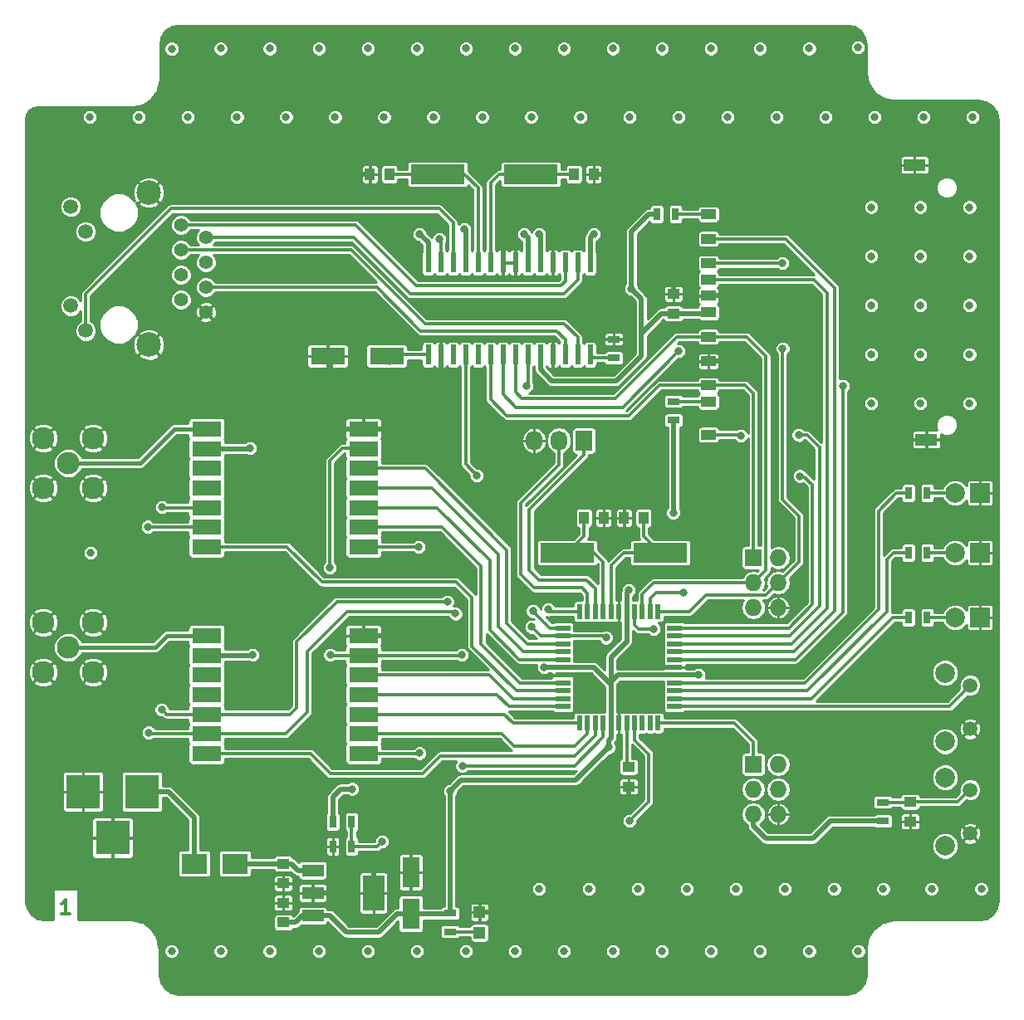
<source format=gtl>
G04 #@! TF.FileFunction,Copper,L1,Top,Signal*
%FSLAX46Y46*%
G04 Gerber Fmt 4.6, Leading zero omitted, Abs format (unit mm)*
G04 Created by KiCad (PCBNEW 4.0.2-stable) date 27.04.2016 23:24:33*
%MOMM*%
G01*
G04 APERTURE LIST*
%ADD10C,0.100000*%
%ADD11C,0.300000*%
%ADD12C,1.501140*%
%ADD13C,1.998980*%
%ADD14R,1.500000X1.000000*%
%ADD15R,2.200000X1.200000*%
%ADD16R,0.600000X2.000000*%
%ADD17R,2.997200X1.597660*%
%ADD18R,1.198880X1.198880*%
%ADD19C,1.400000*%
%ADD20C,2.500000*%
%ADD21C,1.500000*%
%ADD22R,1.250000X1.000000*%
%ADD23R,0.550000X1.500000*%
%ADD24R,1.500000X0.550000*%
%ADD25R,1.000000X1.250000*%
%ADD26R,3.500120X3.500120*%
%ADD27R,2.000000X2.000000*%
%ADD28C,2.000000*%
%ADD29R,2.651760X2.029460*%
%ADD30R,1.727200X1.727200*%
%ADD31O,1.727200X1.727200*%
%ADD32R,1.727200X2.032000*%
%ADD33O,1.727200X2.032000*%
%ADD34R,1.300000X0.700000*%
%ADD35R,0.700000X1.300000*%
%ADD36R,5.499100X1.998980*%
%ADD37C,2.300000*%
%ADD38R,2.235200X1.219200*%
%ADD39R,2.199640X3.599180*%
%ADD40R,3.500120X1.800860*%
%ADD41R,1.800860X3.149600*%
%ADD42C,0.800000*%
%ADD43C,0.500000*%
%ADD44C,0.400000*%
%ADD45C,0.254000*%
G04 APERTURE END LIST*
D10*
D11*
X107108572Y-131361571D02*
X106251429Y-131361571D01*
X106680001Y-131361571D02*
X106680001Y-129861571D01*
X106537144Y-130075857D01*
X106394286Y-130218714D01*
X106251429Y-130290143D01*
D12*
X198882000Y-123126500D03*
X198882000Y-118681500D03*
D13*
X196342000Y-124396500D03*
X196342000Y-117411500D03*
D14*
X172212000Y-62467000D03*
X172212000Y-64967000D03*
X172212000Y-68267000D03*
X172212000Y-69967000D03*
X172212000Y-72467000D03*
X172212000Y-74967000D03*
X172212000Y-77392000D03*
X172212000Y-79092000D03*
X172212000Y-59967000D03*
X172212000Y-66617000D03*
X172212000Y-82442000D03*
D15*
X193212000Y-54942000D03*
X194412000Y-82942000D03*
D16*
X143637000Y-74296000D03*
X144907000Y-74296000D03*
X146177000Y-74296000D03*
X147447000Y-74296000D03*
X148717000Y-74296000D03*
X149987000Y-74296000D03*
X151257000Y-74296000D03*
X152527000Y-74296000D03*
X153797000Y-74296000D03*
X155067000Y-74296000D03*
X156337000Y-74296000D03*
X157607000Y-74296000D03*
X158877000Y-74296000D03*
X160147000Y-74296000D03*
X160147000Y-64896000D03*
X158877000Y-64896000D03*
X157607000Y-64896000D03*
X156337000Y-64896000D03*
X155067000Y-64896000D03*
X153797000Y-64896000D03*
X152527000Y-64896000D03*
X151257000Y-64896000D03*
X149987000Y-64896000D03*
X148717000Y-64896000D03*
X147447000Y-64896000D03*
X146177000Y-64896000D03*
X144907000Y-64896000D03*
X143637000Y-64896000D03*
D17*
X121033540Y-81884520D03*
X121031000Y-83883500D03*
X121031000Y-85885020D03*
X121031000Y-87884000D03*
X121031000Y-89882980D03*
X121031000Y-91884500D03*
X121031000Y-93883480D03*
X137033000Y-93883480D03*
X137033000Y-91884500D03*
X137033000Y-89882980D03*
X137033000Y-87884000D03*
X137033000Y-85885020D03*
X137033000Y-83883500D03*
X137033000Y-81884520D03*
D18*
X148870000Y-133257020D03*
X148870000Y-131158980D03*
D19*
X118432000Y-63602000D03*
X118432000Y-61062000D03*
X120972000Y-62332000D03*
X120972000Y-64872000D03*
X118432000Y-66142000D03*
X120972000Y-67412000D03*
X118432000Y-68682000D03*
X120972000Y-69952000D03*
D20*
X115142000Y-57757000D03*
X115142000Y-73257000D03*
D21*
X107192000Y-69292000D03*
X108712000Y-71832000D03*
X107192000Y-59182000D03*
X108712000Y-61722000D03*
D22*
X164084000Y-118348000D03*
X164084000Y-116348000D03*
D17*
X121033540Y-102966520D03*
X121031000Y-104965500D03*
X121031000Y-106967020D03*
X121031000Y-108966000D03*
X121031000Y-110964980D03*
X121031000Y-112966500D03*
X121031000Y-114965480D03*
X137033000Y-114965480D03*
X137033000Y-112966500D03*
X137033000Y-110964980D03*
X137033000Y-108966000D03*
X137033000Y-106967020D03*
X137033000Y-104965500D03*
X137033000Y-102966520D03*
D23*
X167068000Y-100472000D03*
X166268000Y-100472000D03*
X165468000Y-100472000D03*
X164668000Y-100472000D03*
X163868000Y-100472000D03*
X163068000Y-100472000D03*
X162268000Y-100472000D03*
X161468000Y-100472000D03*
X160668000Y-100472000D03*
X159868000Y-100472000D03*
X159068000Y-100472000D03*
D24*
X157368000Y-102172000D03*
X157368000Y-102972000D03*
X157368000Y-103772000D03*
X157368000Y-104572000D03*
X157368000Y-105372000D03*
X157368000Y-106172000D03*
X157368000Y-106972000D03*
X157368000Y-107772000D03*
X157368000Y-108572000D03*
X157368000Y-109372000D03*
X157368000Y-110172000D03*
D23*
X159068000Y-111872000D03*
X159868000Y-111872000D03*
X160668000Y-111872000D03*
X161468000Y-111872000D03*
X162268000Y-111872000D03*
X163068000Y-111872000D03*
X163868000Y-111872000D03*
X164668000Y-111872000D03*
X165468000Y-111872000D03*
X166268000Y-111872000D03*
X167068000Y-111872000D03*
D24*
X168768000Y-110172000D03*
X168768000Y-109372000D03*
X168768000Y-108572000D03*
X168768000Y-107772000D03*
X168768000Y-106972000D03*
X168768000Y-106172000D03*
X168768000Y-105372000D03*
X168768000Y-104572000D03*
X168768000Y-103772000D03*
X168768000Y-102972000D03*
X168768000Y-102172000D03*
D22*
X128870000Y-126208000D03*
X128870000Y-128208000D03*
X128870000Y-132208000D03*
X128870000Y-130208000D03*
D25*
X158512000Y-55880000D03*
X160512000Y-55880000D03*
D26*
X114457480Y-118872000D03*
X108458000Y-118872000D03*
X111457740Y-123571000D03*
D27*
X199898000Y-101092000D03*
D28*
X197358000Y-101092000D03*
D27*
X199898000Y-94488000D03*
D28*
X197358000Y-94488000D03*
D29*
X119784660Y-126208000D03*
X123955340Y-126208000D03*
D30*
X176784000Y-94996000D03*
D31*
X179324000Y-94996000D03*
X176784000Y-97536000D03*
X179324000Y-97536000D03*
X176784000Y-100076000D03*
X179324000Y-100076000D03*
D30*
X176784000Y-116078000D03*
D31*
X179324000Y-116078000D03*
X176784000Y-118618000D03*
X179324000Y-118618000D03*
X176784000Y-121158000D03*
X179324000Y-121158000D03*
D32*
X159512000Y-83058000D03*
D33*
X156972000Y-83058000D03*
X154432000Y-83058000D03*
D34*
X162560000Y-74610000D03*
X162560000Y-72710000D03*
D35*
X133924000Y-121920000D03*
X135824000Y-121920000D03*
D34*
X189992000Y-119954000D03*
X189992000Y-121854000D03*
D35*
X135824000Y-124460000D03*
X133924000Y-124460000D03*
X194498000Y-94488000D03*
X192598000Y-94488000D03*
X194498000Y-101092000D03*
X192598000Y-101092000D03*
D36*
X154101800Y-55880000D03*
X144602200Y-55880000D03*
D37*
X106934000Y-85344000D03*
X109474000Y-87884000D03*
X109474000Y-82804000D03*
X104394000Y-82804000D03*
X104394000Y-87884000D03*
X106934000Y-104140000D03*
X109474000Y-106680000D03*
X109474000Y-101600000D03*
X104394000Y-101600000D03*
X104394000Y-106680000D03*
D12*
X198882000Y-112458500D03*
X198882000Y-108013500D03*
D13*
X196342000Y-113728500D03*
X196342000Y-106743500D03*
D25*
X139684000Y-55880000D03*
X137684000Y-55880000D03*
X165592000Y-90932000D03*
X163592000Y-90932000D03*
X159528000Y-90932000D03*
X161528000Y-90932000D03*
D22*
X168656000Y-68088000D03*
X168656000Y-70088000D03*
D35*
X168844000Y-59944000D03*
X166944000Y-59944000D03*
D34*
X168656000Y-79060000D03*
X168656000Y-80960000D03*
D36*
X157810200Y-94488000D03*
X167309800Y-94488000D03*
D38*
X131870000Y-126896600D03*
X131870000Y-129208000D03*
X131870000Y-131519400D03*
D39*
X138067600Y-129208000D03*
D22*
X192786000Y-121904000D03*
X192786000Y-119904000D03*
D27*
X199898000Y-88392000D03*
D28*
X197358000Y-88392000D03*
D34*
X145870000Y-131258000D03*
X145870000Y-133158000D03*
D35*
X194498000Y-88392000D03*
X192598000Y-88392000D03*
D40*
X133398260Y-74422000D03*
X139397740Y-74422000D03*
D41*
X141870000Y-127082020D03*
X141870000Y-131333980D03*
D42*
X187427559Y-42946224D03*
X117485631Y-43071079D03*
X154940000Y-128778000D03*
X200025000Y-128778000D03*
X194945000Y-128778000D03*
X185015000Y-128778000D03*
X190015000Y-128778000D03*
X180015000Y-128778000D03*
X175015000Y-128778000D03*
X165015000Y-128778000D03*
X170015000Y-128778000D03*
X160020000Y-128778000D03*
X198816430Y-79233606D03*
X193816430Y-79233606D03*
X188816430Y-79233606D03*
X198816430Y-74233606D03*
X193816430Y-74233606D03*
X188816430Y-74233606D03*
X198816430Y-69233606D03*
X193816430Y-69233606D03*
X188816430Y-69233606D03*
X198816430Y-64233606D03*
X193816430Y-64233606D03*
X188816430Y-64233606D03*
X198816430Y-59233606D03*
X193816430Y-59233606D03*
X188816430Y-59233606D03*
X109220000Y-94488000D03*
X187475000Y-135128000D03*
X117475000Y-135128000D03*
X122475000Y-135128000D03*
X132475000Y-135128000D03*
X127475000Y-135128000D03*
X137475000Y-135128000D03*
X162475000Y-135128000D03*
X182475000Y-135128000D03*
X177475000Y-135128000D03*
X172475000Y-135128000D03*
X167475000Y-135128000D03*
X157475000Y-135128000D03*
X152475000Y-135128000D03*
X147475000Y-135128000D03*
X142475000Y-135128000D03*
X199140000Y-50038000D03*
X194140000Y-50038000D03*
X189140000Y-50038000D03*
X184140000Y-50038000D03*
X179140000Y-50038000D03*
X174140000Y-50038000D03*
X169140000Y-50038000D03*
X164140000Y-50038000D03*
X159140000Y-50038000D03*
X154140000Y-50038000D03*
X149140000Y-50038000D03*
X144140000Y-50038000D03*
X139140000Y-50038000D03*
X134140000Y-50038000D03*
X129140000Y-50038000D03*
X124140000Y-50038000D03*
X119140000Y-50038000D03*
X114140000Y-50038000D03*
X109140000Y-50038000D03*
X182475000Y-43053000D03*
X177475000Y-43053000D03*
X172475000Y-43053000D03*
X167475000Y-43053000D03*
X162475000Y-43053000D03*
X157475000Y-43053000D03*
X152475000Y-43053000D03*
X147475000Y-43053000D03*
X142475000Y-43053000D03*
X137475000Y-43053000D03*
X132475000Y-43053000D03*
X127475000Y-43053000D03*
X122475000Y-43053000D03*
X151387375Y-131649062D03*
X143510000Y-81788000D03*
X135255000Y-129413000D03*
X138811000Y-125984000D03*
X133659003Y-81774365D03*
X169926000Y-63754000D03*
X162814000Y-69596000D03*
X162306000Y-55880000D03*
X134366000Y-55880000D03*
X149860000Y-69596000D03*
X145034000Y-76962000D03*
X151892000Y-59944000D03*
X139446000Y-71628000D03*
X133604000Y-77724000D03*
X160020000Y-104648000D03*
X160020000Y-108458000D03*
X164846000Y-108458000D03*
X164592000Y-105664000D03*
X162306000Y-88392000D03*
X154168975Y-106651588D03*
X181927204Y-68299755D03*
X139875884Y-103013691D03*
X174797589Y-74994716D03*
X164084000Y-119888000D03*
X173228000Y-106680000D03*
X135890000Y-118587892D03*
X145870000Y-118783578D03*
X162038697Y-114340914D03*
X168617200Y-90401827D03*
X155456531Y-106159264D03*
X171196000Y-106934000D03*
X164338000Y-67564000D03*
X125730000Y-104902000D03*
X125476000Y-83820000D03*
X164084000Y-98298000D03*
X160528000Y-61976000D03*
X154940000Y-61976000D03*
X153416000Y-61976000D03*
X147320000Y-61468000D03*
X142748000Y-61976000D03*
X181509646Y-86662485D03*
X148590000Y-86614000D03*
X169672000Y-98552000D03*
X179760880Y-64963040D03*
X179781200Y-73639680D03*
X169164000Y-73914000D03*
X144780000Y-62484000D03*
X142642187Y-93881109D03*
X155846989Y-100272441D03*
X142722165Y-114930522D03*
X145588688Y-99470279D03*
X116475534Y-89834583D03*
X116455691Y-110471144D03*
X154314888Y-100441609D03*
X146413217Y-100707076D03*
X161758987Y-103149689D03*
X115053918Y-91841569D03*
X115122493Y-112837571D03*
X154197031Y-102050007D03*
X138938000Y-123952000D03*
X164150000Y-121854000D03*
X181403586Y-82490789D03*
X175514000Y-82550000D03*
X166636064Y-102267731D03*
X147103223Y-116231342D03*
X133650990Y-104886760D03*
X133604000Y-96012000D03*
X147066000Y-104902000D03*
X153670000Y-77470000D03*
X185928000Y-77470000D03*
D43*
X150987376Y-131249063D02*
X151387375Y-131649062D01*
X150897293Y-131158980D02*
X150987376Y-131249063D01*
X148870000Y-131158980D02*
X150897293Y-131158980D01*
X137033000Y-81884520D02*
X143413480Y-81884520D01*
X143413480Y-81884520D02*
X143510000Y-81788000D01*
X131870000Y-129208000D02*
X135050000Y-129208000D01*
X135050000Y-129208000D02*
X135255000Y-129413000D01*
X138067600Y-129208000D02*
X138067600Y-126727400D01*
X138067600Y-126727400D02*
X138811000Y-125984000D01*
X133769158Y-81884520D02*
X133659003Y-81774365D01*
X137033000Y-81884520D02*
X133769158Y-81884520D01*
X168656000Y-68088000D02*
X168656000Y-65024000D01*
X168656000Y-65024000D02*
X169926000Y-63754000D01*
X160512000Y-55880000D02*
X162306000Y-55880000D01*
X137684000Y-55880000D02*
X134366000Y-55880000D01*
X144907000Y-74296000D02*
X144907000Y-76835000D01*
X144907000Y-76835000D02*
X145034000Y-76962000D01*
X151257000Y-64896000D02*
X151257000Y-60579000D01*
X151257000Y-60579000D02*
X151892000Y-59944000D01*
X133652260Y-75184000D02*
X133652260Y-77675740D01*
X133652260Y-77675740D02*
X133604000Y-77724000D01*
X157368000Y-106972000D02*
X158534000Y-106972000D01*
X158534000Y-106972000D02*
X160020000Y-108458000D01*
X168768000Y-106172000D02*
X165100000Y-106172000D01*
X165100000Y-106172000D02*
X164592000Y-105664000D01*
X181894449Y-68267000D02*
X181927204Y-68299755D01*
X172212000Y-68267000D02*
X181894449Y-68267000D01*
X139828713Y-102966520D02*
X139875884Y-103013691D01*
X137033000Y-102966520D02*
X139828713Y-102966520D01*
X174769873Y-74967000D02*
X174797589Y-74994716D01*
X172212000Y-74967000D02*
X174769873Y-74967000D01*
X164084000Y-118348000D02*
X164084000Y-119888000D01*
X133924000Y-121920000D02*
X133924000Y-119403559D01*
X133924000Y-119403559D02*
X134739667Y-118587892D01*
X134739667Y-118587892D02*
X135890000Y-118587892D01*
X133924000Y-121920000D02*
X133924000Y-121620000D01*
X133924000Y-121620000D02*
X133858000Y-121554000D01*
X131870000Y-131519400D02*
X130801018Y-131519400D01*
X130801018Y-131519400D02*
X130112418Y-132208000D01*
X130112418Y-132208000D02*
X128870000Y-132208000D01*
X132378000Y-131519400D02*
X133631764Y-131519400D01*
X133631764Y-131519400D02*
X135320364Y-133208000D01*
X135320364Y-133208000D02*
X138595550Y-133208000D01*
X138595550Y-133208000D02*
X140469570Y-131333980D01*
X140469570Y-131333980D02*
X141870000Y-131333980D01*
X145870000Y-131258000D02*
X145870000Y-118783578D01*
X145870000Y-118783578D02*
X147005838Y-117647740D01*
X141870000Y-131333980D02*
X145794020Y-131333980D01*
X145794020Y-131333980D02*
X145870000Y-131258000D01*
X162060781Y-114362998D02*
X162038697Y-114340914D01*
X161973881Y-114362998D02*
X162060781Y-114362998D01*
X158689139Y-117647740D02*
X161973881Y-114362998D01*
X147005838Y-117647740D02*
X158689139Y-117647740D01*
X162268000Y-111872000D02*
X162268000Y-113372071D01*
X162037062Y-113603009D02*
X162037062Y-114339279D01*
X162268000Y-113372071D02*
X162037062Y-113603009D01*
X162037062Y-114339279D02*
X162038697Y-114340914D01*
X168768000Y-106972000D02*
X162941437Y-106972000D01*
X162268000Y-107645437D02*
X162268000Y-107696000D01*
X162941437Y-106972000D02*
X162268000Y-107645437D01*
X162268000Y-107696000D02*
X162268000Y-105131076D01*
X162268000Y-105131076D02*
X163868000Y-103531076D01*
X163868000Y-103531076D02*
X163868000Y-101722000D01*
X163868000Y-101722000D02*
X163868000Y-100472000D01*
X182831314Y-123649314D02*
X184626628Y-121854000D01*
X184626628Y-121854000D02*
X189992000Y-121854000D01*
X178054000Y-123649314D02*
X182831314Y-123649314D01*
X176784000Y-121158000D02*
X176784000Y-122379314D01*
X176784000Y-122379314D02*
X178054000Y-123649314D01*
X168656000Y-90363027D02*
X168617200Y-90401827D01*
X168656000Y-80960000D02*
X168656000Y-90363027D01*
X165354000Y-72136000D02*
X165354000Y-68580000D01*
X165354000Y-68580000D02*
X164338000Y-67564000D01*
X168656000Y-70088000D02*
X167402000Y-70088000D01*
X167402000Y-70088000D02*
X165354000Y-72136000D01*
X168656000Y-70088000D02*
X172091000Y-70088000D01*
X172091000Y-70088000D02*
X172212000Y-69967000D01*
X157368000Y-106172000D02*
X155469267Y-106172000D01*
X155469267Y-106172000D02*
X155456531Y-106159264D01*
X168768000Y-106972000D02*
X171158000Y-106972000D01*
X171158000Y-106972000D02*
X171196000Y-106934000D01*
X166944000Y-59944000D02*
X166116000Y-59944000D01*
X164338000Y-61722000D02*
X164338000Y-67564000D01*
X166116000Y-59944000D02*
X164338000Y-61722000D01*
X121031000Y-104965500D02*
X125666500Y-104965500D01*
X125666500Y-104965500D02*
X125730000Y-104902000D01*
X121031000Y-83883500D02*
X125412500Y-83883500D01*
X125412500Y-83883500D02*
X125476000Y-83820000D01*
X162814000Y-76962000D02*
X165354000Y-74422000D01*
X165354000Y-74422000D02*
X165354000Y-72136000D01*
X156233000Y-76962000D02*
X162814000Y-76962000D01*
X155067000Y-74296000D02*
X155067000Y-75796000D01*
X155067000Y-75796000D02*
X156233000Y-76962000D01*
X162268000Y-107912000D02*
X162268000Y-107696000D01*
X162268000Y-107912000D02*
X160528000Y-106172000D01*
X160528000Y-106172000D02*
X157368000Y-106172000D01*
X162268000Y-111872000D02*
X162268000Y-107912000D01*
X163868000Y-100472000D02*
X163868000Y-98514000D01*
X163868000Y-98514000D02*
X164084000Y-98298000D01*
X160147000Y-62357000D02*
X160147000Y-64896000D01*
X160528000Y-61976000D02*
X160147000Y-62357000D01*
X155067000Y-62103000D02*
X155067000Y-64896000D01*
X154940000Y-61976000D02*
X155067000Y-62103000D01*
X153797000Y-62357000D02*
X153797000Y-64896000D01*
X153416000Y-61976000D02*
X153797000Y-62357000D01*
X147447000Y-61595000D02*
X147447000Y-64896000D01*
X147320000Y-61468000D02*
X147447000Y-61595000D01*
X143637000Y-62865000D02*
X143637000Y-64896000D01*
X142748000Y-61976000D02*
X143637000Y-62865000D01*
D11*
X158512000Y-55880000D02*
X154101800Y-55880000D01*
X154101800Y-55880000D02*
X150876000Y-55880000D01*
X149987000Y-56769000D02*
X149987000Y-64896000D01*
X150876000Y-55880000D02*
X149987000Y-56769000D01*
X139684000Y-55880000D02*
X144602200Y-55880000D01*
X144602200Y-55880000D02*
X147320000Y-55880000D01*
X147320000Y-55880000D02*
X148717000Y-57277000D01*
X148717000Y-57277000D02*
X148717000Y-64896000D01*
D43*
X114912140Y-118872000D02*
X117162200Y-118872000D01*
X117162200Y-118872000D02*
X119784660Y-121494460D01*
X119784660Y-121494460D02*
X119784660Y-124693270D01*
X119784660Y-124693270D02*
X119784660Y-126208000D01*
D11*
X194498000Y-101092000D02*
X197358000Y-101092000D01*
X194498000Y-94488000D02*
X197358000Y-94488000D01*
X168768000Y-102172000D02*
X180395543Y-102172000D01*
X180395543Y-102172000D02*
X182794993Y-99772550D01*
X182794993Y-99772550D02*
X182794993Y-87558500D01*
X182794993Y-87558500D02*
X181898978Y-86662485D01*
X181898978Y-86662485D02*
X181509646Y-86662485D01*
X147447000Y-85471000D02*
X147447000Y-74296000D01*
X148590000Y-86614000D02*
X147447000Y-85471000D01*
X172212000Y-77392000D02*
X175944000Y-77392000D01*
X176784000Y-78232000D02*
X176784000Y-94996000D01*
X175944000Y-77392000D02*
X176784000Y-78232000D01*
X149987000Y-74296000D02*
X149987000Y-78867000D01*
X167210000Y-77392000D02*
X172212000Y-77392000D01*
X164084000Y-80518000D02*
X167210000Y-77392000D01*
X151638000Y-80518000D02*
X164084000Y-80518000D01*
X149987000Y-78867000D02*
X151638000Y-80518000D01*
X166268000Y-100472000D02*
X166268000Y-99162000D01*
X166268000Y-99162000D02*
X166878000Y-98552000D01*
X166878000Y-98552000D02*
X169672000Y-98552000D01*
X151257000Y-74296000D02*
X151257000Y-78359000D01*
X151257000Y-78359000D02*
X152531848Y-79633848D01*
X152531848Y-79633848D02*
X163444152Y-79633848D01*
X163444152Y-79633848D02*
X169164000Y-73914000D01*
X179324000Y-97536000D02*
X181416022Y-95443978D01*
X181416022Y-95443978D02*
X181416022Y-90738022D01*
X181416022Y-90738022D02*
X179751419Y-89073419D01*
X179751419Y-89073419D02*
X179751419Y-73669461D01*
X179751419Y-73669461D02*
X179781200Y-73639680D01*
X179756920Y-64967000D02*
X179760880Y-64963040D01*
X172212000Y-64967000D02*
X179756920Y-64967000D01*
X179324000Y-97536000D02*
X178054000Y-98806000D01*
X170292000Y-100472000D02*
X167068000Y-100472000D01*
X171958000Y-98806000D02*
X170292000Y-100472000D01*
X178054000Y-98806000D02*
X171958000Y-98806000D01*
X152527000Y-74296000D02*
X152527000Y-78105000D01*
X152527000Y-78105000D02*
X153162000Y-78740000D01*
X153162000Y-78740000D02*
X162721786Y-78740000D01*
X162721786Y-78740000D02*
X168994786Y-72467000D01*
X168994786Y-72467000D02*
X172212000Y-72467000D01*
X172212000Y-72467000D02*
X176099000Y-72467000D01*
X176099000Y-72467000D02*
X178080223Y-74448223D01*
X178080223Y-74448223D02*
X178080223Y-96239777D01*
X178080223Y-96239777D02*
X176784000Y-97536000D01*
X176784000Y-97536000D02*
X166624000Y-97536000D01*
X166624000Y-97536000D02*
X165468000Y-98692000D01*
X165468000Y-98692000D02*
X165468000Y-100472000D01*
X157607000Y-74296000D02*
X157607000Y-72771000D01*
X157607000Y-72771000D02*
X156715556Y-71879556D01*
X156715556Y-71879556D02*
X142851918Y-71879556D01*
X142851918Y-71879556D02*
X138384362Y-67412000D01*
X138384362Y-67412000D02*
X120972000Y-67412000D01*
X118432000Y-63602000D02*
X135780193Y-63602000D01*
X135780193Y-63602000D02*
X143298193Y-71120000D01*
X143298193Y-71120000D02*
X157480000Y-71120000D01*
X157480000Y-71120000D02*
X158877000Y-72517000D01*
X158877000Y-72517000D02*
X158877000Y-74296000D01*
X162560000Y-74610000D02*
X160461000Y-74610000D01*
X160461000Y-74610000D02*
X160147000Y-74296000D01*
X120972000Y-62332000D02*
X136049271Y-62332000D01*
X136049271Y-62332000D02*
X141789271Y-68072000D01*
X157480000Y-68072000D02*
X158877000Y-66675000D01*
X141789271Y-68072000D02*
X157480000Y-68072000D01*
X158877000Y-66675000D02*
X158877000Y-64896000D01*
X157607000Y-64896000D02*
X157607000Y-66803978D01*
X157607000Y-66803978D02*
X157153646Y-67257332D01*
X157153646Y-67257332D02*
X142441332Y-67257332D01*
X142441332Y-67257332D02*
X136246000Y-61062000D01*
X136246000Y-61062000D02*
X118432000Y-61062000D01*
X144907000Y-64896000D02*
X144907000Y-62611000D01*
X144907000Y-62611000D02*
X144780000Y-62484000D01*
X160668000Y-100472000D02*
X160668000Y-98119532D01*
X160668000Y-98119532D02*
X159792376Y-97243908D01*
X154953949Y-97243908D02*
X153936778Y-96226737D01*
X159792376Y-97243908D02*
X154953949Y-97243908D01*
X153936778Y-96226737D02*
X153936778Y-90056685D01*
X153936778Y-90056685D02*
X159512000Y-84481463D01*
X159512000Y-84481463D02*
X159512000Y-83058000D01*
X159868000Y-100472000D02*
X159868000Y-98639103D01*
X153084555Y-96721577D02*
X153084555Y-89382950D01*
X159868000Y-98639103D02*
X159297537Y-98068640D01*
X159297537Y-98068640D02*
X154431618Y-98068640D01*
X154431618Y-98068640D02*
X153084555Y-96721577D01*
X153084555Y-89382950D02*
X156972000Y-85495505D01*
X156972000Y-85495505D02*
X156972000Y-83058000D01*
X137033000Y-93883480D02*
X142639816Y-93883480D01*
X142639816Y-93883480D02*
X142642187Y-93881109D01*
X156046548Y-100472000D02*
X155846989Y-100272441D01*
X159068000Y-100472000D02*
X156046548Y-100472000D01*
X142687207Y-114965480D02*
X142722165Y-114930522D01*
X137033000Y-114965480D02*
X142687207Y-114965480D01*
X159068000Y-100472000D02*
X159068000Y-99997000D01*
X121031000Y-110964980D02*
X129573020Y-110964980D01*
X129573020Y-110964980D02*
X130212656Y-110325344D01*
X130212656Y-110325344D02*
X130212656Y-103581924D01*
X130212656Y-103581924D02*
X134324301Y-99470279D01*
X134324301Y-99470279D02*
X145023003Y-99470279D01*
X145023003Y-99470279D02*
X145588688Y-99470279D01*
X116523931Y-89882980D02*
X116475534Y-89834583D01*
X121031000Y-89882980D02*
X116523931Y-89882980D01*
X116855690Y-110871143D02*
X116455691Y-110471144D01*
X116949527Y-110964980D02*
X116855690Y-110871143D01*
X121031000Y-110964980D02*
X116949527Y-110964980D01*
X154714887Y-100841608D02*
X154314888Y-100441609D01*
X156045279Y-102172000D02*
X154714887Y-100841608D01*
X157368000Y-102172000D02*
X156045279Y-102172000D01*
X121064020Y-89916000D02*
X121031000Y-89882980D01*
X121031000Y-112966500D02*
X129095500Y-112966500D01*
X146393489Y-100707076D02*
X146413217Y-100707076D01*
X129095500Y-112966500D02*
X131318000Y-110744000D01*
X131318000Y-110744000D02*
X131318000Y-104554517D01*
X146162946Y-100476533D02*
X146393489Y-100707076D01*
X131318000Y-104554517D02*
X135395984Y-100476533D01*
X135395984Y-100476533D02*
X146162946Y-100476533D01*
X161581298Y-102972000D02*
X161758987Y-103149689D01*
X157368000Y-102972000D02*
X161581298Y-102972000D01*
X115096849Y-91884500D02*
X115053918Y-91841569D01*
X121031000Y-91884500D02*
X115096849Y-91884500D01*
X115251422Y-112966500D02*
X115122493Y-112837571D01*
X121031000Y-112966500D02*
X115251422Y-112966500D01*
X155119024Y-102972000D02*
X154597030Y-102450006D01*
X157368000Y-102972000D02*
X155119024Y-102972000D01*
X154597030Y-102450006D02*
X154197031Y-102050007D01*
X137033000Y-89882980D02*
X144518841Y-89882980D01*
X144518841Y-89882980D02*
X149911529Y-95275668D01*
X149911529Y-102352731D02*
X152930798Y-105372000D01*
X149911529Y-95275668D02*
X149911529Y-102352731D01*
X152930798Y-105372000D02*
X157368000Y-105372000D01*
X137033000Y-110964980D02*
X151369098Y-110964980D01*
X152276118Y-111872000D02*
X159068000Y-111872000D01*
X151369098Y-110964980D02*
X152276118Y-111872000D01*
X137033000Y-106967020D02*
X149873946Y-106967020D01*
X149873946Y-106967020D02*
X152278926Y-109372000D01*
X152278926Y-109372000D02*
X157368000Y-109372000D01*
X137033000Y-108966000D02*
X150655964Y-108966000D01*
X150655964Y-108966000D02*
X151861964Y-110172000D01*
X151861964Y-110172000D02*
X157368000Y-110172000D01*
X137033000Y-112966500D02*
X151143347Y-112966500D01*
X151143347Y-112966500D02*
X152430126Y-114253279D01*
X152430126Y-114253279D02*
X158536721Y-114253279D01*
X158536721Y-114253279D02*
X159868000Y-112922000D01*
X159868000Y-112922000D02*
X159868000Y-111872000D01*
X137033000Y-85885020D02*
X143313212Y-85885020D01*
X153725028Y-103772000D02*
X157368000Y-103772000D01*
X143313212Y-85885020D02*
X151645702Y-94217510D01*
X151645702Y-94217510D02*
X151645702Y-101692674D01*
X151645702Y-101692674D02*
X153725028Y-103772000D01*
X137033000Y-87884000D02*
X143978541Y-87884000D01*
X143978541Y-87884000D02*
X150793266Y-94698725D01*
X150793266Y-94698725D02*
X150793266Y-102025266D01*
X150793266Y-102025266D02*
X153340000Y-104572000D01*
X153340000Y-104572000D02*
X157368000Y-104572000D01*
X156410242Y-107772000D02*
X157368000Y-107772000D01*
X145061681Y-91884500D02*
X149029792Y-95852611D01*
X137033000Y-91884500D02*
X145061681Y-91884500D01*
X152984000Y-107772000D02*
X156410242Y-107772000D01*
X149029792Y-103817792D02*
X152984000Y-107772000D01*
X149029792Y-95852611D02*
X149029792Y-103817792D01*
X121031000Y-93883480D02*
X129206526Y-93883480D01*
X148082000Y-99060000D02*
X148082000Y-104034282D01*
X129206526Y-93883480D02*
X132799104Y-97476058D01*
X132799104Y-97476058D02*
X146498058Y-97476058D01*
X152619718Y-108572000D02*
X156318000Y-108572000D01*
X156318000Y-108572000D02*
X157368000Y-108572000D01*
X146498058Y-97476058D02*
X148082000Y-99060000D01*
X148082000Y-104034282D02*
X152619718Y-108572000D01*
X121031000Y-114965480D02*
X131612875Y-114965480D01*
X160668000Y-112922000D02*
X160668000Y-111872000D01*
X131612875Y-114965480D02*
X133672990Y-117025595D01*
X143049306Y-117025595D02*
X144872759Y-115202142D01*
X133672990Y-117025595D02*
X143049306Y-117025595D01*
X144872759Y-115202142D02*
X158609889Y-115202142D01*
X158609889Y-115202142D02*
X160668000Y-113144031D01*
X160668000Y-113144031D02*
X160668000Y-112922000D01*
D44*
X106934000Y-85344000D02*
X114300000Y-85344000D01*
X114300000Y-85344000D02*
X117759480Y-81884520D01*
X117759480Y-81884520D02*
X121033540Y-81884520D01*
X106934000Y-104140000D02*
X115824000Y-104140000D01*
X115824000Y-104140000D02*
X116997480Y-102966520D01*
X116997480Y-102966520D02*
X121033540Y-102966520D01*
D43*
X131870000Y-126896600D02*
X130369174Y-126896600D01*
X130369174Y-126896600D02*
X129680574Y-126208000D01*
X129680574Y-126208000D02*
X128870000Y-126208000D01*
X123955340Y-126208000D02*
X128870000Y-126208000D01*
D11*
X143637000Y-74296000D02*
X140539740Y-74296000D01*
X140539740Y-74296000D02*
X139651740Y-75184000D01*
X135824000Y-124460000D02*
X135824000Y-121920000D01*
X135824000Y-124460000D02*
X138430000Y-124460000D01*
X138430000Y-124460000D02*
X138938000Y-123952000D01*
X166116000Y-119888000D02*
X166116000Y-115037740D01*
X164150000Y-121854000D02*
X166116000Y-119888000D01*
X166116000Y-115037740D02*
X164668000Y-113589740D01*
X164668000Y-113589740D02*
X164668000Y-111872000D01*
X165592000Y-90932000D02*
X165592000Y-92770200D01*
X165592000Y-92770200D02*
X167309800Y-94488000D01*
X167309800Y-94488000D02*
X163576000Y-94488000D01*
X162268000Y-95796000D02*
X162268000Y-100472000D01*
X163576000Y-94488000D02*
X162268000Y-95796000D01*
X159528000Y-90932000D02*
X159528000Y-92770200D01*
X159528000Y-92770200D02*
X157810200Y-94488000D01*
X157810200Y-94488000D02*
X160528000Y-94488000D01*
X160528000Y-94488000D02*
X161468000Y-95428000D01*
X161468000Y-95428000D02*
X161468000Y-100472000D01*
X163868000Y-111872000D02*
X163868000Y-116132000D01*
X163868000Y-116132000D02*
X164084000Y-116348000D01*
X168768000Y-104572000D02*
X180924000Y-104572000D01*
X180924000Y-104572000D02*
X185088650Y-100407350D01*
X185088650Y-100407350D02*
X185088650Y-67486650D01*
X185088650Y-67486650D02*
X180069000Y-62467000D01*
X180069000Y-62467000D02*
X172212000Y-62467000D01*
X168656000Y-79060000D02*
X172180000Y-79060000D01*
X172180000Y-79060000D02*
X172212000Y-79092000D01*
X172056000Y-79248000D02*
X172212000Y-79092000D01*
X168844000Y-59944000D02*
X172189000Y-59944000D01*
X172189000Y-59944000D02*
X172212000Y-59967000D01*
X168768000Y-103772000D02*
X180708000Y-103772000D01*
X182960022Y-66617000D02*
X172212000Y-66617000D01*
X180708000Y-103772000D02*
X184290951Y-100189049D01*
X184290951Y-100189049D02*
X184290951Y-67947929D01*
X184290951Y-67947929D02*
X182960022Y-66617000D01*
X168768000Y-102972000D02*
X180492000Y-102972000D01*
X180492000Y-102972000D02*
X183513849Y-99950151D01*
X183513849Y-99950151D02*
X183513849Y-83711825D01*
X182276298Y-82474274D02*
X181420101Y-82474274D01*
X183513849Y-83711825D02*
X182276298Y-82474274D01*
X181420101Y-82474274D02*
X181403586Y-82490789D01*
X172212000Y-82442000D02*
X175406000Y-82442000D01*
X175406000Y-82442000D02*
X175514000Y-82550000D01*
X146177000Y-64896000D02*
X146177000Y-60833000D01*
X146177000Y-60833000D02*
X144731201Y-59387201D01*
X144731201Y-59387201D02*
X117396799Y-59387201D01*
X117396799Y-59387201D02*
X108712000Y-68072000D01*
X108712000Y-68072000D02*
X108712000Y-71832000D01*
X168768000Y-108572000D02*
X182316716Y-108572000D01*
X182316716Y-108572000D02*
X190408537Y-100480179D01*
X190408537Y-100480179D02*
X190408537Y-95145910D01*
X190408537Y-95145910D02*
X191066447Y-94488000D01*
X191066447Y-94488000D02*
X192598000Y-94488000D01*
X168768000Y-107772000D02*
X182053037Y-107772000D01*
X189556042Y-100268995D02*
X189556042Y-90214866D01*
X182053037Y-107772000D02*
X189556042Y-100268995D01*
X189556042Y-90214866D02*
X191378908Y-88392000D01*
X191378908Y-88392000D02*
X192598000Y-88392000D01*
X192786000Y-119904000D02*
X197593122Y-119904000D01*
X197593122Y-119904000D02*
X198815622Y-118681500D01*
X198815622Y-118681500D02*
X198882000Y-118681500D01*
X164668000Y-100472000D02*
X164668000Y-101868802D01*
X164668000Y-101868802D02*
X165066929Y-102267731D01*
X165066929Y-102267731D02*
X166070379Y-102267731D01*
X166070379Y-102267731D02*
X166636064Y-102267731D01*
X189992000Y-119954000D02*
X192736000Y-119954000D01*
X192736000Y-119954000D02*
X192786000Y-119904000D01*
X161468000Y-113314697D02*
X158551355Y-116231342D01*
X158551355Y-116231342D02*
X147668908Y-116231342D01*
X161468000Y-111872000D02*
X161468000Y-113314697D01*
X147668908Y-116231342D02*
X147103223Y-116231342D01*
X133729730Y-104965500D02*
X133650990Y-104886760D01*
X137033000Y-104965500D02*
X133729730Y-104965500D01*
X134874000Y-83820000D02*
X136969500Y-83820000D01*
X133604000Y-85090000D02*
X134874000Y-83820000D01*
X133604000Y-96012000D02*
X133604000Y-85090000D01*
X136969500Y-83820000D02*
X137033000Y-83883500D01*
X137033000Y-104965500D02*
X147002500Y-104965500D01*
X147002500Y-104965500D02*
X147066000Y-104902000D01*
X168768000Y-105372000D02*
X181096827Y-105372000D01*
X181096827Y-105372000D02*
X185896751Y-100572076D01*
X185896751Y-100572076D02*
X185896751Y-77501249D01*
X185896751Y-77501249D02*
X185928000Y-77470000D01*
X153797000Y-77343000D02*
X153797000Y-74296000D01*
X153670000Y-77470000D02*
X153797000Y-77343000D01*
X168768000Y-109372000D02*
X182728000Y-109372000D01*
X191008000Y-101092000D02*
X192598000Y-101092000D01*
X182728000Y-109372000D02*
X191008000Y-101092000D01*
X194498000Y-88392000D02*
X197358000Y-88392000D01*
X168768000Y-110172000D02*
X196778029Y-110172000D01*
X196778029Y-110172000D02*
X198882000Y-108068029D01*
X198882000Y-108068029D02*
X198882000Y-108013500D01*
X176784000Y-116078000D02*
X176784000Y-113792000D01*
X174864000Y-111872000D02*
X167068000Y-111872000D01*
X176784000Y-113792000D02*
X174864000Y-111872000D01*
X145870000Y-133158000D02*
X148770980Y-133158000D01*
X148770980Y-133158000D02*
X148870000Y-133257020D01*
D45*
G36*
X187068282Y-40852003D02*
X187696582Y-41271819D01*
X188116397Y-41900117D01*
X188272708Y-42685944D01*
X188272708Y-45505658D01*
X188281470Y-45549708D01*
X188281470Y-45594619D01*
X188464281Y-46513672D01*
X188532369Y-46678051D01*
X189052969Y-47457183D01*
X189052970Y-47457186D01*
X189178780Y-47582996D01*
X189957915Y-48103597D01*
X190122294Y-48171685D01*
X191041347Y-48354496D01*
X191086258Y-48354496D01*
X191130308Y-48363258D01*
X199736634Y-48363258D01*
X200524127Y-48515495D01*
X201154169Y-48931585D01*
X201577021Y-49557108D01*
X201737276Y-50340681D01*
X201751262Y-129952386D01*
X201594916Y-130738390D01*
X201175101Y-131366688D01*
X200546801Y-131786504D01*
X199760759Y-131942858D01*
X191155670Y-131942858D01*
X191111620Y-131951620D01*
X191066709Y-131951620D01*
X190147656Y-132134431D01*
X189983277Y-132202519D01*
X189204142Y-132723120D01*
X189078332Y-132848930D01*
X189078332Y-132848931D01*
X188557731Y-133628065D01*
X188489643Y-133792444D01*
X188306832Y-134711497D01*
X188306832Y-134756408D01*
X188298070Y-134800458D01*
X188298070Y-137555547D01*
X188141716Y-138341590D01*
X187721901Y-138969888D01*
X187093601Y-139389704D01*
X186307539Y-139546062D01*
X118215044Y-139551996D01*
X117425971Y-139394502D01*
X116795154Y-138972406D01*
X116373558Y-138340548D01*
X116225817Y-137604734D01*
X116225981Y-137603871D01*
X116204962Y-135282669D01*
X116693864Y-135282669D01*
X116812514Y-135569823D01*
X117032021Y-135789714D01*
X117318968Y-135908864D01*
X117629669Y-135909136D01*
X117916823Y-135790486D01*
X118136714Y-135570979D01*
X118255864Y-135284032D01*
X118255865Y-135282669D01*
X121693864Y-135282669D01*
X121812514Y-135569823D01*
X122032021Y-135789714D01*
X122318968Y-135908864D01*
X122629669Y-135909136D01*
X122916823Y-135790486D01*
X123136714Y-135570979D01*
X123255864Y-135284032D01*
X123255865Y-135282669D01*
X126693864Y-135282669D01*
X126812514Y-135569823D01*
X127032021Y-135789714D01*
X127318968Y-135908864D01*
X127629669Y-135909136D01*
X127916823Y-135790486D01*
X128136714Y-135570979D01*
X128255864Y-135284032D01*
X128255865Y-135282669D01*
X131693864Y-135282669D01*
X131812514Y-135569823D01*
X132032021Y-135789714D01*
X132318968Y-135908864D01*
X132629669Y-135909136D01*
X132916823Y-135790486D01*
X133136714Y-135570979D01*
X133255864Y-135284032D01*
X133255865Y-135282669D01*
X136693864Y-135282669D01*
X136812514Y-135569823D01*
X137032021Y-135789714D01*
X137318968Y-135908864D01*
X137629669Y-135909136D01*
X137916823Y-135790486D01*
X138136714Y-135570979D01*
X138255864Y-135284032D01*
X138255865Y-135282669D01*
X141693864Y-135282669D01*
X141812514Y-135569823D01*
X142032021Y-135789714D01*
X142318968Y-135908864D01*
X142629669Y-135909136D01*
X142916823Y-135790486D01*
X143136714Y-135570979D01*
X143255864Y-135284032D01*
X143255865Y-135282669D01*
X146693864Y-135282669D01*
X146812514Y-135569823D01*
X147032021Y-135789714D01*
X147318968Y-135908864D01*
X147629669Y-135909136D01*
X147916823Y-135790486D01*
X148136714Y-135570979D01*
X148255864Y-135284032D01*
X148255865Y-135282669D01*
X151693864Y-135282669D01*
X151812514Y-135569823D01*
X152032021Y-135789714D01*
X152318968Y-135908864D01*
X152629669Y-135909136D01*
X152916823Y-135790486D01*
X153136714Y-135570979D01*
X153255864Y-135284032D01*
X153255865Y-135282669D01*
X156693864Y-135282669D01*
X156812514Y-135569823D01*
X157032021Y-135789714D01*
X157318968Y-135908864D01*
X157629669Y-135909136D01*
X157916823Y-135790486D01*
X158136714Y-135570979D01*
X158255864Y-135284032D01*
X158255865Y-135282669D01*
X161693864Y-135282669D01*
X161812514Y-135569823D01*
X162032021Y-135789714D01*
X162318968Y-135908864D01*
X162629669Y-135909136D01*
X162916823Y-135790486D01*
X163136714Y-135570979D01*
X163255864Y-135284032D01*
X163255865Y-135282669D01*
X166693864Y-135282669D01*
X166812514Y-135569823D01*
X167032021Y-135789714D01*
X167318968Y-135908864D01*
X167629669Y-135909136D01*
X167916823Y-135790486D01*
X168136714Y-135570979D01*
X168255864Y-135284032D01*
X168255865Y-135282669D01*
X171693864Y-135282669D01*
X171812514Y-135569823D01*
X172032021Y-135789714D01*
X172318968Y-135908864D01*
X172629669Y-135909136D01*
X172916823Y-135790486D01*
X173136714Y-135570979D01*
X173255864Y-135284032D01*
X173255865Y-135282669D01*
X176693864Y-135282669D01*
X176812514Y-135569823D01*
X177032021Y-135789714D01*
X177318968Y-135908864D01*
X177629669Y-135909136D01*
X177916823Y-135790486D01*
X178136714Y-135570979D01*
X178255864Y-135284032D01*
X178255865Y-135282669D01*
X181693864Y-135282669D01*
X181812514Y-135569823D01*
X182032021Y-135789714D01*
X182318968Y-135908864D01*
X182629669Y-135909136D01*
X182916823Y-135790486D01*
X183136714Y-135570979D01*
X183255864Y-135284032D01*
X183255865Y-135282669D01*
X186693864Y-135282669D01*
X186812514Y-135569823D01*
X187032021Y-135789714D01*
X187318968Y-135908864D01*
X187629669Y-135909136D01*
X187916823Y-135790486D01*
X188136714Y-135570979D01*
X188255864Y-135284032D01*
X188256136Y-134973331D01*
X188137486Y-134686177D01*
X187917979Y-134466286D01*
X187631032Y-134347136D01*
X187320331Y-134346864D01*
X187033177Y-134465514D01*
X186813286Y-134685021D01*
X186694136Y-134971968D01*
X186693864Y-135282669D01*
X183255865Y-135282669D01*
X183256136Y-134973331D01*
X183137486Y-134686177D01*
X182917979Y-134466286D01*
X182631032Y-134347136D01*
X182320331Y-134346864D01*
X182033177Y-134465514D01*
X181813286Y-134685021D01*
X181694136Y-134971968D01*
X181693864Y-135282669D01*
X178255865Y-135282669D01*
X178256136Y-134973331D01*
X178137486Y-134686177D01*
X177917979Y-134466286D01*
X177631032Y-134347136D01*
X177320331Y-134346864D01*
X177033177Y-134465514D01*
X176813286Y-134685021D01*
X176694136Y-134971968D01*
X176693864Y-135282669D01*
X173255865Y-135282669D01*
X173256136Y-134973331D01*
X173137486Y-134686177D01*
X172917979Y-134466286D01*
X172631032Y-134347136D01*
X172320331Y-134346864D01*
X172033177Y-134465514D01*
X171813286Y-134685021D01*
X171694136Y-134971968D01*
X171693864Y-135282669D01*
X168255865Y-135282669D01*
X168256136Y-134973331D01*
X168137486Y-134686177D01*
X167917979Y-134466286D01*
X167631032Y-134347136D01*
X167320331Y-134346864D01*
X167033177Y-134465514D01*
X166813286Y-134685021D01*
X166694136Y-134971968D01*
X166693864Y-135282669D01*
X163255865Y-135282669D01*
X163256136Y-134973331D01*
X163137486Y-134686177D01*
X162917979Y-134466286D01*
X162631032Y-134347136D01*
X162320331Y-134346864D01*
X162033177Y-134465514D01*
X161813286Y-134685021D01*
X161694136Y-134971968D01*
X161693864Y-135282669D01*
X158255865Y-135282669D01*
X158256136Y-134973331D01*
X158137486Y-134686177D01*
X157917979Y-134466286D01*
X157631032Y-134347136D01*
X157320331Y-134346864D01*
X157033177Y-134465514D01*
X156813286Y-134685021D01*
X156694136Y-134971968D01*
X156693864Y-135282669D01*
X153255865Y-135282669D01*
X153256136Y-134973331D01*
X153137486Y-134686177D01*
X152917979Y-134466286D01*
X152631032Y-134347136D01*
X152320331Y-134346864D01*
X152033177Y-134465514D01*
X151813286Y-134685021D01*
X151694136Y-134971968D01*
X151693864Y-135282669D01*
X148255865Y-135282669D01*
X148256136Y-134973331D01*
X148137486Y-134686177D01*
X147917979Y-134466286D01*
X147631032Y-134347136D01*
X147320331Y-134346864D01*
X147033177Y-134465514D01*
X146813286Y-134685021D01*
X146694136Y-134971968D01*
X146693864Y-135282669D01*
X143255865Y-135282669D01*
X143256136Y-134973331D01*
X143137486Y-134686177D01*
X142917979Y-134466286D01*
X142631032Y-134347136D01*
X142320331Y-134346864D01*
X142033177Y-134465514D01*
X141813286Y-134685021D01*
X141694136Y-134971968D01*
X141693864Y-135282669D01*
X138255865Y-135282669D01*
X138256136Y-134973331D01*
X138137486Y-134686177D01*
X137917979Y-134466286D01*
X137631032Y-134347136D01*
X137320331Y-134346864D01*
X137033177Y-134465514D01*
X136813286Y-134685021D01*
X136694136Y-134971968D01*
X136693864Y-135282669D01*
X133255865Y-135282669D01*
X133256136Y-134973331D01*
X133137486Y-134686177D01*
X132917979Y-134466286D01*
X132631032Y-134347136D01*
X132320331Y-134346864D01*
X132033177Y-134465514D01*
X131813286Y-134685021D01*
X131694136Y-134971968D01*
X131693864Y-135282669D01*
X128255865Y-135282669D01*
X128256136Y-134973331D01*
X128137486Y-134686177D01*
X127917979Y-134466286D01*
X127631032Y-134347136D01*
X127320331Y-134346864D01*
X127033177Y-134465514D01*
X126813286Y-134685021D01*
X126694136Y-134971968D01*
X126693864Y-135282669D01*
X123255865Y-135282669D01*
X123256136Y-134973331D01*
X123137486Y-134686177D01*
X122917979Y-134466286D01*
X122631032Y-134347136D01*
X122320331Y-134346864D01*
X122033177Y-134465514D01*
X121813286Y-134685021D01*
X121694136Y-134971968D01*
X121693864Y-135282669D01*
X118255865Y-135282669D01*
X118256136Y-134973331D01*
X118137486Y-134686177D01*
X117917979Y-134466286D01*
X117631032Y-134347136D01*
X117320331Y-134346864D01*
X117033177Y-134465514D01*
X116813286Y-134685021D01*
X116694136Y-134971968D01*
X116693864Y-135282669D01*
X116204962Y-135282669D01*
X116200543Y-134794671D01*
X116191800Y-134752706D01*
X116191800Y-134709839D01*
X116008989Y-133790786D01*
X115940901Y-133626407D01*
X115420300Y-132847272D01*
X115294490Y-132721462D01*
X115294487Y-132721461D01*
X114515355Y-132200861D01*
X114350976Y-132132773D01*
X113431923Y-131949962D01*
X113386736Y-131949962D01*
X113342401Y-131941200D01*
X107925286Y-131947869D01*
X107925286Y-130326250D01*
X127864000Y-130326250D01*
X127864000Y-130783786D01*
X127922004Y-130923820D01*
X128029181Y-131030996D01*
X128169215Y-131089000D01*
X128751750Y-131089000D01*
X128847000Y-130993750D01*
X128847000Y-130231000D01*
X128893000Y-130231000D01*
X128893000Y-130993750D01*
X128988250Y-131089000D01*
X129570785Y-131089000D01*
X129710819Y-131030996D01*
X129817996Y-130923820D01*
X129876000Y-130783786D01*
X129876000Y-130326250D01*
X129780750Y-130231000D01*
X128893000Y-130231000D01*
X128847000Y-130231000D01*
X127959250Y-130231000D01*
X127864000Y-130326250D01*
X107925286Y-130326250D01*
X107925286Y-129632214D01*
X127864000Y-129632214D01*
X127864000Y-130089750D01*
X127959250Y-130185000D01*
X128847000Y-130185000D01*
X128847000Y-129422250D01*
X128893000Y-129422250D01*
X128893000Y-130185000D01*
X129780750Y-130185000D01*
X129876000Y-130089750D01*
X129876000Y-129632214D01*
X129817996Y-129492180D01*
X129710819Y-129385004D01*
X129570785Y-129327000D01*
X128988250Y-129327000D01*
X128893000Y-129422250D01*
X128847000Y-129422250D01*
X128751750Y-129327000D01*
X128169215Y-129327000D01*
X128029181Y-129385004D01*
X127922004Y-129492180D01*
X127864000Y-129632214D01*
X107925286Y-129632214D01*
X107925286Y-129326250D01*
X130371400Y-129326250D01*
X130371400Y-129893386D01*
X130429404Y-130033420D01*
X130536581Y-130140596D01*
X130676615Y-130198600D01*
X131751750Y-130198600D01*
X131847000Y-130103350D01*
X131847000Y-129231000D01*
X131893000Y-129231000D01*
X131893000Y-130103350D01*
X131988250Y-130198600D01*
X133063385Y-130198600D01*
X133203419Y-130140596D01*
X133310596Y-130033420D01*
X133368600Y-129893386D01*
X133368600Y-129326250D01*
X136586780Y-129326250D01*
X136586780Y-131083376D01*
X136644784Y-131223410D01*
X136751961Y-131330586D01*
X136891995Y-131388590D01*
X137949350Y-131388590D01*
X138044600Y-131293340D01*
X138044600Y-129231000D01*
X138090600Y-129231000D01*
X138090600Y-131293340D01*
X138185850Y-131388590D01*
X139243205Y-131388590D01*
X139383239Y-131330586D01*
X139490416Y-131223410D01*
X139548420Y-131083376D01*
X139548420Y-129326250D01*
X139453170Y-129231000D01*
X138090600Y-129231000D01*
X138044600Y-129231000D01*
X136682030Y-129231000D01*
X136586780Y-129326250D01*
X133368600Y-129326250D01*
X133273350Y-129231000D01*
X131893000Y-129231000D01*
X131847000Y-129231000D01*
X130466650Y-129231000D01*
X130371400Y-129326250D01*
X107925286Y-129326250D01*
X107925286Y-128802000D01*
X105434715Y-128802000D01*
X105434715Y-131950935D01*
X104613096Y-131951946D01*
X103820645Y-131799804D01*
X103186023Y-131381857D01*
X102759650Y-130752864D01*
X102641191Y-130177415D01*
X102639333Y-128326250D01*
X127864000Y-128326250D01*
X127864000Y-128783786D01*
X127922004Y-128923820D01*
X128029181Y-129030996D01*
X128169215Y-129089000D01*
X128751750Y-129089000D01*
X128847000Y-128993750D01*
X128847000Y-128231000D01*
X128893000Y-128231000D01*
X128893000Y-128993750D01*
X128988250Y-129089000D01*
X129570785Y-129089000D01*
X129710819Y-129030996D01*
X129817996Y-128923820D01*
X129876000Y-128783786D01*
X129876000Y-128522614D01*
X130371400Y-128522614D01*
X130371400Y-129089750D01*
X130466650Y-129185000D01*
X131847000Y-129185000D01*
X131847000Y-128312650D01*
X131893000Y-128312650D01*
X131893000Y-129185000D01*
X133273350Y-129185000D01*
X133368600Y-129089750D01*
X133368600Y-128522614D01*
X133310596Y-128382580D01*
X133203419Y-128275404D01*
X133063385Y-128217400D01*
X131988250Y-128217400D01*
X131893000Y-128312650D01*
X131847000Y-128312650D01*
X131751750Y-128217400D01*
X130676615Y-128217400D01*
X130536581Y-128275404D01*
X130429404Y-128382580D01*
X130371400Y-128522614D01*
X129876000Y-128522614D01*
X129876000Y-128326250D01*
X129780750Y-128231000D01*
X128893000Y-128231000D01*
X128847000Y-128231000D01*
X127959250Y-128231000D01*
X127864000Y-128326250D01*
X102639333Y-128326250D01*
X102638637Y-127632214D01*
X127864000Y-127632214D01*
X127864000Y-128089750D01*
X127959250Y-128185000D01*
X128847000Y-128185000D01*
X128847000Y-127422250D01*
X128893000Y-127422250D01*
X128893000Y-128185000D01*
X129780750Y-128185000D01*
X129876000Y-128089750D01*
X129876000Y-127632214D01*
X129817996Y-127492180D01*
X129710819Y-127385004D01*
X129570785Y-127327000D01*
X128988250Y-127327000D01*
X128893000Y-127422250D01*
X128847000Y-127422250D01*
X128751750Y-127327000D01*
X128169215Y-127327000D01*
X128029181Y-127385004D01*
X127922004Y-127492180D01*
X127864000Y-127632214D01*
X102638637Y-127632214D01*
X102634678Y-123689250D01*
X109326680Y-123689250D01*
X109326680Y-125396845D01*
X109384684Y-125536879D01*
X109491860Y-125644056D01*
X109631894Y-125702060D01*
X111339490Y-125702060D01*
X111434740Y-125606810D01*
X111434740Y-123594000D01*
X111480740Y-123594000D01*
X111480740Y-125606810D01*
X111575990Y-125702060D01*
X113283586Y-125702060D01*
X113423620Y-125644056D01*
X113530796Y-125536879D01*
X113588800Y-125396845D01*
X113588800Y-123689250D01*
X113493550Y-123594000D01*
X111480740Y-123594000D01*
X111434740Y-123594000D01*
X109421930Y-123594000D01*
X109326680Y-123689250D01*
X102634678Y-123689250D01*
X102632727Y-121745155D01*
X109326680Y-121745155D01*
X109326680Y-123452750D01*
X109421930Y-123548000D01*
X111434740Y-123548000D01*
X111434740Y-121535190D01*
X111480740Y-121535190D01*
X111480740Y-123548000D01*
X113493550Y-123548000D01*
X113588800Y-123452750D01*
X113588800Y-121745155D01*
X113530796Y-121605121D01*
X113423620Y-121497944D01*
X113283586Y-121439940D01*
X111575990Y-121439940D01*
X111480740Y-121535190D01*
X111434740Y-121535190D01*
X111339490Y-121439940D01*
X109631894Y-121439940D01*
X109491860Y-121497944D01*
X109384684Y-121605121D01*
X109326680Y-121745155D01*
X102632727Y-121745155D01*
X102629960Y-118990250D01*
X106326940Y-118990250D01*
X106326940Y-120697845D01*
X106384944Y-120837879D01*
X106492120Y-120945056D01*
X106632154Y-121003060D01*
X108339750Y-121003060D01*
X108435000Y-120907810D01*
X108435000Y-118895000D01*
X108481000Y-118895000D01*
X108481000Y-120907810D01*
X108576250Y-121003060D01*
X110283846Y-121003060D01*
X110423880Y-120945056D01*
X110531056Y-120837879D01*
X110589060Y-120697845D01*
X110589060Y-118990250D01*
X110493810Y-118895000D01*
X108481000Y-118895000D01*
X108435000Y-118895000D01*
X106422190Y-118895000D01*
X106326940Y-118990250D01*
X102629960Y-118990250D01*
X102628009Y-117046155D01*
X106326940Y-117046155D01*
X106326940Y-118753750D01*
X106422190Y-118849000D01*
X108435000Y-118849000D01*
X108435000Y-116836190D01*
X108481000Y-116836190D01*
X108481000Y-118849000D01*
X110493810Y-118849000D01*
X110589060Y-118753750D01*
X110589060Y-117121940D01*
X112318956Y-117121940D01*
X112318956Y-120622060D01*
X112345523Y-120763250D01*
X112428966Y-120892925D01*
X112556286Y-120979919D01*
X112707420Y-121010524D01*
X116207540Y-121010524D01*
X116348730Y-120983957D01*
X116478405Y-120900514D01*
X116565399Y-120773194D01*
X116596004Y-120622060D01*
X116596004Y-119503000D01*
X116900832Y-119503000D01*
X119153660Y-121755829D01*
X119153660Y-124804806D01*
X118458780Y-124804806D01*
X118317590Y-124831373D01*
X118187915Y-124914816D01*
X118100921Y-125042136D01*
X118070316Y-125193270D01*
X118070316Y-127222730D01*
X118096883Y-127363920D01*
X118180326Y-127493595D01*
X118307646Y-127580589D01*
X118458780Y-127611194D01*
X121110540Y-127611194D01*
X121251730Y-127584627D01*
X121381405Y-127501184D01*
X121468399Y-127373864D01*
X121499004Y-127222730D01*
X121499004Y-125193270D01*
X122240996Y-125193270D01*
X122240996Y-127222730D01*
X122267563Y-127363920D01*
X122351006Y-127493595D01*
X122478326Y-127580589D01*
X122629460Y-127611194D01*
X125281220Y-127611194D01*
X125422410Y-127584627D01*
X125552085Y-127501184D01*
X125639079Y-127373864D01*
X125669684Y-127222730D01*
X125669684Y-126839000D01*
X127881186Y-126839000D01*
X127883103Y-126849190D01*
X127966546Y-126978865D01*
X128093866Y-127065859D01*
X128245000Y-127096464D01*
X129495000Y-127096464D01*
X129636190Y-127069897D01*
X129644655Y-127064450D01*
X129922989Y-127342784D01*
X129969504Y-127373864D01*
X130127701Y-127479568D01*
X130367916Y-127527350D01*
X130390503Y-127647390D01*
X130473946Y-127777065D01*
X130601266Y-127864059D01*
X130752400Y-127894664D01*
X132987600Y-127894664D01*
X133128790Y-127868097D01*
X133258465Y-127784654D01*
X133345459Y-127657334D01*
X133376064Y-127506200D01*
X133376064Y-127332624D01*
X136586780Y-127332624D01*
X136586780Y-129089750D01*
X136682030Y-129185000D01*
X138044600Y-129185000D01*
X138044600Y-127122660D01*
X138090600Y-127122660D01*
X138090600Y-129185000D01*
X139453170Y-129185000D01*
X139548420Y-129089750D01*
X139548420Y-127332624D01*
X139493598Y-127200270D01*
X140588570Y-127200270D01*
X140588570Y-128732606D01*
X140646574Y-128872640D01*
X140753751Y-128979816D01*
X140893785Y-129037820D01*
X141751750Y-129037820D01*
X141847000Y-128942570D01*
X141847000Y-127105020D01*
X141893000Y-127105020D01*
X141893000Y-128942570D01*
X141988250Y-129037820D01*
X142846215Y-129037820D01*
X142986249Y-128979816D01*
X143093426Y-128872640D01*
X143151430Y-128732606D01*
X143151430Y-127200270D01*
X143056180Y-127105020D01*
X141893000Y-127105020D01*
X141847000Y-127105020D01*
X140683820Y-127105020D01*
X140588570Y-127200270D01*
X139493598Y-127200270D01*
X139490416Y-127192590D01*
X139383239Y-127085414D01*
X139243205Y-127027410D01*
X138185850Y-127027410D01*
X138090600Y-127122660D01*
X138044600Y-127122660D01*
X137949350Y-127027410D01*
X136891995Y-127027410D01*
X136751961Y-127085414D01*
X136644784Y-127192590D01*
X136586780Y-127332624D01*
X133376064Y-127332624D01*
X133376064Y-126287000D01*
X133349497Y-126145810D01*
X133266054Y-126016135D01*
X133138734Y-125929141D01*
X132987600Y-125898536D01*
X130752400Y-125898536D01*
X130611210Y-125925103D01*
X130481535Y-126008546D01*
X130437677Y-126072734D01*
X130126758Y-125761816D01*
X129922047Y-125625032D01*
X129865745Y-125613833D01*
X129856897Y-125566810D01*
X129773454Y-125437135D01*
X129646134Y-125350141D01*
X129495000Y-125319536D01*
X128245000Y-125319536D01*
X128103810Y-125346103D01*
X127974135Y-125429546D01*
X127887141Y-125556866D01*
X127883064Y-125577000D01*
X125669684Y-125577000D01*
X125669684Y-125193270D01*
X125643117Y-125052080D01*
X125559674Y-124922405D01*
X125432354Y-124835411D01*
X125281220Y-124804806D01*
X122629460Y-124804806D01*
X122488270Y-124831373D01*
X122358595Y-124914816D01*
X122271601Y-125042136D01*
X122240996Y-125193270D01*
X121499004Y-125193270D01*
X121472437Y-125052080D01*
X121388994Y-124922405D01*
X121261674Y-124835411D01*
X121110540Y-124804806D01*
X120415660Y-124804806D01*
X120415660Y-124578250D01*
X133193000Y-124578250D01*
X133193000Y-125185785D01*
X133251004Y-125325819D01*
X133358180Y-125432996D01*
X133498214Y-125491000D01*
X133805750Y-125491000D01*
X133901000Y-125395750D01*
X133901000Y-124483000D01*
X133947000Y-124483000D01*
X133947000Y-125395750D01*
X134042250Y-125491000D01*
X134349786Y-125491000D01*
X134489820Y-125432996D01*
X134596996Y-125325819D01*
X134655000Y-125185785D01*
X134655000Y-124578250D01*
X134559750Y-124483000D01*
X133947000Y-124483000D01*
X133901000Y-124483000D01*
X133288250Y-124483000D01*
X133193000Y-124578250D01*
X120415660Y-124578250D01*
X120415660Y-123734215D01*
X133193000Y-123734215D01*
X133193000Y-124341750D01*
X133288250Y-124437000D01*
X133901000Y-124437000D01*
X133901000Y-123524250D01*
X133947000Y-123524250D01*
X133947000Y-124437000D01*
X134559750Y-124437000D01*
X134655000Y-124341750D01*
X134655000Y-123734215D01*
X134596996Y-123594181D01*
X134489820Y-123487004D01*
X134349786Y-123429000D01*
X134042250Y-123429000D01*
X133947000Y-123524250D01*
X133901000Y-123524250D01*
X133805750Y-123429000D01*
X133498214Y-123429000D01*
X133358180Y-123487004D01*
X133251004Y-123594181D01*
X133193000Y-123734215D01*
X120415660Y-123734215D01*
X120415660Y-121494460D01*
X120371013Y-121270000D01*
X133185536Y-121270000D01*
X133185536Y-122570000D01*
X133212103Y-122711190D01*
X133295546Y-122840865D01*
X133422866Y-122927859D01*
X133574000Y-122958464D01*
X134274000Y-122958464D01*
X134415190Y-122931897D01*
X134544865Y-122848454D01*
X134631859Y-122721134D01*
X134662464Y-122570000D01*
X134662464Y-121270000D01*
X135085536Y-121270000D01*
X135085536Y-122570000D01*
X135112103Y-122711190D01*
X135195546Y-122840865D01*
X135293000Y-122907452D01*
X135293000Y-123473720D01*
X135203135Y-123531546D01*
X135116141Y-123658866D01*
X135085536Y-123810000D01*
X135085536Y-125110000D01*
X135112103Y-125251190D01*
X135195546Y-125380865D01*
X135322866Y-125467859D01*
X135474000Y-125498464D01*
X136174000Y-125498464D01*
X136315190Y-125471897D01*
X136378071Y-125431434D01*
X140588570Y-125431434D01*
X140588570Y-126963770D01*
X140683820Y-127059020D01*
X141847000Y-127059020D01*
X141847000Y-125221470D01*
X141893000Y-125221470D01*
X141893000Y-127059020D01*
X143056180Y-127059020D01*
X143151430Y-126963770D01*
X143151430Y-125431434D01*
X143093426Y-125291400D01*
X142986249Y-125184224D01*
X142846215Y-125126220D01*
X141988250Y-125126220D01*
X141893000Y-125221470D01*
X141847000Y-125221470D01*
X141751750Y-125126220D01*
X140893785Y-125126220D01*
X140753751Y-125184224D01*
X140646574Y-125291400D01*
X140588570Y-125431434D01*
X136378071Y-125431434D01*
X136444865Y-125388454D01*
X136531859Y-125261134D01*
X136562464Y-125110000D01*
X136562464Y-124991000D01*
X138430000Y-124991000D01*
X138633205Y-124950580D01*
X138805474Y-124835474D01*
X138907973Y-124732974D01*
X139092669Y-124733136D01*
X139379823Y-124614486D01*
X139599714Y-124394979D01*
X139718864Y-124108032D01*
X139719136Y-123797331D01*
X139600486Y-123510177D01*
X139380979Y-123290286D01*
X139094032Y-123171136D01*
X138783331Y-123170864D01*
X138496177Y-123289514D01*
X138276286Y-123509021D01*
X138157136Y-123795968D01*
X138157020Y-123929000D01*
X136562464Y-123929000D01*
X136562464Y-123810000D01*
X136535897Y-123668810D01*
X136452454Y-123539135D01*
X136355000Y-123472548D01*
X136355000Y-122906280D01*
X136444865Y-122848454D01*
X136531859Y-122721134D01*
X136562464Y-122570000D01*
X136562464Y-121270000D01*
X136535897Y-121128810D01*
X136452454Y-120999135D01*
X136325134Y-120912141D01*
X136174000Y-120881536D01*
X135474000Y-120881536D01*
X135332810Y-120908103D01*
X135203135Y-120991546D01*
X135116141Y-121118866D01*
X135085536Y-121270000D01*
X134662464Y-121270000D01*
X134635897Y-121128810D01*
X134555000Y-121003092D01*
X134555000Y-119664927D01*
X135001036Y-119218892D01*
X135416361Y-119218892D01*
X135447021Y-119249606D01*
X135733968Y-119368756D01*
X136044669Y-119369028D01*
X136331823Y-119250378D01*
X136551714Y-119030871D01*
X136670864Y-118743924D01*
X136671136Y-118433223D01*
X136552486Y-118146069D01*
X136332979Y-117926178D01*
X136046032Y-117807028D01*
X135735331Y-117806756D01*
X135448177Y-117925406D01*
X135416636Y-117956892D01*
X134739667Y-117956892D01*
X134538256Y-117996955D01*
X134498193Y-118004924D01*
X134293482Y-118141708D01*
X133477816Y-118957375D01*
X133341032Y-119162086D01*
X133293000Y-119403559D01*
X133293000Y-121006379D01*
X133216141Y-121118866D01*
X133185536Y-121270000D01*
X120371013Y-121270000D01*
X120367628Y-121252987D01*
X120314727Y-121173816D01*
X120230844Y-121048275D01*
X117608384Y-118425816D01*
X117403673Y-118289032D01*
X117162200Y-118241000D01*
X116596004Y-118241000D01*
X116596004Y-117121940D01*
X116569437Y-116980750D01*
X116485994Y-116851075D01*
X116358674Y-116764081D01*
X116207540Y-116733476D01*
X112707420Y-116733476D01*
X112566230Y-116760043D01*
X112436555Y-116843486D01*
X112349561Y-116970806D01*
X112318956Y-117121940D01*
X110589060Y-117121940D01*
X110589060Y-117046155D01*
X110531056Y-116906121D01*
X110423880Y-116798944D01*
X110283846Y-116740940D01*
X108576250Y-116740940D01*
X108481000Y-116836190D01*
X108435000Y-116836190D01*
X108339750Y-116740940D01*
X106632154Y-116740940D01*
X106492120Y-116798944D01*
X106384944Y-116906121D01*
X106326940Y-117046155D01*
X102628009Y-117046155D01*
X102618658Y-107732574D01*
X103373953Y-107732574D01*
X103495177Y-107956253D01*
X104051997Y-108203069D01*
X104660884Y-108218012D01*
X105229140Y-107998806D01*
X105292823Y-107956253D01*
X105414047Y-107732574D01*
X108453953Y-107732574D01*
X108575177Y-107956253D01*
X109131997Y-108203069D01*
X109740884Y-108218012D01*
X110309140Y-107998806D01*
X110372823Y-107956253D01*
X110494047Y-107732574D01*
X109474000Y-106712527D01*
X108453953Y-107732574D01*
X105414047Y-107732574D01*
X104394000Y-106712527D01*
X103373953Y-107732574D01*
X102618658Y-107732574D01*
X102617869Y-106946884D01*
X102855988Y-106946884D01*
X103075194Y-107515140D01*
X103117747Y-107578823D01*
X103341426Y-107700047D01*
X104361473Y-106680000D01*
X104426527Y-106680000D01*
X105446574Y-107700047D01*
X105670253Y-107578823D01*
X105917069Y-107022003D01*
X105918912Y-106946884D01*
X107935988Y-106946884D01*
X108155194Y-107515140D01*
X108197747Y-107578823D01*
X108421426Y-107700047D01*
X109441473Y-106680000D01*
X109506527Y-106680000D01*
X110526574Y-107700047D01*
X110750253Y-107578823D01*
X110997069Y-107022003D01*
X111012012Y-106413116D01*
X110792806Y-105844860D01*
X110750253Y-105781177D01*
X110526574Y-105659953D01*
X109506527Y-106680000D01*
X109441473Y-106680000D01*
X108421426Y-105659953D01*
X108197747Y-105781177D01*
X107950931Y-106337997D01*
X107935988Y-106946884D01*
X105918912Y-106946884D01*
X105932012Y-106413116D01*
X105712806Y-105844860D01*
X105670253Y-105781177D01*
X105446574Y-105659953D01*
X104426527Y-106680000D01*
X104361473Y-106680000D01*
X103341426Y-105659953D01*
X103117747Y-105781177D01*
X102870931Y-106337997D01*
X102855988Y-106946884D01*
X102617869Y-106946884D01*
X102616545Y-105627426D01*
X103373953Y-105627426D01*
X104394000Y-106647473D01*
X105414047Y-105627426D01*
X105292823Y-105403747D01*
X104736003Y-105156931D01*
X104127116Y-105141988D01*
X103558860Y-105361194D01*
X103495177Y-105403747D01*
X103373953Y-105627426D01*
X102616545Y-105627426D01*
X102613558Y-102652574D01*
X103373953Y-102652574D01*
X103495177Y-102876253D01*
X104051997Y-103123069D01*
X104660884Y-103138012D01*
X105229140Y-102918806D01*
X105292823Y-102876253D01*
X105414047Y-102652574D01*
X104394000Y-101632527D01*
X103373953Y-102652574D01*
X102613558Y-102652574D01*
X102612769Y-101866884D01*
X102855988Y-101866884D01*
X103075194Y-102435140D01*
X103117747Y-102498823D01*
X103341426Y-102620047D01*
X104361473Y-101600000D01*
X104426527Y-101600000D01*
X105446574Y-102620047D01*
X105670253Y-102498823D01*
X105917069Y-101942003D01*
X105918912Y-101866884D01*
X107935988Y-101866884D01*
X108155194Y-102435140D01*
X108197747Y-102498823D01*
X108421426Y-102620047D01*
X109441473Y-101600000D01*
X109506527Y-101600000D01*
X110526574Y-102620047D01*
X110750253Y-102498823D01*
X110997069Y-101942003D01*
X111012012Y-101333116D01*
X110792806Y-100764860D01*
X110750253Y-100701177D01*
X110526574Y-100579953D01*
X109506527Y-101600000D01*
X109441473Y-101600000D01*
X108421426Y-100579953D01*
X108197747Y-100701177D01*
X107950931Y-101257997D01*
X107935988Y-101866884D01*
X105918912Y-101866884D01*
X105932012Y-101333116D01*
X105712806Y-100764860D01*
X105670253Y-100701177D01*
X105446574Y-100579953D01*
X104426527Y-101600000D01*
X104361473Y-101600000D01*
X103341426Y-100579953D01*
X103117747Y-100701177D01*
X102870931Y-101257997D01*
X102855988Y-101866884D01*
X102612769Y-101866884D01*
X102611445Y-100547426D01*
X103373953Y-100547426D01*
X104394000Y-101567473D01*
X105414047Y-100547426D01*
X108453953Y-100547426D01*
X109474000Y-101567473D01*
X110494047Y-100547426D01*
X110372823Y-100323747D01*
X109816003Y-100076931D01*
X109207116Y-100061988D01*
X108638860Y-100281194D01*
X108575177Y-100323747D01*
X108453953Y-100547426D01*
X105414047Y-100547426D01*
X105292823Y-100323747D01*
X104736003Y-100076931D01*
X104127116Y-100061988D01*
X103558860Y-100281194D01*
X103495177Y-100323747D01*
X103373953Y-100547426D01*
X102611445Y-100547426D01*
X102605517Y-94642669D01*
X108438864Y-94642669D01*
X108557514Y-94929823D01*
X108777021Y-95149714D01*
X109063968Y-95268864D01*
X109374669Y-95269136D01*
X109661823Y-95150486D01*
X109881714Y-94930979D01*
X110000864Y-94644032D01*
X110001136Y-94333331D01*
X109882486Y-94046177D01*
X109662979Y-93826286D01*
X109376032Y-93707136D01*
X109065331Y-93706864D01*
X108778177Y-93825514D01*
X108558286Y-94045021D01*
X108439136Y-94331968D01*
X108438864Y-94642669D01*
X102605517Y-94642669D01*
X102599788Y-88936574D01*
X103373953Y-88936574D01*
X103495177Y-89160253D01*
X104051997Y-89407069D01*
X104660884Y-89422012D01*
X105229140Y-89202806D01*
X105292823Y-89160253D01*
X105414047Y-88936574D01*
X108453953Y-88936574D01*
X108575177Y-89160253D01*
X109131997Y-89407069D01*
X109740884Y-89422012D01*
X110309140Y-89202806D01*
X110372823Y-89160253D01*
X110494047Y-88936574D01*
X109474000Y-87916527D01*
X108453953Y-88936574D01*
X105414047Y-88936574D01*
X104394000Y-87916527D01*
X103373953Y-88936574D01*
X102599788Y-88936574D01*
X102598999Y-88150884D01*
X102855988Y-88150884D01*
X103075194Y-88719140D01*
X103117747Y-88782823D01*
X103341426Y-88904047D01*
X104361473Y-87884000D01*
X104426527Y-87884000D01*
X105446574Y-88904047D01*
X105670253Y-88782823D01*
X105917069Y-88226003D01*
X105918912Y-88150884D01*
X107935988Y-88150884D01*
X108155194Y-88719140D01*
X108197747Y-88782823D01*
X108421426Y-88904047D01*
X109441473Y-87884000D01*
X109506527Y-87884000D01*
X110526574Y-88904047D01*
X110750253Y-88782823D01*
X110997069Y-88226003D01*
X111012012Y-87617116D01*
X110792806Y-87048860D01*
X110750253Y-86985177D01*
X110526574Y-86863953D01*
X109506527Y-87884000D01*
X109441473Y-87884000D01*
X108421426Y-86863953D01*
X108197747Y-86985177D01*
X107950931Y-87541997D01*
X107935988Y-88150884D01*
X105918912Y-88150884D01*
X105932012Y-87617116D01*
X105712806Y-87048860D01*
X105670253Y-86985177D01*
X105446574Y-86863953D01*
X104426527Y-87884000D01*
X104361473Y-87884000D01*
X103341426Y-86863953D01*
X103117747Y-86985177D01*
X102870931Y-87541997D01*
X102855988Y-88150884D01*
X102598999Y-88150884D01*
X102597674Y-86831426D01*
X103373953Y-86831426D01*
X104394000Y-87851473D01*
X105414047Y-86831426D01*
X105292823Y-86607747D01*
X104736003Y-86360931D01*
X104127116Y-86345988D01*
X103558860Y-86565194D01*
X103495177Y-86607747D01*
X103373953Y-86831426D01*
X102597674Y-86831426D01*
X102597362Y-86520768D01*
X102597362Y-85647199D01*
X105402735Y-85647199D01*
X105635325Y-86210109D01*
X106065626Y-86641162D01*
X106628129Y-86874734D01*
X107237199Y-86875265D01*
X107343297Y-86831426D01*
X108453953Y-86831426D01*
X109474000Y-87851473D01*
X110494047Y-86831426D01*
X110372823Y-86607747D01*
X109816003Y-86360931D01*
X109207116Y-86345988D01*
X108638860Y-86565194D01*
X108575177Y-86607747D01*
X108453953Y-86831426D01*
X107343297Y-86831426D01*
X107800109Y-86642675D01*
X108231162Y-86212374D01*
X108350490Y-85925000D01*
X114300000Y-85925000D01*
X114522339Y-85880774D01*
X114710829Y-85754829D01*
X118000138Y-82465520D01*
X119146476Y-82465520D01*
X119146476Y-82683350D01*
X119173043Y-82824540D01*
X119209890Y-82881802D01*
X119174541Y-82933536D01*
X119143936Y-83084670D01*
X119143936Y-84682330D01*
X119170503Y-84823520D01*
X119209423Y-84884004D01*
X119174541Y-84935056D01*
X119143936Y-85086190D01*
X119143936Y-86683850D01*
X119170503Y-86825040D01*
X119208581Y-86884216D01*
X119174541Y-86934036D01*
X119143936Y-87085170D01*
X119143936Y-88682830D01*
X119170503Y-88824020D01*
X119208581Y-88883196D01*
X119174541Y-88933016D01*
X119143936Y-89084150D01*
X119143936Y-89351980D01*
X117097311Y-89351980D01*
X116918513Y-89172869D01*
X116631566Y-89053719D01*
X116320865Y-89053447D01*
X116033711Y-89172097D01*
X115813820Y-89391604D01*
X115694670Y-89678551D01*
X115694398Y-89989252D01*
X115813048Y-90276406D01*
X116032555Y-90496297D01*
X116319502Y-90615447D01*
X116630203Y-90615719D01*
X116917357Y-90497069D01*
X117000591Y-90413980D01*
X119143936Y-90413980D01*
X119143936Y-90681810D01*
X119170503Y-90823000D01*
X119209423Y-90883484D01*
X119174541Y-90934536D01*
X119143936Y-91085670D01*
X119143936Y-91353500D01*
X115670239Y-91353500D01*
X115496897Y-91179855D01*
X115209950Y-91060705D01*
X114899249Y-91060433D01*
X114612095Y-91179083D01*
X114392204Y-91398590D01*
X114273054Y-91685537D01*
X114272782Y-91996238D01*
X114391432Y-92283392D01*
X114610939Y-92503283D01*
X114897886Y-92622433D01*
X115208587Y-92622705D01*
X115495741Y-92504055D01*
X115584451Y-92415500D01*
X119143936Y-92415500D01*
X119143936Y-92683330D01*
X119170503Y-92824520D01*
X119208581Y-92883696D01*
X119174541Y-92933516D01*
X119143936Y-93084650D01*
X119143936Y-94682310D01*
X119170503Y-94823500D01*
X119253946Y-94953175D01*
X119381266Y-95040169D01*
X119532400Y-95070774D01*
X122529600Y-95070774D01*
X122670790Y-95044207D01*
X122800465Y-94960764D01*
X122887459Y-94833444D01*
X122918064Y-94682310D01*
X122918064Y-94414480D01*
X128986578Y-94414480D01*
X132423628Y-97851529D01*
X132423630Y-97851532D01*
X132595899Y-97966638D01*
X132629614Y-97973344D01*
X132799104Y-98007059D01*
X132799109Y-98007058D01*
X146278110Y-98007058D01*
X147551000Y-99279948D01*
X147551000Y-104034282D01*
X147591420Y-104237487D01*
X147706526Y-104409756D01*
X149732790Y-106436020D01*
X138920064Y-106436020D01*
X138920064Y-106168190D01*
X138893497Y-106027000D01*
X138854577Y-105966516D01*
X138889459Y-105915464D01*
X138920064Y-105764330D01*
X138920064Y-105496500D01*
X146555924Y-105496500D01*
X146623021Y-105563714D01*
X146909968Y-105682864D01*
X147220669Y-105683136D01*
X147507823Y-105564486D01*
X147727714Y-105344979D01*
X147846864Y-105058032D01*
X147847136Y-104747331D01*
X147728486Y-104460177D01*
X147508979Y-104240286D01*
X147222032Y-104121136D01*
X146911331Y-104120864D01*
X146624177Y-104239514D01*
X146428850Y-104434500D01*
X138920064Y-104434500D01*
X138920064Y-104166670D01*
X138893497Y-104025480D01*
X138858664Y-103971348D01*
X138912600Y-103841135D01*
X138912600Y-103084770D01*
X138817350Y-102989520D01*
X137056000Y-102989520D01*
X137056000Y-103009520D01*
X137010000Y-103009520D01*
X137010000Y-102989520D01*
X135248650Y-102989520D01*
X135153400Y-103084770D01*
X135153400Y-103841135D01*
X135207109Y-103970799D01*
X135176541Y-104015536D01*
X135145936Y-104166670D01*
X135145936Y-104434500D01*
X134303057Y-104434500D01*
X134093969Y-104225046D01*
X133807022Y-104105896D01*
X133496321Y-104105624D01*
X133209167Y-104224274D01*
X132989276Y-104443781D01*
X132870126Y-104730728D01*
X132869854Y-105041429D01*
X132988504Y-105328583D01*
X133208011Y-105548474D01*
X133494958Y-105667624D01*
X133805659Y-105667896D01*
X134092813Y-105549246D01*
X134145651Y-105496500D01*
X135145936Y-105496500D01*
X135145936Y-105764330D01*
X135172503Y-105905520D01*
X135211423Y-105966004D01*
X135176541Y-106017056D01*
X135145936Y-106168190D01*
X135145936Y-107765850D01*
X135172503Y-107907040D01*
X135210581Y-107966216D01*
X135176541Y-108016036D01*
X135145936Y-108167170D01*
X135145936Y-109764830D01*
X135172503Y-109906020D01*
X135210581Y-109965196D01*
X135176541Y-110015016D01*
X135145936Y-110166150D01*
X135145936Y-111763810D01*
X135172503Y-111905000D01*
X135211423Y-111965484D01*
X135176541Y-112016536D01*
X135145936Y-112167670D01*
X135145936Y-113765330D01*
X135172503Y-113906520D01*
X135210581Y-113965696D01*
X135176541Y-114015516D01*
X135145936Y-114166650D01*
X135145936Y-115764310D01*
X135172503Y-115905500D01*
X135255946Y-116035175D01*
X135383266Y-116122169D01*
X135534400Y-116152774D01*
X138531600Y-116152774D01*
X138672790Y-116126207D01*
X138802465Y-116042764D01*
X138889459Y-115915444D01*
X138920064Y-115764310D01*
X138920064Y-115496480D01*
X142183597Y-115496480D01*
X142279186Y-115592236D01*
X142566133Y-115711386D01*
X142876834Y-115711658D01*
X143163988Y-115593008D01*
X143383879Y-115373501D01*
X143503029Y-115086554D01*
X143503301Y-114775853D01*
X143384651Y-114488699D01*
X143165144Y-114268808D01*
X142878197Y-114149658D01*
X142567496Y-114149386D01*
X142280342Y-114268036D01*
X142113607Y-114434480D01*
X138920064Y-114434480D01*
X138920064Y-114166650D01*
X138893497Y-114025460D01*
X138855419Y-113966284D01*
X138889459Y-113916464D01*
X138920064Y-113765330D01*
X138920064Y-113497500D01*
X150923399Y-113497500D01*
X152054650Y-114628750D01*
X152054652Y-114628753D01*
X152118092Y-114671142D01*
X144872759Y-114671142D01*
X144669554Y-114711562D01*
X144497285Y-114826668D01*
X142829358Y-116494595D01*
X133892937Y-116494595D01*
X131988349Y-114590006D01*
X131816080Y-114474900D01*
X131612875Y-114434480D01*
X122918064Y-114434480D01*
X122918064Y-114166650D01*
X122891497Y-114025460D01*
X122853419Y-113966284D01*
X122887459Y-113916464D01*
X122918064Y-113765330D01*
X122918064Y-113497500D01*
X129095500Y-113497500D01*
X129298705Y-113457080D01*
X129470974Y-113341974D01*
X131693471Y-111119476D01*
X131693474Y-111119474D01*
X131808580Y-110947205D01*
X131849001Y-110744000D01*
X131849000Y-110743995D01*
X131849000Y-104774465D01*
X134531560Y-102091905D01*
X135153400Y-102091905D01*
X135153400Y-102848270D01*
X135248650Y-102943520D01*
X137010000Y-102943520D01*
X137010000Y-101881940D01*
X137056000Y-101881940D01*
X137056000Y-102943520D01*
X138817350Y-102943520D01*
X138912600Y-102848270D01*
X138912600Y-102091905D01*
X138854596Y-101951871D01*
X138747420Y-101844694D01*
X138607386Y-101786690D01*
X137151250Y-101786690D01*
X137056000Y-101881940D01*
X137010000Y-101881940D01*
X136914750Y-101786690D01*
X135458614Y-101786690D01*
X135318580Y-101844694D01*
X135211404Y-101951871D01*
X135153400Y-102091905D01*
X134531560Y-102091905D01*
X135615932Y-101007533D01*
X145692320Y-101007533D01*
X145750731Y-101148899D01*
X145970238Y-101368790D01*
X146257185Y-101487940D01*
X146567886Y-101488212D01*
X146855040Y-101369562D01*
X147074931Y-101150055D01*
X147194081Y-100863108D01*
X147194353Y-100552407D01*
X147075703Y-100265253D01*
X146856196Y-100045362D01*
X146569249Y-99926212D01*
X146258548Y-99925940D01*
X146222973Y-99940640D01*
X146250402Y-99913258D01*
X146369552Y-99626311D01*
X146369824Y-99315610D01*
X146251174Y-99028456D01*
X146031667Y-98808565D01*
X145744720Y-98689415D01*
X145434019Y-98689143D01*
X145146865Y-98807793D01*
X145015149Y-98939279D01*
X134324301Y-98939279D01*
X134121096Y-98979699D01*
X133948827Y-99094805D01*
X129837182Y-103206450D01*
X129722076Y-103378719D01*
X129681656Y-103581924D01*
X129681656Y-110105396D01*
X129353072Y-110433980D01*
X122918064Y-110433980D01*
X122918064Y-110166150D01*
X122891497Y-110024960D01*
X122853419Y-109965784D01*
X122887459Y-109915964D01*
X122918064Y-109764830D01*
X122918064Y-108167170D01*
X122891497Y-108025980D01*
X122853419Y-107966804D01*
X122887459Y-107916984D01*
X122918064Y-107765850D01*
X122918064Y-106168190D01*
X122891497Y-106027000D01*
X122852577Y-105966516D01*
X122887459Y-105915464D01*
X122918064Y-105764330D01*
X122918064Y-105596500D01*
X125365979Y-105596500D01*
X125573968Y-105682864D01*
X125884669Y-105683136D01*
X126171823Y-105564486D01*
X126391714Y-105344979D01*
X126510864Y-105058032D01*
X126511136Y-104747331D01*
X126392486Y-104460177D01*
X126172979Y-104240286D01*
X125886032Y-104121136D01*
X125575331Y-104120864D01*
X125288177Y-104239514D01*
X125193025Y-104334500D01*
X122918064Y-104334500D01*
X122918064Y-104166670D01*
X122891497Y-104025480D01*
X122854650Y-103968218D01*
X122889999Y-103916484D01*
X122920604Y-103765350D01*
X122920604Y-102167690D01*
X122894037Y-102026500D01*
X122810594Y-101896825D01*
X122683274Y-101809831D01*
X122532140Y-101779226D01*
X119534940Y-101779226D01*
X119393750Y-101805793D01*
X119264075Y-101889236D01*
X119177081Y-102016556D01*
X119146476Y-102167690D01*
X119146476Y-102385520D01*
X116997480Y-102385520D01*
X116775141Y-102429746D01*
X116586651Y-102555691D01*
X115583342Y-103559000D01*
X108350480Y-103559000D01*
X108232675Y-103273891D01*
X107802374Y-102842838D01*
X107344169Y-102652574D01*
X108453953Y-102652574D01*
X108575177Y-102876253D01*
X109131997Y-103123069D01*
X109740884Y-103138012D01*
X110309140Y-102918806D01*
X110372823Y-102876253D01*
X110494047Y-102652574D01*
X109474000Y-101632527D01*
X108453953Y-102652574D01*
X107344169Y-102652574D01*
X107239871Y-102609266D01*
X106630801Y-102608735D01*
X106067891Y-102841325D01*
X105636838Y-103271626D01*
X105403266Y-103834129D01*
X105402735Y-104443199D01*
X105635325Y-105006109D01*
X106065626Y-105437162D01*
X106628129Y-105670734D01*
X107237199Y-105671265D01*
X107343297Y-105627426D01*
X108453953Y-105627426D01*
X109474000Y-106647473D01*
X110494047Y-105627426D01*
X110372823Y-105403747D01*
X109816003Y-105156931D01*
X109207116Y-105141988D01*
X108638860Y-105361194D01*
X108575177Y-105403747D01*
X108453953Y-105627426D01*
X107343297Y-105627426D01*
X107800109Y-105438675D01*
X108231162Y-105008374D01*
X108350490Y-104721000D01*
X115824000Y-104721000D01*
X116046339Y-104676774D01*
X116234829Y-104550829D01*
X117238138Y-103547520D01*
X119146476Y-103547520D01*
X119146476Y-103765350D01*
X119173043Y-103906540D01*
X119209890Y-103963802D01*
X119174541Y-104015536D01*
X119143936Y-104166670D01*
X119143936Y-105764330D01*
X119170503Y-105905520D01*
X119209423Y-105966004D01*
X119174541Y-106017056D01*
X119143936Y-106168190D01*
X119143936Y-107765850D01*
X119170503Y-107907040D01*
X119208581Y-107966216D01*
X119174541Y-108016036D01*
X119143936Y-108167170D01*
X119143936Y-109764830D01*
X119170503Y-109906020D01*
X119208581Y-109965196D01*
X119174541Y-110015016D01*
X119143936Y-110166150D01*
X119143936Y-110433980D01*
X117236724Y-110433980D01*
X117236827Y-110316475D01*
X117118177Y-110029321D01*
X116898670Y-109809430D01*
X116611723Y-109690280D01*
X116301022Y-109690008D01*
X116013868Y-109808658D01*
X115793977Y-110028165D01*
X115674827Y-110315112D01*
X115674555Y-110625813D01*
X115793205Y-110912967D01*
X116012712Y-111132858D01*
X116299659Y-111252008D01*
X116485770Y-111252171D01*
X116574051Y-111340451D01*
X116574053Y-111340454D01*
X116746322Y-111455560D01*
X116780037Y-111462266D01*
X116949527Y-111495981D01*
X116949532Y-111495980D01*
X119143936Y-111495980D01*
X119143936Y-111763810D01*
X119170503Y-111905000D01*
X119209423Y-111965484D01*
X119174541Y-112016536D01*
X119143936Y-112167670D01*
X119143936Y-112435500D01*
X115801404Y-112435500D01*
X115784979Y-112395748D01*
X115565472Y-112175857D01*
X115278525Y-112056707D01*
X114967824Y-112056435D01*
X114680670Y-112175085D01*
X114460779Y-112394592D01*
X114341629Y-112681539D01*
X114341357Y-112992240D01*
X114460007Y-113279394D01*
X114679514Y-113499285D01*
X114966461Y-113618435D01*
X115277162Y-113618707D01*
X115564316Y-113500057D01*
X115566877Y-113497500D01*
X119143936Y-113497500D01*
X119143936Y-113765330D01*
X119170503Y-113906520D01*
X119208581Y-113965696D01*
X119174541Y-114015516D01*
X119143936Y-114166650D01*
X119143936Y-115764310D01*
X119170503Y-115905500D01*
X119253946Y-116035175D01*
X119381266Y-116122169D01*
X119532400Y-116152774D01*
X122529600Y-116152774D01*
X122670790Y-116126207D01*
X122800465Y-116042764D01*
X122887459Y-115915444D01*
X122918064Y-115764310D01*
X122918064Y-115496480D01*
X131392927Y-115496480D01*
X133297514Y-117401066D01*
X133297516Y-117401069D01*
X133469785Y-117516175D01*
X133672990Y-117556596D01*
X133672995Y-117556595D01*
X143049306Y-117556595D01*
X143252511Y-117516175D01*
X143424780Y-117401069D01*
X145092707Y-115733142D01*
X146496827Y-115733142D01*
X146441509Y-115788363D01*
X146322359Y-116075310D01*
X146322087Y-116386011D01*
X146440737Y-116673165D01*
X146660244Y-116893056D01*
X146947191Y-117012206D01*
X147257892Y-117012478D01*
X147545046Y-116893828D01*
X147676762Y-116762342D01*
X158551355Y-116762342D01*
X158714650Y-116729861D01*
X158427771Y-117016740D01*
X147005838Y-117016740D01*
X146764365Y-117064772D01*
X146559654Y-117201555D01*
X145758730Y-118002480D01*
X145715331Y-118002442D01*
X145428177Y-118121092D01*
X145208286Y-118340599D01*
X145089136Y-118627546D01*
X145088864Y-118938247D01*
X145207514Y-119225401D01*
X145239000Y-119256942D01*
X145239000Y-130519536D01*
X145220000Y-130519536D01*
X145078810Y-130546103D01*
X144949135Y-130629546D01*
X144898960Y-130702980D01*
X143158894Y-130702980D01*
X143158894Y-129759180D01*
X143132327Y-129617990D01*
X143048884Y-129488315D01*
X142921564Y-129401321D01*
X142770430Y-129370716D01*
X140969570Y-129370716D01*
X140828380Y-129397283D01*
X140698705Y-129480726D01*
X140611711Y-129608046D01*
X140581106Y-129759180D01*
X140581106Y-130702980D01*
X140469570Y-130702980D01*
X140228097Y-130751012D01*
X140023386Y-130887795D01*
X138334182Y-132577000D01*
X135581732Y-132577000D01*
X134077948Y-131073216D01*
X133873237Y-130936432D01*
X133631764Y-130888400D01*
X133372037Y-130888400D01*
X133349497Y-130768610D01*
X133266054Y-130638935D01*
X133138734Y-130551941D01*
X132987600Y-130521336D01*
X130752400Y-130521336D01*
X130611210Y-130547903D01*
X130481535Y-130631346D01*
X130394541Y-130758666D01*
X130363936Y-130909800D01*
X130363936Y-131067134D01*
X130354833Y-131073216D01*
X129857585Y-131570465D01*
X129856897Y-131566810D01*
X129773454Y-131437135D01*
X129646134Y-131350141D01*
X129495000Y-131319536D01*
X128245000Y-131319536D01*
X128103810Y-131346103D01*
X127974135Y-131429546D01*
X127887141Y-131556866D01*
X127856536Y-131708000D01*
X127856536Y-132708000D01*
X127883103Y-132849190D01*
X127966546Y-132978865D01*
X128093866Y-133065859D01*
X128245000Y-133096464D01*
X129495000Y-133096464D01*
X129636190Y-133069897D01*
X129765865Y-132986454D01*
X129852859Y-132859134D01*
X129856936Y-132839000D01*
X130112418Y-132839000D01*
X130353891Y-132790968D01*
X130558602Y-132654184D01*
X130704934Y-132507852D01*
X130752400Y-132517464D01*
X132987600Y-132517464D01*
X133128790Y-132490897D01*
X133258465Y-132407454D01*
X133345459Y-132280134D01*
X133371506Y-132151510D01*
X134874180Y-133654184D01*
X135078891Y-133790968D01*
X135320364Y-133839000D01*
X138595550Y-133839000D01*
X138837023Y-133790968D01*
X139041734Y-133654184D01*
X140581106Y-132114813D01*
X140581106Y-132908780D01*
X140607673Y-133049970D01*
X140691116Y-133179645D01*
X140818436Y-133266639D01*
X140969570Y-133297244D01*
X142770430Y-133297244D01*
X142911620Y-133270677D01*
X143041295Y-133187234D01*
X143128289Y-133059914D01*
X143158894Y-132908780D01*
X143158894Y-132808000D01*
X144831536Y-132808000D01*
X144831536Y-133508000D01*
X144858103Y-133649190D01*
X144941546Y-133778865D01*
X145068866Y-133865859D01*
X145220000Y-133896464D01*
X146520000Y-133896464D01*
X146661190Y-133869897D01*
X146790865Y-133786454D01*
X146857452Y-133689000D01*
X147882096Y-133689000D01*
X147882096Y-133856460D01*
X147908663Y-133997650D01*
X147992106Y-134127325D01*
X148119426Y-134214319D01*
X148270560Y-134244924D01*
X149469440Y-134244924D01*
X149610630Y-134218357D01*
X149740305Y-134134914D01*
X149827299Y-134007594D01*
X149857904Y-133856460D01*
X149857904Y-132657580D01*
X149831337Y-132516390D01*
X149747894Y-132386715D01*
X149620574Y-132299721D01*
X149469440Y-132269116D01*
X148270560Y-132269116D01*
X148129370Y-132295683D01*
X147999695Y-132379126D01*
X147912701Y-132506446D01*
X147888289Y-132627000D01*
X146856280Y-132627000D01*
X146798454Y-132537135D01*
X146671134Y-132450141D01*
X146520000Y-132419536D01*
X145220000Y-132419536D01*
X145078810Y-132446103D01*
X144949135Y-132529546D01*
X144862141Y-132656866D01*
X144831536Y-132808000D01*
X143158894Y-132808000D01*
X143158894Y-131964980D01*
X145067580Y-131964980D01*
X145068866Y-131965859D01*
X145220000Y-131996464D01*
X146520000Y-131996464D01*
X146661190Y-131969897D01*
X146790865Y-131886454D01*
X146877859Y-131759134D01*
X146908464Y-131608000D01*
X146908464Y-131277230D01*
X147889560Y-131277230D01*
X147889560Y-131834206D01*
X147947564Y-131974240D01*
X148054741Y-132081416D01*
X148194775Y-132139420D01*
X148751750Y-132139420D01*
X148847000Y-132044170D01*
X148847000Y-131181980D01*
X148893000Y-131181980D01*
X148893000Y-132044170D01*
X148988250Y-132139420D01*
X149545225Y-132139420D01*
X149685259Y-132081416D01*
X149792436Y-131974240D01*
X149850440Y-131834206D01*
X149850440Y-131277230D01*
X149755190Y-131181980D01*
X148893000Y-131181980D01*
X148847000Y-131181980D01*
X147984810Y-131181980D01*
X147889560Y-131277230D01*
X146908464Y-131277230D01*
X146908464Y-130908000D01*
X146881897Y-130766810D01*
X146798454Y-130637135D01*
X146671134Y-130550141D01*
X146520000Y-130519536D01*
X146501000Y-130519536D01*
X146501000Y-130483754D01*
X147889560Y-130483754D01*
X147889560Y-131040730D01*
X147984810Y-131135980D01*
X148847000Y-131135980D01*
X148847000Y-130273790D01*
X148893000Y-130273790D01*
X148893000Y-131135980D01*
X149755190Y-131135980D01*
X149850440Y-131040730D01*
X149850440Y-130483754D01*
X149792436Y-130343720D01*
X149685259Y-130236544D01*
X149545225Y-130178540D01*
X148988250Y-130178540D01*
X148893000Y-130273790D01*
X148847000Y-130273790D01*
X148751750Y-130178540D01*
X148194775Y-130178540D01*
X148054741Y-130236544D01*
X147947564Y-130343720D01*
X147889560Y-130483754D01*
X146501000Y-130483754D01*
X146501000Y-128932669D01*
X154158864Y-128932669D01*
X154277514Y-129219823D01*
X154497021Y-129439714D01*
X154783968Y-129558864D01*
X155094669Y-129559136D01*
X155381823Y-129440486D01*
X155601714Y-129220979D01*
X155720864Y-128934032D01*
X155720865Y-128932669D01*
X159238864Y-128932669D01*
X159357514Y-129219823D01*
X159577021Y-129439714D01*
X159863968Y-129558864D01*
X160174669Y-129559136D01*
X160461823Y-129440486D01*
X160681714Y-129220979D01*
X160800864Y-128934032D01*
X160800865Y-128932669D01*
X164233864Y-128932669D01*
X164352514Y-129219823D01*
X164572021Y-129439714D01*
X164858968Y-129558864D01*
X165169669Y-129559136D01*
X165456823Y-129440486D01*
X165676714Y-129220979D01*
X165795864Y-128934032D01*
X165795865Y-128932669D01*
X169233864Y-128932669D01*
X169352514Y-129219823D01*
X169572021Y-129439714D01*
X169858968Y-129558864D01*
X170169669Y-129559136D01*
X170456823Y-129440486D01*
X170676714Y-129220979D01*
X170795864Y-128934032D01*
X170795865Y-128932669D01*
X174233864Y-128932669D01*
X174352514Y-129219823D01*
X174572021Y-129439714D01*
X174858968Y-129558864D01*
X175169669Y-129559136D01*
X175456823Y-129440486D01*
X175676714Y-129220979D01*
X175795864Y-128934032D01*
X175795865Y-128932669D01*
X179233864Y-128932669D01*
X179352514Y-129219823D01*
X179572021Y-129439714D01*
X179858968Y-129558864D01*
X180169669Y-129559136D01*
X180456823Y-129440486D01*
X180676714Y-129220979D01*
X180795864Y-128934032D01*
X180795865Y-128932669D01*
X184233864Y-128932669D01*
X184352514Y-129219823D01*
X184572021Y-129439714D01*
X184858968Y-129558864D01*
X185169669Y-129559136D01*
X185456823Y-129440486D01*
X185676714Y-129220979D01*
X185795864Y-128934032D01*
X185795865Y-128932669D01*
X189233864Y-128932669D01*
X189352514Y-129219823D01*
X189572021Y-129439714D01*
X189858968Y-129558864D01*
X190169669Y-129559136D01*
X190456823Y-129440486D01*
X190676714Y-129220979D01*
X190795864Y-128934032D01*
X190795865Y-128932669D01*
X194163864Y-128932669D01*
X194282514Y-129219823D01*
X194502021Y-129439714D01*
X194788968Y-129558864D01*
X195099669Y-129559136D01*
X195386823Y-129440486D01*
X195606714Y-129220979D01*
X195725864Y-128934032D01*
X195725865Y-128932669D01*
X199243864Y-128932669D01*
X199362514Y-129219823D01*
X199582021Y-129439714D01*
X199868968Y-129558864D01*
X200179669Y-129559136D01*
X200466823Y-129440486D01*
X200686714Y-129220979D01*
X200805864Y-128934032D01*
X200806136Y-128623331D01*
X200687486Y-128336177D01*
X200467979Y-128116286D01*
X200181032Y-127997136D01*
X199870331Y-127996864D01*
X199583177Y-128115514D01*
X199363286Y-128335021D01*
X199244136Y-128621968D01*
X199243864Y-128932669D01*
X195725865Y-128932669D01*
X195726136Y-128623331D01*
X195607486Y-128336177D01*
X195387979Y-128116286D01*
X195101032Y-127997136D01*
X194790331Y-127996864D01*
X194503177Y-128115514D01*
X194283286Y-128335021D01*
X194164136Y-128621968D01*
X194163864Y-128932669D01*
X190795865Y-128932669D01*
X190796136Y-128623331D01*
X190677486Y-128336177D01*
X190457979Y-128116286D01*
X190171032Y-127997136D01*
X189860331Y-127996864D01*
X189573177Y-128115514D01*
X189353286Y-128335021D01*
X189234136Y-128621968D01*
X189233864Y-128932669D01*
X185795865Y-128932669D01*
X185796136Y-128623331D01*
X185677486Y-128336177D01*
X185457979Y-128116286D01*
X185171032Y-127997136D01*
X184860331Y-127996864D01*
X184573177Y-128115514D01*
X184353286Y-128335021D01*
X184234136Y-128621968D01*
X184233864Y-128932669D01*
X180795865Y-128932669D01*
X180796136Y-128623331D01*
X180677486Y-128336177D01*
X180457979Y-128116286D01*
X180171032Y-127997136D01*
X179860331Y-127996864D01*
X179573177Y-128115514D01*
X179353286Y-128335021D01*
X179234136Y-128621968D01*
X179233864Y-128932669D01*
X175795865Y-128932669D01*
X175796136Y-128623331D01*
X175677486Y-128336177D01*
X175457979Y-128116286D01*
X175171032Y-127997136D01*
X174860331Y-127996864D01*
X174573177Y-128115514D01*
X174353286Y-128335021D01*
X174234136Y-128621968D01*
X174233864Y-128932669D01*
X170795865Y-128932669D01*
X170796136Y-128623331D01*
X170677486Y-128336177D01*
X170457979Y-128116286D01*
X170171032Y-127997136D01*
X169860331Y-127996864D01*
X169573177Y-128115514D01*
X169353286Y-128335021D01*
X169234136Y-128621968D01*
X169233864Y-128932669D01*
X165795865Y-128932669D01*
X165796136Y-128623331D01*
X165677486Y-128336177D01*
X165457979Y-128116286D01*
X165171032Y-127997136D01*
X164860331Y-127996864D01*
X164573177Y-128115514D01*
X164353286Y-128335021D01*
X164234136Y-128621968D01*
X164233864Y-128932669D01*
X160800865Y-128932669D01*
X160801136Y-128623331D01*
X160682486Y-128336177D01*
X160462979Y-128116286D01*
X160176032Y-127997136D01*
X159865331Y-127996864D01*
X159578177Y-128115514D01*
X159358286Y-128335021D01*
X159239136Y-128621968D01*
X159238864Y-128932669D01*
X155720865Y-128932669D01*
X155721136Y-128623331D01*
X155602486Y-128336177D01*
X155382979Y-128116286D01*
X155096032Y-127997136D01*
X154785331Y-127996864D01*
X154498177Y-128115514D01*
X154278286Y-128335021D01*
X154159136Y-128621968D01*
X154158864Y-128932669D01*
X146501000Y-128932669D01*
X146501000Y-124669892D01*
X194961271Y-124669892D01*
X195170995Y-125177463D01*
X195558994Y-125566140D01*
X196066199Y-125776749D01*
X196615392Y-125777229D01*
X197122963Y-125567505D01*
X197511640Y-125179506D01*
X197722249Y-124672301D01*
X197722729Y-124123108D01*
X197626846Y-123891051D01*
X198149975Y-123891051D01*
X198222592Y-124073228D01*
X198635083Y-124253507D01*
X199085166Y-124262210D01*
X199504318Y-124098010D01*
X199541408Y-124073228D01*
X199614025Y-123891051D01*
X198882000Y-123159027D01*
X198149975Y-123891051D01*
X197626846Y-123891051D01*
X197513005Y-123615537D01*
X197227633Y-123329666D01*
X197746290Y-123329666D01*
X197910490Y-123748818D01*
X197935272Y-123785908D01*
X198117449Y-123858525D01*
X198849473Y-123126500D01*
X198914527Y-123126500D01*
X199646551Y-123858525D01*
X199828728Y-123785908D01*
X200009007Y-123373417D01*
X200017710Y-122923334D01*
X199853510Y-122504182D01*
X199828728Y-122467092D01*
X199646551Y-122394475D01*
X198914527Y-123126500D01*
X198849473Y-123126500D01*
X198117449Y-122394475D01*
X197935272Y-122467092D01*
X197754993Y-122879583D01*
X197746290Y-123329666D01*
X197227633Y-123329666D01*
X197125006Y-123226860D01*
X196617801Y-123016251D01*
X196068608Y-123015771D01*
X195561037Y-123225495D01*
X195172360Y-123613494D01*
X194961751Y-124120699D01*
X194961271Y-124669892D01*
X146501000Y-124669892D01*
X146501000Y-119257217D01*
X146531714Y-119226557D01*
X146650864Y-118939610D01*
X146650903Y-118895043D01*
X147079696Y-118466250D01*
X163078000Y-118466250D01*
X163078000Y-118923786D01*
X163136004Y-119063820D01*
X163243181Y-119170996D01*
X163383215Y-119229000D01*
X163965750Y-119229000D01*
X164061000Y-119133750D01*
X164061000Y-118371000D01*
X164107000Y-118371000D01*
X164107000Y-119133750D01*
X164202250Y-119229000D01*
X164784785Y-119229000D01*
X164924819Y-119170996D01*
X165031996Y-119063820D01*
X165090000Y-118923786D01*
X165090000Y-118466250D01*
X164994750Y-118371000D01*
X164107000Y-118371000D01*
X164061000Y-118371000D01*
X163173250Y-118371000D01*
X163078000Y-118466250D01*
X147079696Y-118466250D01*
X147267207Y-118278740D01*
X158689139Y-118278740D01*
X158930612Y-118230708D01*
X159135323Y-118093924D01*
X159457033Y-117772214D01*
X163078000Y-117772214D01*
X163078000Y-118229750D01*
X163173250Y-118325000D01*
X164061000Y-118325000D01*
X164061000Y-117562250D01*
X164107000Y-117562250D01*
X164107000Y-118325000D01*
X164994750Y-118325000D01*
X165090000Y-118229750D01*
X165090000Y-117772214D01*
X165031996Y-117632180D01*
X164924819Y-117525004D01*
X164784785Y-117467000D01*
X164202250Y-117467000D01*
X164107000Y-117562250D01*
X164061000Y-117562250D01*
X163965750Y-117467000D01*
X163383215Y-117467000D01*
X163243181Y-117525004D01*
X163136004Y-117632180D01*
X163078000Y-117772214D01*
X159457033Y-117772214D01*
X161381247Y-115848000D01*
X163070536Y-115848000D01*
X163070536Y-116848000D01*
X163097103Y-116989190D01*
X163180546Y-117118865D01*
X163307866Y-117205859D01*
X163459000Y-117236464D01*
X164709000Y-117236464D01*
X164850190Y-117209897D01*
X164979865Y-117126454D01*
X165066859Y-116999134D01*
X165097464Y-116848000D01*
X165097464Y-115848000D01*
X165070897Y-115706810D01*
X164987454Y-115577135D01*
X164860134Y-115490141D01*
X164709000Y-115459536D01*
X164399000Y-115459536D01*
X164399000Y-114071688D01*
X165585000Y-115257688D01*
X165585000Y-119668052D01*
X164180026Y-121073026D01*
X163995331Y-121072864D01*
X163708177Y-121191514D01*
X163488286Y-121411021D01*
X163369136Y-121697968D01*
X163368864Y-122008669D01*
X163487514Y-122295823D01*
X163707021Y-122515714D01*
X163993968Y-122634864D01*
X164304669Y-122635136D01*
X164591823Y-122516486D01*
X164811714Y-122296979D01*
X164930864Y-122010032D01*
X164931027Y-121823921D01*
X165596948Y-121158000D01*
X175515017Y-121158000D01*
X175609757Y-121634288D01*
X175879552Y-122038065D01*
X176153000Y-122220777D01*
X176153000Y-122379314D01*
X176190114Y-122565897D01*
X176201032Y-122620787D01*
X176337816Y-122825498D01*
X177607815Y-124095498D01*
X177812526Y-124232282D01*
X177852589Y-124240251D01*
X178054000Y-124280314D01*
X182831314Y-124280314D01*
X183072787Y-124232282D01*
X183277498Y-124095498D01*
X184887997Y-122485000D01*
X189078379Y-122485000D01*
X189190866Y-122561859D01*
X189342000Y-122592464D01*
X190642000Y-122592464D01*
X190783190Y-122565897D01*
X190912865Y-122482454D01*
X190999859Y-122355134D01*
X191030464Y-122204000D01*
X191030464Y-122022250D01*
X191780000Y-122022250D01*
X191780000Y-122479786D01*
X191838004Y-122619820D01*
X191945181Y-122726996D01*
X192085215Y-122785000D01*
X192667750Y-122785000D01*
X192763000Y-122689750D01*
X192763000Y-121927000D01*
X192809000Y-121927000D01*
X192809000Y-122689750D01*
X192904250Y-122785000D01*
X193486785Y-122785000D01*
X193626819Y-122726996D01*
X193733996Y-122619820D01*
X193792000Y-122479786D01*
X193792000Y-122361949D01*
X198149975Y-122361949D01*
X198882000Y-123093973D01*
X199614025Y-122361949D01*
X199541408Y-122179772D01*
X199128917Y-121999493D01*
X198678834Y-121990790D01*
X198259682Y-122154990D01*
X198222592Y-122179772D01*
X198149975Y-122361949D01*
X193792000Y-122361949D01*
X193792000Y-122022250D01*
X193696750Y-121927000D01*
X192809000Y-121927000D01*
X192763000Y-121927000D01*
X191875250Y-121927000D01*
X191780000Y-122022250D01*
X191030464Y-122022250D01*
X191030464Y-121504000D01*
X191003897Y-121362810D01*
X190981636Y-121328214D01*
X191780000Y-121328214D01*
X191780000Y-121785750D01*
X191875250Y-121881000D01*
X192763000Y-121881000D01*
X192763000Y-121118250D01*
X192809000Y-121118250D01*
X192809000Y-121881000D01*
X193696750Y-121881000D01*
X193792000Y-121785750D01*
X193792000Y-121328214D01*
X193733996Y-121188180D01*
X193626819Y-121081004D01*
X193486785Y-121023000D01*
X192904250Y-121023000D01*
X192809000Y-121118250D01*
X192763000Y-121118250D01*
X192667750Y-121023000D01*
X192085215Y-121023000D01*
X191945181Y-121081004D01*
X191838004Y-121188180D01*
X191780000Y-121328214D01*
X190981636Y-121328214D01*
X190920454Y-121233135D01*
X190793134Y-121146141D01*
X190642000Y-121115536D01*
X189342000Y-121115536D01*
X189200810Y-121142103D01*
X189075092Y-121223000D01*
X184626628Y-121223000D01*
X184425217Y-121263063D01*
X184385154Y-121271032D01*
X184180443Y-121407816D01*
X182569946Y-123018314D01*
X178315369Y-123018314D01*
X177476643Y-122179589D01*
X177688448Y-122038065D01*
X177958243Y-121634288D01*
X178009742Y-121375382D01*
X178098531Y-121375382D01*
X178108623Y-121426133D01*
X178303748Y-121870827D01*
X178654197Y-122207000D01*
X179106618Y-122383472D01*
X179301000Y-122307140D01*
X179301000Y-121181000D01*
X179347000Y-121181000D01*
X179347000Y-122307140D01*
X179541382Y-122383472D01*
X179993803Y-122207000D01*
X180344252Y-121870827D01*
X180539377Y-121426133D01*
X180549469Y-121375382D01*
X180473120Y-121181000D01*
X179347000Y-121181000D01*
X179301000Y-121181000D01*
X178174880Y-121181000D01*
X178098531Y-121375382D01*
X178009742Y-121375382D01*
X178052983Y-121158000D01*
X178009743Y-120940618D01*
X178098531Y-120940618D01*
X178174880Y-121135000D01*
X179301000Y-121135000D01*
X179301000Y-120008860D01*
X179347000Y-120008860D01*
X179347000Y-121135000D01*
X180473120Y-121135000D01*
X180549469Y-120940618D01*
X180539377Y-120889867D01*
X180344252Y-120445173D01*
X179993803Y-120109000D01*
X179541382Y-119932528D01*
X179347000Y-120008860D01*
X179301000Y-120008860D01*
X179106618Y-119932528D01*
X178654197Y-120109000D01*
X178303748Y-120445173D01*
X178108623Y-120889867D01*
X178098531Y-120940618D01*
X178009743Y-120940618D01*
X177958243Y-120681712D01*
X177688448Y-120277935D01*
X177284671Y-120008140D01*
X176808383Y-119913400D01*
X176759617Y-119913400D01*
X176283329Y-120008140D01*
X175879552Y-120277935D01*
X175609757Y-120681712D01*
X175515017Y-121158000D01*
X165596948Y-121158000D01*
X166491474Y-120263474D01*
X166606580Y-120091205D01*
X166647001Y-119888000D01*
X166647000Y-119887995D01*
X166647000Y-118618000D01*
X175515017Y-118618000D01*
X175609757Y-119094288D01*
X175879552Y-119498065D01*
X176283329Y-119767860D01*
X176759617Y-119862600D01*
X176808383Y-119862600D01*
X177284671Y-119767860D01*
X177688448Y-119498065D01*
X177958243Y-119094288D01*
X178052983Y-118618000D01*
X178055017Y-118618000D01*
X178149757Y-119094288D01*
X178419552Y-119498065D01*
X178823329Y-119767860D01*
X179299617Y-119862600D01*
X179348383Y-119862600D01*
X179824671Y-119767860D01*
X180069904Y-119604000D01*
X188953536Y-119604000D01*
X188953536Y-120304000D01*
X188980103Y-120445190D01*
X189063546Y-120574865D01*
X189190866Y-120661859D01*
X189342000Y-120692464D01*
X190642000Y-120692464D01*
X190783190Y-120665897D01*
X190912865Y-120582454D01*
X190979452Y-120485000D01*
X191787777Y-120485000D01*
X191799103Y-120545190D01*
X191882546Y-120674865D01*
X192009866Y-120761859D01*
X192161000Y-120792464D01*
X193411000Y-120792464D01*
X193552190Y-120765897D01*
X193681865Y-120682454D01*
X193768859Y-120555134D01*
X193793186Y-120435000D01*
X197593122Y-120435000D01*
X197796327Y-120394580D01*
X197968596Y-120279474D01*
X198499961Y-119748109D01*
X198655929Y-119812873D01*
X199106096Y-119813266D01*
X199522146Y-119641358D01*
X199840739Y-119323320D01*
X200013373Y-118907571D01*
X200013766Y-118457404D01*
X199841858Y-118041354D01*
X199523820Y-117722761D01*
X199108071Y-117550127D01*
X198657904Y-117549734D01*
X198241854Y-117721642D01*
X197923261Y-118039680D01*
X197750627Y-118455429D01*
X197750234Y-118905596D01*
X197776649Y-118969525D01*
X197373174Y-119373000D01*
X193793631Y-119373000D01*
X193772897Y-119262810D01*
X193689454Y-119133135D01*
X193562134Y-119046141D01*
X193411000Y-119015536D01*
X192161000Y-119015536D01*
X192019810Y-119042103D01*
X191890135Y-119125546D01*
X191803141Y-119252866D01*
X191772536Y-119404000D01*
X191772536Y-119423000D01*
X190978280Y-119423000D01*
X190920454Y-119333135D01*
X190793134Y-119246141D01*
X190642000Y-119215536D01*
X189342000Y-119215536D01*
X189200810Y-119242103D01*
X189071135Y-119325546D01*
X188984141Y-119452866D01*
X188953536Y-119604000D01*
X180069904Y-119604000D01*
X180228448Y-119498065D01*
X180498243Y-119094288D01*
X180592983Y-118618000D01*
X180498243Y-118141712D01*
X180228448Y-117737935D01*
X180149064Y-117684892D01*
X194961271Y-117684892D01*
X195170995Y-118192463D01*
X195558994Y-118581140D01*
X196066199Y-118791749D01*
X196615392Y-118792229D01*
X197122963Y-118582505D01*
X197511640Y-118194506D01*
X197722249Y-117687301D01*
X197722729Y-117138108D01*
X197513005Y-116630537D01*
X197125006Y-116241860D01*
X196617801Y-116031251D01*
X196068608Y-116030771D01*
X195561037Y-116240495D01*
X195172360Y-116628494D01*
X194961751Y-117135699D01*
X194961271Y-117684892D01*
X180149064Y-117684892D01*
X179824671Y-117468140D01*
X179348383Y-117373400D01*
X179299617Y-117373400D01*
X178823329Y-117468140D01*
X178419552Y-117737935D01*
X178149757Y-118141712D01*
X178055017Y-118618000D01*
X178052983Y-118618000D01*
X177958243Y-118141712D01*
X177688448Y-117737935D01*
X177284671Y-117468140D01*
X176808383Y-117373400D01*
X176759617Y-117373400D01*
X176283329Y-117468140D01*
X175879552Y-117737935D01*
X175609757Y-118141712D01*
X175515017Y-118618000D01*
X166647000Y-118618000D01*
X166647000Y-115037740D01*
X166606580Y-114834535D01*
X166491474Y-114662266D01*
X165199000Y-113369792D01*
X165199000Y-113010464D01*
X165743000Y-113010464D01*
X165872588Y-112986080D01*
X165993000Y-113010464D01*
X166543000Y-113010464D01*
X166672588Y-112986080D01*
X166793000Y-113010464D01*
X167343000Y-113010464D01*
X167484190Y-112983897D01*
X167613865Y-112900454D01*
X167700859Y-112773134D01*
X167731464Y-112622000D01*
X167731464Y-112403000D01*
X174644052Y-112403000D01*
X176253000Y-114011948D01*
X176253000Y-114825936D01*
X175920400Y-114825936D01*
X175779210Y-114852503D01*
X175649535Y-114935946D01*
X175562541Y-115063266D01*
X175531936Y-115214400D01*
X175531936Y-116941600D01*
X175558503Y-117082790D01*
X175641946Y-117212465D01*
X175769266Y-117299459D01*
X175920400Y-117330064D01*
X177647600Y-117330064D01*
X177788790Y-117303497D01*
X177918465Y-117220054D01*
X178005459Y-117092734D01*
X178036064Y-116941600D01*
X178036064Y-116078000D01*
X178055017Y-116078000D01*
X178149757Y-116554288D01*
X178419552Y-116958065D01*
X178823329Y-117227860D01*
X179299617Y-117322600D01*
X179348383Y-117322600D01*
X179824671Y-117227860D01*
X180228448Y-116958065D01*
X180498243Y-116554288D01*
X180592983Y-116078000D01*
X180498243Y-115601712D01*
X180228448Y-115197935D01*
X179824671Y-114928140D01*
X179348383Y-114833400D01*
X179299617Y-114833400D01*
X178823329Y-114928140D01*
X178419552Y-115197935D01*
X178149757Y-115601712D01*
X178055017Y-116078000D01*
X178036064Y-116078000D01*
X178036064Y-115214400D01*
X178009497Y-115073210D01*
X177926054Y-114943535D01*
X177798734Y-114856541D01*
X177647600Y-114825936D01*
X177315000Y-114825936D01*
X177315000Y-114001892D01*
X194961271Y-114001892D01*
X195170995Y-114509463D01*
X195558994Y-114898140D01*
X196066199Y-115108749D01*
X196615392Y-115109229D01*
X197122963Y-114899505D01*
X197511640Y-114511506D01*
X197722249Y-114004301D01*
X197722729Y-113455108D01*
X197626846Y-113223051D01*
X198149975Y-113223051D01*
X198222592Y-113405228D01*
X198635083Y-113585507D01*
X199085166Y-113594210D01*
X199504318Y-113430010D01*
X199541408Y-113405228D01*
X199614025Y-113223051D01*
X198882000Y-112491027D01*
X198149975Y-113223051D01*
X197626846Y-113223051D01*
X197513005Y-112947537D01*
X197227633Y-112661666D01*
X197746290Y-112661666D01*
X197910490Y-113080818D01*
X197935272Y-113117908D01*
X198117449Y-113190525D01*
X198849473Y-112458500D01*
X198914527Y-112458500D01*
X199646551Y-113190525D01*
X199828728Y-113117908D01*
X200009007Y-112705417D01*
X200017710Y-112255334D01*
X199853510Y-111836182D01*
X199828728Y-111799092D01*
X199646551Y-111726475D01*
X198914527Y-112458500D01*
X198849473Y-112458500D01*
X198117449Y-111726475D01*
X197935272Y-111799092D01*
X197754993Y-112211583D01*
X197746290Y-112661666D01*
X197227633Y-112661666D01*
X197125006Y-112558860D01*
X196617801Y-112348251D01*
X196068608Y-112347771D01*
X195561037Y-112557495D01*
X195172360Y-112945494D01*
X194961751Y-113452699D01*
X194961271Y-114001892D01*
X177315000Y-114001892D01*
X177315000Y-113792000D01*
X177274580Y-113588795D01*
X177159474Y-113416526D01*
X175436897Y-111693949D01*
X198149975Y-111693949D01*
X198882000Y-112425973D01*
X199614025Y-111693949D01*
X199541408Y-111511772D01*
X199128917Y-111331493D01*
X198678834Y-111322790D01*
X198259682Y-111486990D01*
X198222592Y-111511772D01*
X198149975Y-111693949D01*
X175436897Y-111693949D01*
X175239474Y-111496526D01*
X175067205Y-111381420D01*
X174864000Y-111341000D01*
X167731464Y-111341000D01*
X167731464Y-111122000D01*
X167704897Y-110980810D01*
X167621454Y-110851135D01*
X167494134Y-110764141D01*
X167343000Y-110733536D01*
X166793000Y-110733536D01*
X166663412Y-110757920D01*
X166543000Y-110733536D01*
X165993000Y-110733536D01*
X165863412Y-110757920D01*
X165743000Y-110733536D01*
X165193000Y-110733536D01*
X165063412Y-110757920D01*
X164943000Y-110733536D01*
X164393000Y-110733536D01*
X164263412Y-110757920D01*
X164143000Y-110733536D01*
X163593000Y-110733536D01*
X163460814Y-110758409D01*
X163418785Y-110741000D01*
X163186250Y-110741000D01*
X163091000Y-110836250D01*
X163091000Y-111849000D01*
X163111000Y-111849000D01*
X163111000Y-111895000D01*
X163091000Y-111895000D01*
X163091000Y-112907750D01*
X163186250Y-113003000D01*
X163337000Y-113003000D01*
X163337000Y-115482492D01*
X163317810Y-115486103D01*
X163188135Y-115569546D01*
X163101141Y-115696866D01*
X163070536Y-115848000D01*
X161381247Y-115848000D01*
X162107273Y-115121975D01*
X162193366Y-115122050D01*
X162480520Y-115003400D01*
X162700411Y-114783893D01*
X162819561Y-114496946D01*
X162819833Y-114186245D01*
X162701183Y-113899091D01*
X162668062Y-113865912D01*
X162668062Y-113864378D01*
X162714185Y-113818255D01*
X162850968Y-113613544D01*
X162899000Y-113372071D01*
X162899000Y-113003000D01*
X162949750Y-113003000D01*
X163045000Y-112907750D01*
X163045000Y-111895000D01*
X163025000Y-111895000D01*
X163025000Y-111849000D01*
X163045000Y-111849000D01*
X163045000Y-110836250D01*
X162949750Y-110741000D01*
X162899000Y-110741000D01*
X162899000Y-107906805D01*
X163202806Y-107603000D01*
X167629536Y-107603000D01*
X167629536Y-108047000D01*
X167653920Y-108176588D01*
X167629536Y-108297000D01*
X167629536Y-108847000D01*
X167653920Y-108976588D01*
X167629536Y-109097000D01*
X167629536Y-109647000D01*
X167653920Y-109776588D01*
X167629536Y-109897000D01*
X167629536Y-110447000D01*
X167656103Y-110588190D01*
X167739546Y-110717865D01*
X167866866Y-110804859D01*
X168018000Y-110835464D01*
X169518000Y-110835464D01*
X169659190Y-110808897D01*
X169788865Y-110725454D01*
X169804207Y-110703000D01*
X196778029Y-110703000D01*
X196981234Y-110662580D01*
X197153503Y-110547474D01*
X198585393Y-109115584D01*
X198655929Y-109144873D01*
X199106096Y-109145266D01*
X199522146Y-108973358D01*
X199840739Y-108655320D01*
X200013373Y-108239571D01*
X200013766Y-107789404D01*
X199841858Y-107373354D01*
X199523820Y-107054761D01*
X199108071Y-106882127D01*
X198657904Y-106881734D01*
X198241854Y-107053642D01*
X197923261Y-107371680D01*
X197750627Y-107787429D01*
X197750234Y-108237596D01*
X197812000Y-108387082D01*
X196558081Y-109641000D01*
X183209948Y-109641000D01*
X185834055Y-107016892D01*
X194961271Y-107016892D01*
X195170995Y-107524463D01*
X195558994Y-107913140D01*
X196066199Y-108123749D01*
X196615392Y-108124229D01*
X197122963Y-107914505D01*
X197511640Y-107526506D01*
X197722249Y-107019301D01*
X197722729Y-106470108D01*
X197513005Y-105962537D01*
X197125006Y-105573860D01*
X196617801Y-105363251D01*
X196068608Y-105362771D01*
X195561037Y-105572495D01*
X195172360Y-105960494D01*
X194961751Y-106467699D01*
X194961271Y-107016892D01*
X185834055Y-107016892D01*
X191227947Y-101623000D01*
X191859536Y-101623000D01*
X191859536Y-101742000D01*
X191886103Y-101883190D01*
X191969546Y-102012865D01*
X192096866Y-102099859D01*
X192248000Y-102130464D01*
X192948000Y-102130464D01*
X193089190Y-102103897D01*
X193218865Y-102020454D01*
X193305859Y-101893134D01*
X193336464Y-101742000D01*
X193336464Y-100442000D01*
X193759536Y-100442000D01*
X193759536Y-101742000D01*
X193786103Y-101883190D01*
X193869546Y-102012865D01*
X193996866Y-102099859D01*
X194148000Y-102130464D01*
X194848000Y-102130464D01*
X194989190Y-102103897D01*
X195118865Y-102020454D01*
X195205859Y-101893134D01*
X195236464Y-101742000D01*
X195236464Y-101623000D01*
X196083161Y-101623000D01*
X196186563Y-101873251D01*
X196574705Y-102262072D01*
X197082097Y-102472759D01*
X197631493Y-102473239D01*
X198139251Y-102263437D01*
X198517000Y-101886348D01*
X198517000Y-102167786D01*
X198575004Y-102307820D01*
X198682181Y-102414996D01*
X198822215Y-102473000D01*
X199779750Y-102473000D01*
X199875000Y-102377750D01*
X199875000Y-101115000D01*
X199921000Y-101115000D01*
X199921000Y-102377750D01*
X200016250Y-102473000D01*
X200973785Y-102473000D01*
X201113819Y-102414996D01*
X201220996Y-102307820D01*
X201279000Y-102167786D01*
X201279000Y-101210250D01*
X201183750Y-101115000D01*
X199921000Y-101115000D01*
X199875000Y-101115000D01*
X199855000Y-101115000D01*
X199855000Y-101069000D01*
X199875000Y-101069000D01*
X199875000Y-99806250D01*
X199921000Y-99806250D01*
X199921000Y-101069000D01*
X201183750Y-101069000D01*
X201279000Y-100973750D01*
X201279000Y-100016214D01*
X201220996Y-99876180D01*
X201113819Y-99769004D01*
X200973785Y-99711000D01*
X200016250Y-99711000D01*
X199921000Y-99806250D01*
X199875000Y-99806250D01*
X199779750Y-99711000D01*
X198822215Y-99711000D01*
X198682181Y-99769004D01*
X198575004Y-99876180D01*
X198517000Y-100016214D01*
X198517000Y-100298290D01*
X198141295Y-99921928D01*
X197633903Y-99711241D01*
X197084507Y-99710761D01*
X196576749Y-99920563D01*
X196187928Y-100308705D01*
X196083166Y-100561000D01*
X195236464Y-100561000D01*
X195236464Y-100442000D01*
X195209897Y-100300810D01*
X195126454Y-100171135D01*
X194999134Y-100084141D01*
X194848000Y-100053536D01*
X194148000Y-100053536D01*
X194006810Y-100080103D01*
X193877135Y-100163546D01*
X193790141Y-100290866D01*
X193759536Y-100442000D01*
X193336464Y-100442000D01*
X193309897Y-100300810D01*
X193226454Y-100171135D01*
X193099134Y-100084141D01*
X192948000Y-100053536D01*
X192248000Y-100053536D01*
X192106810Y-100080103D01*
X191977135Y-100163546D01*
X191890141Y-100290866D01*
X191859536Y-100442000D01*
X191859536Y-100561000D01*
X191008000Y-100561000D01*
X190919978Y-100578509D01*
X190939537Y-100480179D01*
X190939537Y-95365858D01*
X191286395Y-95019000D01*
X191859536Y-95019000D01*
X191859536Y-95138000D01*
X191886103Y-95279190D01*
X191969546Y-95408865D01*
X192096866Y-95495859D01*
X192248000Y-95526464D01*
X192948000Y-95526464D01*
X193089190Y-95499897D01*
X193218865Y-95416454D01*
X193305859Y-95289134D01*
X193336464Y-95138000D01*
X193336464Y-93838000D01*
X193759536Y-93838000D01*
X193759536Y-95138000D01*
X193786103Y-95279190D01*
X193869546Y-95408865D01*
X193996866Y-95495859D01*
X194148000Y-95526464D01*
X194848000Y-95526464D01*
X194989190Y-95499897D01*
X195118865Y-95416454D01*
X195205859Y-95289134D01*
X195236464Y-95138000D01*
X195236464Y-95019000D01*
X196083161Y-95019000D01*
X196186563Y-95269251D01*
X196574705Y-95658072D01*
X197082097Y-95868759D01*
X197631493Y-95869239D01*
X198139251Y-95659437D01*
X198517000Y-95282348D01*
X198517000Y-95563786D01*
X198575004Y-95703820D01*
X198682181Y-95810996D01*
X198822215Y-95869000D01*
X199779750Y-95869000D01*
X199875000Y-95773750D01*
X199875000Y-94511000D01*
X199921000Y-94511000D01*
X199921000Y-95773750D01*
X200016250Y-95869000D01*
X200973785Y-95869000D01*
X201113819Y-95810996D01*
X201220996Y-95703820D01*
X201279000Y-95563786D01*
X201279000Y-94606250D01*
X201183750Y-94511000D01*
X199921000Y-94511000D01*
X199875000Y-94511000D01*
X199855000Y-94511000D01*
X199855000Y-94465000D01*
X199875000Y-94465000D01*
X199875000Y-93202250D01*
X199921000Y-93202250D01*
X199921000Y-94465000D01*
X201183750Y-94465000D01*
X201279000Y-94369750D01*
X201279000Y-93412214D01*
X201220996Y-93272180D01*
X201113819Y-93165004D01*
X200973785Y-93107000D01*
X200016250Y-93107000D01*
X199921000Y-93202250D01*
X199875000Y-93202250D01*
X199779750Y-93107000D01*
X198822215Y-93107000D01*
X198682181Y-93165004D01*
X198575004Y-93272180D01*
X198517000Y-93412214D01*
X198517000Y-93694290D01*
X198141295Y-93317928D01*
X197633903Y-93107241D01*
X197084507Y-93106761D01*
X196576749Y-93316563D01*
X196187928Y-93704705D01*
X196083166Y-93957000D01*
X195236464Y-93957000D01*
X195236464Y-93838000D01*
X195209897Y-93696810D01*
X195126454Y-93567135D01*
X194999134Y-93480141D01*
X194848000Y-93449536D01*
X194148000Y-93449536D01*
X194006810Y-93476103D01*
X193877135Y-93559546D01*
X193790141Y-93686866D01*
X193759536Y-93838000D01*
X193336464Y-93838000D01*
X193309897Y-93696810D01*
X193226454Y-93567135D01*
X193099134Y-93480141D01*
X192948000Y-93449536D01*
X192248000Y-93449536D01*
X192106810Y-93476103D01*
X191977135Y-93559546D01*
X191890141Y-93686866D01*
X191859536Y-93838000D01*
X191859536Y-93957000D01*
X191066447Y-93957000D01*
X190863242Y-93997420D01*
X190690973Y-94112526D01*
X190087042Y-94716457D01*
X190087042Y-90434814D01*
X191598856Y-88923000D01*
X191859536Y-88923000D01*
X191859536Y-89042000D01*
X191886103Y-89183190D01*
X191969546Y-89312865D01*
X192096866Y-89399859D01*
X192248000Y-89430464D01*
X192948000Y-89430464D01*
X193089190Y-89403897D01*
X193218865Y-89320454D01*
X193305859Y-89193134D01*
X193336464Y-89042000D01*
X193336464Y-87742000D01*
X193759536Y-87742000D01*
X193759536Y-89042000D01*
X193786103Y-89183190D01*
X193869546Y-89312865D01*
X193996866Y-89399859D01*
X194148000Y-89430464D01*
X194848000Y-89430464D01*
X194989190Y-89403897D01*
X195118865Y-89320454D01*
X195205859Y-89193134D01*
X195236464Y-89042000D01*
X195236464Y-88923000D01*
X196083161Y-88923000D01*
X196186563Y-89173251D01*
X196574705Y-89562072D01*
X197082097Y-89772759D01*
X197631493Y-89773239D01*
X198139251Y-89563437D01*
X198517000Y-89186348D01*
X198517000Y-89467786D01*
X198575004Y-89607820D01*
X198682181Y-89714996D01*
X198822215Y-89773000D01*
X199779750Y-89773000D01*
X199875000Y-89677750D01*
X199875000Y-88415000D01*
X199921000Y-88415000D01*
X199921000Y-89677750D01*
X200016250Y-89773000D01*
X200973785Y-89773000D01*
X201113819Y-89714996D01*
X201220996Y-89607820D01*
X201279000Y-89467786D01*
X201279000Y-88510250D01*
X201183750Y-88415000D01*
X199921000Y-88415000D01*
X199875000Y-88415000D01*
X199855000Y-88415000D01*
X199855000Y-88369000D01*
X199875000Y-88369000D01*
X199875000Y-87106250D01*
X199921000Y-87106250D01*
X199921000Y-88369000D01*
X201183750Y-88369000D01*
X201279000Y-88273750D01*
X201279000Y-87316214D01*
X201220996Y-87176180D01*
X201113819Y-87069004D01*
X200973785Y-87011000D01*
X200016250Y-87011000D01*
X199921000Y-87106250D01*
X199875000Y-87106250D01*
X199779750Y-87011000D01*
X198822215Y-87011000D01*
X198682181Y-87069004D01*
X198575004Y-87176180D01*
X198517000Y-87316214D01*
X198517000Y-87598290D01*
X198141295Y-87221928D01*
X197633903Y-87011241D01*
X197084507Y-87010761D01*
X196576749Y-87220563D01*
X196187928Y-87608705D01*
X196083166Y-87861000D01*
X195236464Y-87861000D01*
X195236464Y-87742000D01*
X195209897Y-87600810D01*
X195126454Y-87471135D01*
X194999134Y-87384141D01*
X194848000Y-87353536D01*
X194148000Y-87353536D01*
X194006810Y-87380103D01*
X193877135Y-87463546D01*
X193790141Y-87590866D01*
X193759536Y-87742000D01*
X193336464Y-87742000D01*
X193309897Y-87600810D01*
X193226454Y-87471135D01*
X193099134Y-87384141D01*
X192948000Y-87353536D01*
X192248000Y-87353536D01*
X192106810Y-87380103D01*
X191977135Y-87463546D01*
X191890141Y-87590866D01*
X191859536Y-87742000D01*
X191859536Y-87861000D01*
X191378913Y-87861000D01*
X191378908Y-87860999D01*
X191175703Y-87901420D01*
X191003434Y-88016526D01*
X189180568Y-89839392D01*
X189065462Y-90011661D01*
X189025042Y-90214866D01*
X189025042Y-100049048D01*
X181833089Y-107241000D01*
X171914177Y-107241000D01*
X171976864Y-107090032D01*
X171977136Y-106779331D01*
X171858486Y-106492177D01*
X171638979Y-106272286D01*
X171352032Y-106153136D01*
X171041331Y-106152864D01*
X170754177Y-106271514D01*
X170684569Y-106341000D01*
X169899000Y-106341000D01*
X169899000Y-106290250D01*
X169803750Y-106195000D01*
X168791000Y-106195000D01*
X168791000Y-106215000D01*
X168745000Y-106215000D01*
X168745000Y-106195000D01*
X167732250Y-106195000D01*
X167637000Y-106290250D01*
X167637000Y-106341000D01*
X162941437Y-106341000D01*
X162899000Y-106349441D01*
X162899000Y-105392444D01*
X164314185Y-103977260D01*
X164450968Y-103772549D01*
X164499000Y-103531076D01*
X164499000Y-102450750D01*
X164691455Y-102643205D01*
X164863724Y-102758311D01*
X165066929Y-102798732D01*
X165066934Y-102798731D01*
X166062599Y-102798731D01*
X166193085Y-102929445D01*
X166480032Y-103048595D01*
X166790733Y-103048867D01*
X167077887Y-102930217D01*
X167297778Y-102710710D01*
X167416928Y-102423763D01*
X167417200Y-102113062D01*
X167327925Y-101897000D01*
X167629536Y-101897000D01*
X167629536Y-102447000D01*
X167653920Y-102576588D01*
X167629536Y-102697000D01*
X167629536Y-103247000D01*
X167653920Y-103376588D01*
X167629536Y-103497000D01*
X167629536Y-104047000D01*
X167653920Y-104176588D01*
X167629536Y-104297000D01*
X167629536Y-104847000D01*
X167653920Y-104976588D01*
X167629536Y-105097000D01*
X167629536Y-105647000D01*
X167654409Y-105779186D01*
X167637000Y-105821215D01*
X167637000Y-106053750D01*
X167732250Y-106149000D01*
X168745000Y-106149000D01*
X168745000Y-106129000D01*
X168791000Y-106129000D01*
X168791000Y-106149000D01*
X169803750Y-106149000D01*
X169899000Y-106053750D01*
X169899000Y-105903000D01*
X181096827Y-105903000D01*
X181300032Y-105862580D01*
X181472301Y-105747474D01*
X186272222Y-100947552D01*
X186272225Y-100947550D01*
X186387331Y-100775281D01*
X186390455Y-100759575D01*
X186427752Y-100572076D01*
X186427751Y-100572071D01*
X186427751Y-83060250D01*
X192931000Y-83060250D01*
X192931000Y-83617786D01*
X192989004Y-83757820D01*
X193096181Y-83864996D01*
X193236215Y-83923000D01*
X194293750Y-83923000D01*
X194389000Y-83827750D01*
X194389000Y-82965000D01*
X194435000Y-82965000D01*
X194435000Y-83827750D01*
X194530250Y-83923000D01*
X195587785Y-83923000D01*
X195727819Y-83864996D01*
X195834996Y-83757820D01*
X195893000Y-83617786D01*
X195893000Y-83060250D01*
X195797750Y-82965000D01*
X194435000Y-82965000D01*
X194389000Y-82965000D01*
X193026250Y-82965000D01*
X192931000Y-83060250D01*
X186427751Y-83060250D01*
X186427751Y-82266214D01*
X192931000Y-82266214D01*
X192931000Y-82823750D01*
X193026250Y-82919000D01*
X194389000Y-82919000D01*
X194389000Y-82056250D01*
X194435000Y-82056250D01*
X194435000Y-82919000D01*
X195797750Y-82919000D01*
X195893000Y-82823750D01*
X195893000Y-82409598D01*
X196286043Y-82572804D01*
X196735983Y-82573196D01*
X197151823Y-82401375D01*
X197470256Y-82083497D01*
X197642804Y-81667957D01*
X197643196Y-81218017D01*
X197471375Y-80802177D01*
X197153497Y-80483744D01*
X196737957Y-80311196D01*
X196288017Y-80310804D01*
X195872177Y-80482625D01*
X195553744Y-80800503D01*
X195381196Y-81216043D01*
X195380804Y-81665983D01*
X195502702Y-81961000D01*
X194530250Y-81961000D01*
X194435000Y-82056250D01*
X194389000Y-82056250D01*
X194293750Y-81961000D01*
X193236215Y-81961000D01*
X193096181Y-82019004D01*
X192989004Y-82126180D01*
X192931000Y-82266214D01*
X186427751Y-82266214D01*
X186427751Y-79388275D01*
X188035294Y-79388275D01*
X188153944Y-79675429D01*
X188373451Y-79895320D01*
X188660398Y-80014470D01*
X188971099Y-80014742D01*
X189258253Y-79896092D01*
X189478144Y-79676585D01*
X189597294Y-79389638D01*
X189597295Y-79388275D01*
X193035294Y-79388275D01*
X193153944Y-79675429D01*
X193373451Y-79895320D01*
X193660398Y-80014470D01*
X193971099Y-80014742D01*
X194258253Y-79896092D01*
X194478144Y-79676585D01*
X194597294Y-79389638D01*
X194597295Y-79388275D01*
X198035294Y-79388275D01*
X198153944Y-79675429D01*
X198373451Y-79895320D01*
X198660398Y-80014470D01*
X198971099Y-80014742D01*
X199258253Y-79896092D01*
X199478144Y-79676585D01*
X199597294Y-79389638D01*
X199597566Y-79078937D01*
X199478916Y-78791783D01*
X199259409Y-78571892D01*
X198972462Y-78452742D01*
X198661761Y-78452470D01*
X198374607Y-78571120D01*
X198154716Y-78790627D01*
X198035566Y-79077574D01*
X198035294Y-79388275D01*
X194597295Y-79388275D01*
X194597566Y-79078937D01*
X194478916Y-78791783D01*
X194259409Y-78571892D01*
X193972462Y-78452742D01*
X193661761Y-78452470D01*
X193374607Y-78571120D01*
X193154716Y-78790627D01*
X193035566Y-79077574D01*
X193035294Y-79388275D01*
X189597295Y-79388275D01*
X189597566Y-79078937D01*
X189478916Y-78791783D01*
X189259409Y-78571892D01*
X188972462Y-78452742D01*
X188661761Y-78452470D01*
X188374607Y-78571120D01*
X188154716Y-78790627D01*
X188035566Y-79077574D01*
X188035294Y-79388275D01*
X186427751Y-79388275D01*
X186427751Y-78074659D01*
X186589714Y-77912979D01*
X186708864Y-77626032D01*
X186709136Y-77315331D01*
X186590486Y-77028177D01*
X186370979Y-76808286D01*
X186084032Y-76689136D01*
X185773331Y-76688864D01*
X185619650Y-76752364D01*
X185619650Y-74388275D01*
X188035294Y-74388275D01*
X188153944Y-74675429D01*
X188373451Y-74895320D01*
X188660398Y-75014470D01*
X188971099Y-75014742D01*
X189258253Y-74896092D01*
X189478144Y-74676585D01*
X189597294Y-74389638D01*
X189597295Y-74388275D01*
X193035294Y-74388275D01*
X193153944Y-74675429D01*
X193373451Y-74895320D01*
X193660398Y-75014470D01*
X193971099Y-75014742D01*
X194258253Y-74896092D01*
X194478144Y-74676585D01*
X194597294Y-74389638D01*
X194597295Y-74388275D01*
X198035294Y-74388275D01*
X198153944Y-74675429D01*
X198373451Y-74895320D01*
X198660398Y-75014470D01*
X198971099Y-75014742D01*
X199258253Y-74896092D01*
X199478144Y-74676585D01*
X199597294Y-74389638D01*
X199597566Y-74078937D01*
X199478916Y-73791783D01*
X199259409Y-73571892D01*
X198972462Y-73452742D01*
X198661761Y-73452470D01*
X198374607Y-73571120D01*
X198154716Y-73790627D01*
X198035566Y-74077574D01*
X198035294Y-74388275D01*
X194597295Y-74388275D01*
X194597566Y-74078937D01*
X194478916Y-73791783D01*
X194259409Y-73571892D01*
X193972462Y-73452742D01*
X193661761Y-73452470D01*
X193374607Y-73571120D01*
X193154716Y-73790627D01*
X193035566Y-74077574D01*
X193035294Y-74388275D01*
X189597295Y-74388275D01*
X189597566Y-74078937D01*
X189478916Y-73791783D01*
X189259409Y-73571892D01*
X188972462Y-73452742D01*
X188661761Y-73452470D01*
X188374607Y-73571120D01*
X188154716Y-73790627D01*
X188035566Y-74077574D01*
X188035294Y-74388275D01*
X185619650Y-74388275D01*
X185619650Y-69388275D01*
X188035294Y-69388275D01*
X188153944Y-69675429D01*
X188373451Y-69895320D01*
X188660398Y-70014470D01*
X188971099Y-70014742D01*
X189258253Y-69896092D01*
X189478144Y-69676585D01*
X189597294Y-69389638D01*
X189597295Y-69388275D01*
X193035294Y-69388275D01*
X193153944Y-69675429D01*
X193373451Y-69895320D01*
X193660398Y-70014470D01*
X193971099Y-70014742D01*
X194258253Y-69896092D01*
X194478144Y-69676585D01*
X194597294Y-69389638D01*
X194597295Y-69388275D01*
X198035294Y-69388275D01*
X198153944Y-69675429D01*
X198373451Y-69895320D01*
X198660398Y-70014470D01*
X198971099Y-70014742D01*
X199258253Y-69896092D01*
X199478144Y-69676585D01*
X199597294Y-69389638D01*
X199597566Y-69078937D01*
X199478916Y-68791783D01*
X199259409Y-68571892D01*
X198972462Y-68452742D01*
X198661761Y-68452470D01*
X198374607Y-68571120D01*
X198154716Y-68790627D01*
X198035566Y-69077574D01*
X198035294Y-69388275D01*
X194597295Y-69388275D01*
X194597566Y-69078937D01*
X194478916Y-68791783D01*
X194259409Y-68571892D01*
X193972462Y-68452742D01*
X193661761Y-68452470D01*
X193374607Y-68571120D01*
X193154716Y-68790627D01*
X193035566Y-69077574D01*
X193035294Y-69388275D01*
X189597295Y-69388275D01*
X189597566Y-69078937D01*
X189478916Y-68791783D01*
X189259409Y-68571892D01*
X188972462Y-68452742D01*
X188661761Y-68452470D01*
X188374607Y-68571120D01*
X188154716Y-68790627D01*
X188035566Y-69077574D01*
X188035294Y-69388275D01*
X185619650Y-69388275D01*
X185619650Y-67486650D01*
X185579230Y-67283445D01*
X185464124Y-67111176D01*
X182741223Y-64388275D01*
X188035294Y-64388275D01*
X188153944Y-64675429D01*
X188373451Y-64895320D01*
X188660398Y-65014470D01*
X188971099Y-65014742D01*
X189258253Y-64896092D01*
X189478144Y-64676585D01*
X189597294Y-64389638D01*
X189597295Y-64388275D01*
X193035294Y-64388275D01*
X193153944Y-64675429D01*
X193373451Y-64895320D01*
X193660398Y-65014470D01*
X193971099Y-65014742D01*
X194258253Y-64896092D01*
X194478144Y-64676585D01*
X194597294Y-64389638D01*
X194597295Y-64388275D01*
X198035294Y-64388275D01*
X198153944Y-64675429D01*
X198373451Y-64895320D01*
X198660398Y-65014470D01*
X198971099Y-65014742D01*
X199258253Y-64896092D01*
X199478144Y-64676585D01*
X199597294Y-64389638D01*
X199597566Y-64078937D01*
X199478916Y-63791783D01*
X199259409Y-63571892D01*
X198972462Y-63452742D01*
X198661761Y-63452470D01*
X198374607Y-63571120D01*
X198154716Y-63790627D01*
X198035566Y-64077574D01*
X198035294Y-64388275D01*
X194597295Y-64388275D01*
X194597566Y-64078937D01*
X194478916Y-63791783D01*
X194259409Y-63571892D01*
X193972462Y-63452742D01*
X193661761Y-63452470D01*
X193374607Y-63571120D01*
X193154716Y-63790627D01*
X193035566Y-64077574D01*
X193035294Y-64388275D01*
X189597295Y-64388275D01*
X189597566Y-64078937D01*
X189478916Y-63791783D01*
X189259409Y-63571892D01*
X188972462Y-63452742D01*
X188661761Y-63452470D01*
X188374607Y-63571120D01*
X188154716Y-63790627D01*
X188035566Y-64077574D01*
X188035294Y-64388275D01*
X182741223Y-64388275D01*
X180444474Y-62091526D01*
X180272205Y-61976420D01*
X180069000Y-61936000D01*
X173344631Y-61936000D01*
X173323897Y-61825810D01*
X173240454Y-61696135D01*
X173113134Y-61609141D01*
X172962000Y-61578536D01*
X171462000Y-61578536D01*
X171320810Y-61605103D01*
X171191135Y-61688546D01*
X171104141Y-61815866D01*
X171073536Y-61967000D01*
X171073536Y-62967000D01*
X171100103Y-63108190D01*
X171183546Y-63237865D01*
X171310866Y-63324859D01*
X171462000Y-63355464D01*
X172962000Y-63355464D01*
X173103190Y-63328897D01*
X173232865Y-63245454D01*
X173319859Y-63118134D01*
X173344186Y-62998000D01*
X179849052Y-62998000D01*
X182937052Y-66086000D01*
X173344631Y-66086000D01*
X173323897Y-65975810D01*
X173240454Y-65846135D01*
X173160888Y-65791770D01*
X173232865Y-65745454D01*
X173319859Y-65618134D01*
X173344186Y-65498000D01*
X179191368Y-65498000D01*
X179317901Y-65624754D01*
X179604848Y-65743904D01*
X179915549Y-65744176D01*
X180202703Y-65625526D01*
X180422594Y-65406019D01*
X180541744Y-65119072D01*
X180542016Y-64808371D01*
X180423366Y-64521217D01*
X180203859Y-64301326D01*
X179916912Y-64182176D01*
X179606211Y-64181904D01*
X179319057Y-64300554D01*
X179183374Y-64436000D01*
X173344631Y-64436000D01*
X173323897Y-64325810D01*
X173240454Y-64196135D01*
X173113134Y-64109141D01*
X172962000Y-64078536D01*
X171462000Y-64078536D01*
X171320810Y-64105103D01*
X171191135Y-64188546D01*
X171104141Y-64315866D01*
X171073536Y-64467000D01*
X171073536Y-65467000D01*
X171100103Y-65608190D01*
X171183546Y-65737865D01*
X171263112Y-65792230D01*
X171191135Y-65838546D01*
X171104141Y-65965866D01*
X171073536Y-66117000D01*
X171073536Y-67117000D01*
X171100103Y-67258190D01*
X171183546Y-67387865D01*
X171258338Y-67438968D01*
X171246181Y-67444004D01*
X171139004Y-67551180D01*
X171081000Y-67691214D01*
X171081000Y-68148750D01*
X171176250Y-68244000D01*
X172189000Y-68244000D01*
X172189000Y-68224000D01*
X172235000Y-68224000D01*
X172235000Y-68244000D01*
X173247750Y-68244000D01*
X173343000Y-68148750D01*
X173343000Y-67691214D01*
X173284996Y-67551180D01*
X173177819Y-67444004D01*
X173165406Y-67438862D01*
X173232865Y-67395454D01*
X173319859Y-67268134D01*
X173344186Y-67148000D01*
X182740074Y-67148000D01*
X183759951Y-68167877D01*
X183759951Y-83206980D01*
X182651772Y-82098800D01*
X182479503Y-81983694D01*
X182276298Y-81943274D01*
X181960565Y-81943274D01*
X181846565Y-81829075D01*
X181559618Y-81709925D01*
X181248917Y-81709653D01*
X180961763Y-81828303D01*
X180741872Y-82047810D01*
X180622722Y-82334757D01*
X180622450Y-82645458D01*
X180741100Y-82932612D01*
X180960607Y-83152503D01*
X181247554Y-83271653D01*
X181558255Y-83271925D01*
X181845409Y-83153275D01*
X181993669Y-83005274D01*
X182056350Y-83005274D01*
X182982849Y-83931772D01*
X182982849Y-86995409D01*
X182274452Y-86287011D01*
X182166080Y-86214599D01*
X181952625Y-86000771D01*
X181665678Y-85881621D01*
X181354977Y-85881349D01*
X181067823Y-85999999D01*
X180847932Y-86219506D01*
X180728782Y-86506453D01*
X180728510Y-86817154D01*
X180847160Y-87104308D01*
X181066667Y-87324199D01*
X181353614Y-87443349D01*
X181664315Y-87443621D01*
X181851728Y-87366183D01*
X182263993Y-87778447D01*
X182263993Y-99552602D01*
X180175595Y-101641000D01*
X169806019Y-101641000D01*
X169796454Y-101626135D01*
X169669134Y-101539141D01*
X169518000Y-101508536D01*
X168018000Y-101508536D01*
X167876810Y-101535103D01*
X167747135Y-101618546D01*
X167660141Y-101745866D01*
X167629536Y-101897000D01*
X167327925Y-101897000D01*
X167298550Y-101825908D01*
X167083482Y-101610464D01*
X167343000Y-101610464D01*
X167484190Y-101583897D01*
X167613865Y-101500454D01*
X167700859Y-101373134D01*
X167731464Y-101222000D01*
X167731464Y-101003000D01*
X170292000Y-101003000D01*
X170495205Y-100962580D01*
X170667474Y-100847474D01*
X172177948Y-99337000D01*
X175785295Y-99337000D01*
X175609757Y-99599712D01*
X175515017Y-100076000D01*
X175609757Y-100552288D01*
X175879552Y-100956065D01*
X176283329Y-101225860D01*
X176759617Y-101320600D01*
X176808383Y-101320600D01*
X177284671Y-101225860D01*
X177688448Y-100956065D01*
X177958243Y-100552288D01*
X178009742Y-100293382D01*
X178098531Y-100293382D01*
X178108623Y-100344133D01*
X178303748Y-100788827D01*
X178654197Y-101125000D01*
X179106618Y-101301472D01*
X179301000Y-101225140D01*
X179301000Y-100099000D01*
X179347000Y-100099000D01*
X179347000Y-101225140D01*
X179541382Y-101301472D01*
X179993803Y-101125000D01*
X180344252Y-100788827D01*
X180539377Y-100344133D01*
X180549469Y-100293382D01*
X180473120Y-100099000D01*
X179347000Y-100099000D01*
X179301000Y-100099000D01*
X178174880Y-100099000D01*
X178098531Y-100293382D01*
X178009742Y-100293382D01*
X178052983Y-100076000D01*
X178009743Y-99858618D01*
X178098531Y-99858618D01*
X178174880Y-100053000D01*
X179301000Y-100053000D01*
X179301000Y-98926860D01*
X179347000Y-98926860D01*
X179347000Y-100053000D01*
X180473120Y-100053000D01*
X180549469Y-99858618D01*
X180539377Y-99807867D01*
X180344252Y-99363173D01*
X179993803Y-99027000D01*
X179541382Y-98850528D01*
X179347000Y-98926860D01*
X179301000Y-98926860D01*
X179106618Y-98850528D01*
X178654197Y-99027000D01*
X178303748Y-99363173D01*
X178108623Y-99807867D01*
X178098531Y-99858618D01*
X178009743Y-99858618D01*
X177958243Y-99599712D01*
X177782705Y-99337000D01*
X178054000Y-99337000D01*
X178257205Y-99296580D01*
X178429474Y-99181474D01*
X178908205Y-98702743D01*
X179299617Y-98780600D01*
X179348383Y-98780600D01*
X179824671Y-98685860D01*
X180228448Y-98416065D01*
X180498243Y-98012288D01*
X180592983Y-97536000D01*
X180507035Y-97103913D01*
X181791496Y-95819452D01*
X181906602Y-95647183D01*
X181947023Y-95443978D01*
X181947022Y-95443973D01*
X181947022Y-90738022D01*
X181906602Y-90534817D01*
X181791496Y-90362548D01*
X180282419Y-88853471D01*
X180282419Y-74242874D01*
X180442914Y-74082659D01*
X180562064Y-73795712D01*
X180562336Y-73485011D01*
X180443686Y-73197857D01*
X180224179Y-72977966D01*
X179937232Y-72858816D01*
X179626531Y-72858544D01*
X179339377Y-72977194D01*
X179119486Y-73196701D01*
X179000336Y-73483648D01*
X179000064Y-73794349D01*
X179118714Y-74081503D01*
X179220419Y-74183386D01*
X179220419Y-89073419D01*
X179260839Y-89276624D01*
X179375945Y-89448893D01*
X180885022Y-90957970D01*
X180885022Y-95224030D01*
X179739795Y-96369257D01*
X179348383Y-96291400D01*
X179299617Y-96291400D01*
X178823329Y-96386140D01*
X178419552Y-96655935D01*
X178149757Y-97059712D01*
X178055017Y-97536000D01*
X178140965Y-97968087D01*
X177834052Y-98275000D01*
X177782705Y-98275000D01*
X177958243Y-98012288D01*
X178052983Y-97536000D01*
X177967035Y-97103913D01*
X178455697Y-96615251D01*
X178570803Y-96442982D01*
X178611223Y-96239777D01*
X178611223Y-96004135D01*
X178823329Y-96145860D01*
X179299617Y-96240600D01*
X179348383Y-96240600D01*
X179824671Y-96145860D01*
X180228448Y-95876065D01*
X180498243Y-95472288D01*
X180592983Y-94996000D01*
X180498243Y-94519712D01*
X180228448Y-94115935D01*
X179824671Y-93846140D01*
X179348383Y-93751400D01*
X179299617Y-93751400D01*
X178823329Y-93846140D01*
X178611223Y-93987865D01*
X178611223Y-74448223D01*
X178570803Y-74245018D01*
X178455697Y-74072749D01*
X178455694Y-74072747D01*
X176474474Y-72091526D01*
X176302205Y-71976420D01*
X176099000Y-71936000D01*
X173344631Y-71936000D01*
X173323897Y-71825810D01*
X173240454Y-71696135D01*
X173113134Y-71609141D01*
X172962000Y-71578536D01*
X171462000Y-71578536D01*
X171320810Y-71605103D01*
X171191135Y-71688546D01*
X171104141Y-71815866D01*
X171079814Y-71936000D01*
X168994791Y-71936000D01*
X168994786Y-71935999D01*
X168791581Y-71976420D01*
X168619312Y-72091526D01*
X168619310Y-72091529D01*
X162501838Y-78209000D01*
X153926646Y-78209000D01*
X154111823Y-78132486D01*
X154331714Y-77912979D01*
X154450864Y-77626032D01*
X154451136Y-77315331D01*
X154332486Y-77028177D01*
X154328000Y-77023683D01*
X154328000Y-75600106D01*
X154367865Y-75574454D01*
X154432530Y-75479813D01*
X154436000Y-75485206D01*
X154436000Y-75796000D01*
X154484032Y-76037473D01*
X154620816Y-76242184D01*
X155786816Y-77408184D01*
X155991527Y-77544968D01*
X156233000Y-77593000D01*
X162814000Y-77593000D01*
X163055473Y-77544968D01*
X163260184Y-77408184D01*
X165800184Y-74868185D01*
X165936968Y-74663474D01*
X165954424Y-74575714D01*
X165985000Y-74422000D01*
X165985000Y-72397368D01*
X167663369Y-70719000D01*
X167667186Y-70719000D01*
X167669103Y-70729190D01*
X167752546Y-70858865D01*
X167879866Y-70945859D01*
X168031000Y-70976464D01*
X169281000Y-70976464D01*
X169422190Y-70949897D01*
X169551865Y-70866454D01*
X169638859Y-70739134D01*
X169642936Y-70719000D01*
X171171407Y-70719000D01*
X171183546Y-70737865D01*
X171310866Y-70824859D01*
X171462000Y-70855464D01*
X172962000Y-70855464D01*
X173103190Y-70828897D01*
X173232865Y-70745454D01*
X173319859Y-70618134D01*
X173350464Y-70467000D01*
X173350464Y-69467000D01*
X173323897Y-69325810D01*
X173240454Y-69196135D01*
X173120103Y-69113903D01*
X173177819Y-69089996D01*
X173284996Y-68982820D01*
X173343000Y-68842786D01*
X173343000Y-68385250D01*
X173247750Y-68290000D01*
X172235000Y-68290000D01*
X172235000Y-68310000D01*
X172189000Y-68310000D01*
X172189000Y-68290000D01*
X171176250Y-68290000D01*
X171081000Y-68385250D01*
X171081000Y-68842786D01*
X171139004Y-68982820D01*
X171246181Y-69089996D01*
X171305867Y-69114719D01*
X171191135Y-69188546D01*
X171104141Y-69315866D01*
X171075561Y-69457000D01*
X169644814Y-69457000D01*
X169642897Y-69446810D01*
X169559454Y-69317135D01*
X169432134Y-69230141D01*
X169281000Y-69199536D01*
X168031000Y-69199536D01*
X167889810Y-69226103D01*
X167760135Y-69309546D01*
X167673141Y-69436866D01*
X167669064Y-69457000D01*
X167402000Y-69457000D01*
X167200589Y-69497063D01*
X167160526Y-69505032D01*
X166955815Y-69641816D01*
X165985000Y-70612631D01*
X165985000Y-68580000D01*
X165936968Y-68338527D01*
X165848584Y-68206250D01*
X167650000Y-68206250D01*
X167650000Y-68663786D01*
X167708004Y-68803820D01*
X167815181Y-68910996D01*
X167955215Y-68969000D01*
X168537750Y-68969000D01*
X168633000Y-68873750D01*
X168633000Y-68111000D01*
X168679000Y-68111000D01*
X168679000Y-68873750D01*
X168774250Y-68969000D01*
X169356785Y-68969000D01*
X169496819Y-68910996D01*
X169603996Y-68803820D01*
X169662000Y-68663786D01*
X169662000Y-68206250D01*
X169566750Y-68111000D01*
X168679000Y-68111000D01*
X168633000Y-68111000D01*
X167745250Y-68111000D01*
X167650000Y-68206250D01*
X165848584Y-68206250D01*
X165800184Y-68133816D01*
X165178582Y-67512214D01*
X167650000Y-67512214D01*
X167650000Y-67969750D01*
X167745250Y-68065000D01*
X168633000Y-68065000D01*
X168633000Y-67302250D01*
X168679000Y-67302250D01*
X168679000Y-68065000D01*
X169566750Y-68065000D01*
X169662000Y-67969750D01*
X169662000Y-67512214D01*
X169603996Y-67372180D01*
X169496819Y-67265004D01*
X169356785Y-67207000D01*
X168774250Y-67207000D01*
X168679000Y-67302250D01*
X168633000Y-67302250D01*
X168537750Y-67207000D01*
X167955215Y-67207000D01*
X167815181Y-67265004D01*
X167708004Y-67372180D01*
X167650000Y-67512214D01*
X165178582Y-67512214D01*
X165119098Y-67452730D01*
X165119136Y-67409331D01*
X165000486Y-67122177D01*
X164969000Y-67090636D01*
X164969000Y-61983368D01*
X166229740Y-60722629D01*
X166232103Y-60735190D01*
X166315546Y-60864865D01*
X166442866Y-60951859D01*
X166594000Y-60982464D01*
X167294000Y-60982464D01*
X167435190Y-60955897D01*
X167564865Y-60872454D01*
X167651859Y-60745134D01*
X167682464Y-60594000D01*
X167682464Y-59294000D01*
X168105536Y-59294000D01*
X168105536Y-60594000D01*
X168132103Y-60735190D01*
X168215546Y-60864865D01*
X168342866Y-60951859D01*
X168494000Y-60982464D01*
X169194000Y-60982464D01*
X169335190Y-60955897D01*
X169464865Y-60872454D01*
X169551859Y-60745134D01*
X169582464Y-60594000D01*
X169582464Y-60475000D01*
X171075041Y-60475000D01*
X171100103Y-60608190D01*
X171183546Y-60737865D01*
X171310866Y-60824859D01*
X171462000Y-60855464D01*
X172962000Y-60855464D01*
X173103190Y-60828897D01*
X173232865Y-60745454D01*
X173319859Y-60618134D01*
X173350464Y-60467000D01*
X173350464Y-59467000D01*
X173335651Y-59388275D01*
X188035294Y-59388275D01*
X188153944Y-59675429D01*
X188373451Y-59895320D01*
X188660398Y-60014470D01*
X188971099Y-60014742D01*
X189258253Y-59896092D01*
X189478144Y-59676585D01*
X189597294Y-59389638D01*
X189597295Y-59388275D01*
X193035294Y-59388275D01*
X193153944Y-59675429D01*
X193373451Y-59895320D01*
X193660398Y-60014470D01*
X193971099Y-60014742D01*
X194258253Y-59896092D01*
X194478144Y-59676585D01*
X194597294Y-59389638D01*
X194597295Y-59388275D01*
X198035294Y-59388275D01*
X198153944Y-59675429D01*
X198373451Y-59895320D01*
X198660398Y-60014470D01*
X198971099Y-60014742D01*
X199258253Y-59896092D01*
X199478144Y-59676585D01*
X199597294Y-59389638D01*
X199597566Y-59078937D01*
X199478916Y-58791783D01*
X199259409Y-58571892D01*
X198972462Y-58452742D01*
X198661761Y-58452470D01*
X198374607Y-58571120D01*
X198154716Y-58790627D01*
X198035566Y-59077574D01*
X198035294Y-59388275D01*
X194597295Y-59388275D01*
X194597566Y-59078937D01*
X194478916Y-58791783D01*
X194259409Y-58571892D01*
X193972462Y-58452742D01*
X193661761Y-58452470D01*
X193374607Y-58571120D01*
X193154716Y-58790627D01*
X193035566Y-59077574D01*
X193035294Y-59388275D01*
X189597295Y-59388275D01*
X189597566Y-59078937D01*
X189478916Y-58791783D01*
X189259409Y-58571892D01*
X188972462Y-58452742D01*
X188661761Y-58452470D01*
X188374607Y-58571120D01*
X188154716Y-58790627D01*
X188035566Y-59077574D01*
X188035294Y-59388275D01*
X173335651Y-59388275D01*
X173323897Y-59325810D01*
X173240454Y-59196135D01*
X173113134Y-59109141D01*
X172962000Y-59078536D01*
X171462000Y-59078536D01*
X171320810Y-59105103D01*
X171191135Y-59188546D01*
X171104141Y-59315866D01*
X171084471Y-59413000D01*
X169582464Y-59413000D01*
X169582464Y-59294000D01*
X169555897Y-59152810D01*
X169472454Y-59023135D01*
X169345134Y-58936141D01*
X169194000Y-58905536D01*
X168494000Y-58905536D01*
X168352810Y-58932103D01*
X168223135Y-59015546D01*
X168136141Y-59142866D01*
X168105536Y-59294000D01*
X167682464Y-59294000D01*
X167655897Y-59152810D01*
X167572454Y-59023135D01*
X167445134Y-58936141D01*
X167294000Y-58905536D01*
X166594000Y-58905536D01*
X166452810Y-58932103D01*
X166323135Y-59015546D01*
X166236141Y-59142866D01*
X166205536Y-59294000D01*
X166205536Y-59313000D01*
X166116000Y-59313000D01*
X165874527Y-59361032D01*
X165669816Y-59497815D01*
X163891816Y-61275816D01*
X163755032Y-61480527D01*
X163707000Y-61722000D01*
X163707000Y-67090361D01*
X163676286Y-67121021D01*
X163557136Y-67407968D01*
X163556864Y-67718669D01*
X163675514Y-68005823D01*
X163895021Y-68225714D01*
X164181968Y-68344864D01*
X164226535Y-68344903D01*
X164723000Y-68841368D01*
X164723000Y-74160631D01*
X162552632Y-76331000D01*
X156494368Y-76331000D01*
X155698000Y-75534632D01*
X155698000Y-75486443D01*
X155701420Y-75481439D01*
X155714004Y-75511820D01*
X155821181Y-75618996D01*
X155961215Y-75677000D01*
X156218750Y-75677000D01*
X156314000Y-75581750D01*
X156314000Y-74319000D01*
X156294000Y-74319000D01*
X156294000Y-74273000D01*
X156314000Y-74273000D01*
X156314000Y-73010250D01*
X156218750Y-72915000D01*
X155961215Y-72915000D01*
X155821181Y-72973004D01*
X155714004Y-73080180D01*
X155701030Y-73111503D01*
X155645454Y-73025135D01*
X155518134Y-72938141D01*
X155367000Y-72907536D01*
X154767000Y-72907536D01*
X154625810Y-72934103D01*
X154496135Y-73017546D01*
X154431470Y-73112187D01*
X154375454Y-73025135D01*
X154248134Y-72938141D01*
X154097000Y-72907536D01*
X153497000Y-72907536D01*
X153355810Y-72934103D01*
X153226135Y-73017546D01*
X153161470Y-73112187D01*
X153105454Y-73025135D01*
X152978134Y-72938141D01*
X152827000Y-72907536D01*
X152227000Y-72907536D01*
X152085810Y-72934103D01*
X151956135Y-73017546D01*
X151891470Y-73112187D01*
X151835454Y-73025135D01*
X151708134Y-72938141D01*
X151557000Y-72907536D01*
X150957000Y-72907536D01*
X150815810Y-72934103D01*
X150686135Y-73017546D01*
X150621470Y-73112187D01*
X150565454Y-73025135D01*
X150438134Y-72938141D01*
X150287000Y-72907536D01*
X149687000Y-72907536D01*
X149545810Y-72934103D01*
X149416135Y-73017546D01*
X149351470Y-73112187D01*
X149295454Y-73025135D01*
X149168134Y-72938141D01*
X149017000Y-72907536D01*
X148417000Y-72907536D01*
X148275810Y-72934103D01*
X148146135Y-73017546D01*
X148081470Y-73112187D01*
X148025454Y-73025135D01*
X147898134Y-72938141D01*
X147747000Y-72907536D01*
X147147000Y-72907536D01*
X147005810Y-72934103D01*
X146876135Y-73017546D01*
X146811470Y-73112187D01*
X146755454Y-73025135D01*
X146628134Y-72938141D01*
X146477000Y-72907536D01*
X145877000Y-72907536D01*
X145735810Y-72934103D01*
X145606135Y-73017546D01*
X145542580Y-73110561D01*
X145529996Y-73080180D01*
X145422819Y-72973004D01*
X145282785Y-72915000D01*
X145025250Y-72915000D01*
X144930000Y-73010250D01*
X144930000Y-74273000D01*
X144950000Y-74273000D01*
X144950000Y-74319000D01*
X144930000Y-74319000D01*
X144930000Y-75581750D01*
X145025250Y-75677000D01*
X145282785Y-75677000D01*
X145422819Y-75618996D01*
X145529996Y-75511820D01*
X145542970Y-75480497D01*
X145598546Y-75566865D01*
X145725866Y-75653859D01*
X145877000Y-75684464D01*
X146477000Y-75684464D01*
X146618190Y-75657897D01*
X146747865Y-75574454D01*
X146812530Y-75479813D01*
X146868546Y-75566865D01*
X146916000Y-75599289D01*
X146916000Y-85471000D01*
X146956420Y-85674205D01*
X147071526Y-85846474D01*
X147809026Y-86583974D01*
X147808864Y-86768669D01*
X147927514Y-87055823D01*
X148147021Y-87275714D01*
X148433968Y-87394864D01*
X148744669Y-87395136D01*
X149031823Y-87276486D01*
X149251714Y-87056979D01*
X149370864Y-86770032D01*
X149371136Y-86459331D01*
X149252486Y-86172177D01*
X149032979Y-85952286D01*
X148746032Y-85833136D01*
X148559921Y-85832973D01*
X147978000Y-85251052D01*
X147978000Y-83081000D01*
X153187400Y-83081000D01*
X153187400Y-83233400D01*
X153290941Y-83707937D01*
X153568198Y-84106729D01*
X153976961Y-84369063D01*
X154214618Y-84435869D01*
X154409000Y-84359520D01*
X154409000Y-83081000D01*
X154455000Y-83081000D01*
X154455000Y-84359520D01*
X154649382Y-84435869D01*
X154887039Y-84369063D01*
X155295802Y-84106729D01*
X155573059Y-83707937D01*
X155676600Y-83233400D01*
X155676600Y-83081000D01*
X154455000Y-83081000D01*
X154409000Y-83081000D01*
X153187400Y-83081000D01*
X147978000Y-83081000D01*
X147978000Y-82882600D01*
X153187400Y-82882600D01*
X153187400Y-83035000D01*
X154409000Y-83035000D01*
X154409000Y-81756480D01*
X154455000Y-81756480D01*
X154455000Y-83035000D01*
X155676600Y-83035000D01*
X155676600Y-82882600D01*
X155573059Y-82408063D01*
X155295802Y-82009271D01*
X154887039Y-81746937D01*
X154649382Y-81680131D01*
X154455000Y-81756480D01*
X154409000Y-81756480D01*
X154214618Y-81680131D01*
X153976961Y-81746937D01*
X153568198Y-82009271D01*
X153290941Y-82408063D01*
X153187400Y-82882600D01*
X147978000Y-82882600D01*
X147978000Y-75600106D01*
X148017865Y-75574454D01*
X148082530Y-75479813D01*
X148138546Y-75566865D01*
X148265866Y-75653859D01*
X148417000Y-75684464D01*
X149017000Y-75684464D01*
X149158190Y-75657897D01*
X149287865Y-75574454D01*
X149352530Y-75479813D01*
X149408546Y-75566865D01*
X149456000Y-75599289D01*
X149456000Y-78867000D01*
X149496420Y-79070205D01*
X149611526Y-79242474D01*
X151262524Y-80893471D01*
X151262526Y-80893474D01*
X151362090Y-80960000D01*
X151434795Y-81008580D01*
X151638000Y-81049001D01*
X151638005Y-81049000D01*
X164084000Y-81049000D01*
X164287205Y-81008580D01*
X164459474Y-80893474D01*
X164742947Y-80610000D01*
X167617536Y-80610000D01*
X167617536Y-81310000D01*
X167644103Y-81451190D01*
X167727546Y-81580865D01*
X167854866Y-81667859D01*
X168006000Y-81698464D01*
X168025000Y-81698464D01*
X168025000Y-89889455D01*
X167955486Y-89958848D01*
X167836336Y-90245795D01*
X167836064Y-90556496D01*
X167954714Y-90843650D01*
X168174221Y-91063541D01*
X168461168Y-91182691D01*
X168771869Y-91182963D01*
X169059023Y-91064313D01*
X169278914Y-90844806D01*
X169398064Y-90557859D01*
X169398336Y-90247158D01*
X169287000Y-89977705D01*
X169287000Y-81698464D01*
X169306000Y-81698464D01*
X169447190Y-81671897D01*
X169576865Y-81588454D01*
X169663859Y-81461134D01*
X169694464Y-81310000D01*
X169694464Y-80610000D01*
X169667897Y-80468810D01*
X169584454Y-80339135D01*
X169457134Y-80252141D01*
X169306000Y-80221536D01*
X168006000Y-80221536D01*
X167864810Y-80248103D01*
X167735135Y-80331546D01*
X167648141Y-80458866D01*
X167617536Y-80610000D01*
X164742947Y-80610000D01*
X167429947Y-77923000D01*
X171079369Y-77923000D01*
X171100103Y-78033190D01*
X171183546Y-78162865D01*
X171300798Y-78242980D01*
X171191135Y-78313546D01*
X171104141Y-78440866D01*
X171086294Y-78529000D01*
X169642280Y-78529000D01*
X169584454Y-78439135D01*
X169457134Y-78352141D01*
X169306000Y-78321536D01*
X168006000Y-78321536D01*
X167864810Y-78348103D01*
X167735135Y-78431546D01*
X167648141Y-78558866D01*
X167617536Y-78710000D01*
X167617536Y-79410000D01*
X167644103Y-79551190D01*
X167727546Y-79680865D01*
X167854866Y-79767859D01*
X168006000Y-79798464D01*
X169306000Y-79798464D01*
X169447190Y-79771897D01*
X169576865Y-79688454D01*
X169643452Y-79591000D01*
X171073536Y-79591000D01*
X171073536Y-79592000D01*
X171100103Y-79733190D01*
X171183546Y-79862865D01*
X171310866Y-79949859D01*
X171462000Y-79980464D01*
X172962000Y-79980464D01*
X173103190Y-79953897D01*
X173232865Y-79870454D01*
X173319859Y-79743134D01*
X173350464Y-79592000D01*
X173350464Y-78592000D01*
X173323897Y-78450810D01*
X173240454Y-78321135D01*
X173123202Y-78241020D01*
X173232865Y-78170454D01*
X173319859Y-78043134D01*
X173344186Y-77923000D01*
X175724052Y-77923000D01*
X176253000Y-78451947D01*
X176253000Y-82293354D01*
X176176486Y-82108177D01*
X175956979Y-81888286D01*
X175670032Y-81769136D01*
X175359331Y-81768864D01*
X175072177Y-81887514D01*
X175048650Y-81911000D01*
X173344631Y-81911000D01*
X173323897Y-81800810D01*
X173240454Y-81671135D01*
X173113134Y-81584141D01*
X172962000Y-81553536D01*
X171462000Y-81553536D01*
X171320810Y-81580103D01*
X171191135Y-81663546D01*
X171104141Y-81790866D01*
X171073536Y-81942000D01*
X171073536Y-82942000D01*
X171100103Y-83083190D01*
X171183546Y-83212865D01*
X171310866Y-83299859D01*
X171462000Y-83330464D01*
X172962000Y-83330464D01*
X173103190Y-83303897D01*
X173232865Y-83220454D01*
X173319859Y-83093134D01*
X173344186Y-82973000D01*
X174843736Y-82973000D01*
X174851514Y-82991823D01*
X175071021Y-83211714D01*
X175357968Y-83330864D01*
X175668669Y-83331136D01*
X175955823Y-83212486D01*
X176175714Y-82992979D01*
X176253000Y-82806852D01*
X176253000Y-93743936D01*
X175920400Y-93743936D01*
X175779210Y-93770503D01*
X175649535Y-93853946D01*
X175562541Y-93981266D01*
X175531936Y-94132400D01*
X175531936Y-95859600D01*
X175558503Y-96000790D01*
X175641946Y-96130465D01*
X175769266Y-96217459D01*
X175920400Y-96248064D01*
X177320988Y-96248064D01*
X177199795Y-96369257D01*
X176808383Y-96291400D01*
X176759617Y-96291400D01*
X176283329Y-96386140D01*
X175879552Y-96655935D01*
X175646314Y-97005000D01*
X166624005Y-97005000D01*
X166624000Y-97004999D01*
X166420795Y-97045420D01*
X166248526Y-97160526D01*
X165092526Y-98316526D01*
X164977420Y-98488795D01*
X164937000Y-98692000D01*
X164937000Y-99333536D01*
X164499000Y-99333536D01*
X164499000Y-98971569D01*
X164525823Y-98960486D01*
X164745714Y-98740979D01*
X164864864Y-98454032D01*
X164865136Y-98143331D01*
X164746486Y-97856177D01*
X164526979Y-97636286D01*
X164240032Y-97517136D01*
X163929331Y-97516864D01*
X163642177Y-97635514D01*
X163422286Y-97855021D01*
X163303136Y-98141968D01*
X163303045Y-98245568D01*
X163285032Y-98272527D01*
X163237000Y-98514000D01*
X163237000Y-99341000D01*
X163186250Y-99341000D01*
X163091000Y-99436250D01*
X163091000Y-100449000D01*
X163111000Y-100449000D01*
X163111000Y-100495000D01*
X163091000Y-100495000D01*
X163091000Y-101507750D01*
X163186250Y-101603000D01*
X163237000Y-101603000D01*
X163237000Y-103269707D01*
X161821816Y-104684892D01*
X161685032Y-104889603D01*
X161637000Y-105131076D01*
X161637000Y-106388632D01*
X160974184Y-105725816D01*
X160769473Y-105589032D01*
X160528000Y-105541000D01*
X158506464Y-105541000D01*
X158506464Y-105097000D01*
X158482080Y-104967412D01*
X158506464Y-104847000D01*
X158506464Y-104297000D01*
X158482080Y-104167412D01*
X158506464Y-104047000D01*
X158506464Y-103503000D01*
X161059928Y-103503000D01*
X161096501Y-103591512D01*
X161316008Y-103811403D01*
X161602955Y-103930553D01*
X161913656Y-103930825D01*
X162200810Y-103812175D01*
X162420701Y-103592668D01*
X162539851Y-103305721D01*
X162540123Y-102995020D01*
X162421473Y-102707866D01*
X162201966Y-102487975D01*
X161915019Y-102368825D01*
X161604318Y-102368553D01*
X161428983Y-102441000D01*
X158506464Y-102441000D01*
X158506464Y-101897000D01*
X158479897Y-101755810D01*
X158396454Y-101626135D01*
X158269134Y-101539141D01*
X158118000Y-101508536D01*
X156618000Y-101508536D01*
X156476810Y-101535103D01*
X156347135Y-101618546D01*
X156331793Y-101641000D01*
X156265226Y-101641000D01*
X155667998Y-101043772D01*
X155690957Y-101053305D01*
X156001658Y-101053577D01*
X156124063Y-101003000D01*
X158404536Y-101003000D01*
X158404536Y-101222000D01*
X158431103Y-101363190D01*
X158514546Y-101492865D01*
X158641866Y-101579859D01*
X158793000Y-101610464D01*
X159343000Y-101610464D01*
X159472588Y-101586080D01*
X159593000Y-101610464D01*
X160143000Y-101610464D01*
X160272588Y-101586080D01*
X160393000Y-101610464D01*
X160943000Y-101610464D01*
X161072588Y-101586080D01*
X161193000Y-101610464D01*
X161743000Y-101610464D01*
X161872588Y-101586080D01*
X161993000Y-101610464D01*
X162543000Y-101610464D01*
X162675186Y-101585591D01*
X162717215Y-101603000D01*
X162949750Y-101603000D01*
X163045000Y-101507750D01*
X163045000Y-100495000D01*
X163025000Y-100495000D01*
X163025000Y-100449000D01*
X163045000Y-100449000D01*
X163045000Y-99436250D01*
X162949750Y-99341000D01*
X162799000Y-99341000D01*
X162799000Y-96015948D01*
X163795947Y-95019000D01*
X164171786Y-95019000D01*
X164171786Y-95487490D01*
X164198353Y-95628680D01*
X164281796Y-95758355D01*
X164409116Y-95845349D01*
X164560250Y-95875954D01*
X170059350Y-95875954D01*
X170200540Y-95849387D01*
X170330215Y-95765944D01*
X170417209Y-95638624D01*
X170447814Y-95487490D01*
X170447814Y-93488510D01*
X170421247Y-93347320D01*
X170337804Y-93217645D01*
X170210484Y-93130651D01*
X170059350Y-93100046D01*
X166672794Y-93100046D01*
X166123000Y-92550252D01*
X166123000Y-91939631D01*
X166233190Y-91918897D01*
X166362865Y-91835454D01*
X166449859Y-91708134D01*
X166480464Y-91557000D01*
X166480464Y-90307000D01*
X166453897Y-90165810D01*
X166370454Y-90036135D01*
X166243134Y-89949141D01*
X166092000Y-89918536D01*
X165092000Y-89918536D01*
X164950810Y-89945103D01*
X164821135Y-90028546D01*
X164734141Y-90155866D01*
X164703536Y-90307000D01*
X164703536Y-91557000D01*
X164730103Y-91698190D01*
X164813546Y-91827865D01*
X164940866Y-91914859D01*
X165061000Y-91939186D01*
X165061000Y-92770200D01*
X165101420Y-92973405D01*
X165186038Y-93100046D01*
X164560250Y-93100046D01*
X164419060Y-93126613D01*
X164289385Y-93210056D01*
X164202391Y-93337376D01*
X164171786Y-93488510D01*
X164171786Y-93957000D01*
X163576000Y-93957000D01*
X163372795Y-93997420D01*
X163200526Y-94112526D01*
X163200524Y-94112529D01*
X161980095Y-95332957D01*
X161958580Y-95224795D01*
X161843474Y-95052526D01*
X160948214Y-94157266D01*
X160948214Y-93488510D01*
X160921647Y-93347320D01*
X160838204Y-93217645D01*
X160710884Y-93130651D01*
X160559750Y-93100046D01*
X159933962Y-93100046D01*
X160018580Y-92973405D01*
X160059000Y-92770200D01*
X160059000Y-91939631D01*
X160169190Y-91918897D01*
X160298865Y-91835454D01*
X160385859Y-91708134D01*
X160416464Y-91557000D01*
X160416464Y-91050250D01*
X160647000Y-91050250D01*
X160647000Y-91632785D01*
X160705004Y-91772819D01*
X160812180Y-91879996D01*
X160952214Y-91938000D01*
X161409750Y-91938000D01*
X161505000Y-91842750D01*
X161505000Y-90955000D01*
X161551000Y-90955000D01*
X161551000Y-91842750D01*
X161646250Y-91938000D01*
X162103786Y-91938000D01*
X162243820Y-91879996D01*
X162350996Y-91772819D01*
X162409000Y-91632785D01*
X162409000Y-91050250D01*
X162711000Y-91050250D01*
X162711000Y-91632785D01*
X162769004Y-91772819D01*
X162876180Y-91879996D01*
X163016214Y-91938000D01*
X163473750Y-91938000D01*
X163569000Y-91842750D01*
X163569000Y-90955000D01*
X163615000Y-90955000D01*
X163615000Y-91842750D01*
X163710250Y-91938000D01*
X164167786Y-91938000D01*
X164307820Y-91879996D01*
X164414996Y-91772819D01*
X164473000Y-91632785D01*
X164473000Y-91050250D01*
X164377750Y-90955000D01*
X163615000Y-90955000D01*
X163569000Y-90955000D01*
X162806250Y-90955000D01*
X162711000Y-91050250D01*
X162409000Y-91050250D01*
X162313750Y-90955000D01*
X161551000Y-90955000D01*
X161505000Y-90955000D01*
X160742250Y-90955000D01*
X160647000Y-91050250D01*
X160416464Y-91050250D01*
X160416464Y-90307000D01*
X160402204Y-90231215D01*
X160647000Y-90231215D01*
X160647000Y-90813750D01*
X160742250Y-90909000D01*
X161505000Y-90909000D01*
X161505000Y-90021250D01*
X161551000Y-90021250D01*
X161551000Y-90909000D01*
X162313750Y-90909000D01*
X162409000Y-90813750D01*
X162409000Y-90231215D01*
X162711000Y-90231215D01*
X162711000Y-90813750D01*
X162806250Y-90909000D01*
X163569000Y-90909000D01*
X163569000Y-90021250D01*
X163615000Y-90021250D01*
X163615000Y-90909000D01*
X164377750Y-90909000D01*
X164473000Y-90813750D01*
X164473000Y-90231215D01*
X164414996Y-90091181D01*
X164307820Y-89984004D01*
X164167786Y-89926000D01*
X163710250Y-89926000D01*
X163615000Y-90021250D01*
X163569000Y-90021250D01*
X163473750Y-89926000D01*
X163016214Y-89926000D01*
X162876180Y-89984004D01*
X162769004Y-90091181D01*
X162711000Y-90231215D01*
X162409000Y-90231215D01*
X162350996Y-90091181D01*
X162243820Y-89984004D01*
X162103786Y-89926000D01*
X161646250Y-89926000D01*
X161551000Y-90021250D01*
X161505000Y-90021250D01*
X161409750Y-89926000D01*
X160952214Y-89926000D01*
X160812180Y-89984004D01*
X160705004Y-90091181D01*
X160647000Y-90231215D01*
X160402204Y-90231215D01*
X160389897Y-90165810D01*
X160306454Y-90036135D01*
X160179134Y-89949141D01*
X160028000Y-89918536D01*
X159028000Y-89918536D01*
X158886810Y-89945103D01*
X158757135Y-90028546D01*
X158670141Y-90155866D01*
X158639536Y-90307000D01*
X158639536Y-91557000D01*
X158666103Y-91698190D01*
X158749546Y-91827865D01*
X158876866Y-91914859D01*
X158997000Y-91939186D01*
X158997000Y-92550252D01*
X158447206Y-93100046D01*
X155060650Y-93100046D01*
X154919460Y-93126613D01*
X154789785Y-93210056D01*
X154702791Y-93337376D01*
X154672186Y-93488510D01*
X154672186Y-95487490D01*
X154698753Y-95628680D01*
X154782196Y-95758355D01*
X154909516Y-95845349D01*
X155060650Y-95875954D01*
X160559750Y-95875954D01*
X160700940Y-95849387D01*
X160830615Y-95765944D01*
X160917609Y-95638624D01*
X160919304Y-95630252D01*
X160937000Y-95647948D01*
X160937000Y-97637585D01*
X160167850Y-96868434D01*
X159995581Y-96753328D01*
X159792376Y-96712908D01*
X155173897Y-96712908D01*
X154467778Y-96006789D01*
X154467778Y-90276633D01*
X159887471Y-84856939D01*
X159887474Y-84856937D01*
X160002580Y-84684668D01*
X160019537Y-84599420D01*
X160043001Y-84481463D01*
X160043000Y-84481458D01*
X160043000Y-84462464D01*
X160375600Y-84462464D01*
X160516790Y-84435897D01*
X160646465Y-84352454D01*
X160733459Y-84225134D01*
X160764064Y-84074000D01*
X160764064Y-82042000D01*
X160737497Y-81900810D01*
X160654054Y-81771135D01*
X160526734Y-81684141D01*
X160375600Y-81653536D01*
X158648400Y-81653536D01*
X158507210Y-81680103D01*
X158377535Y-81763546D01*
X158290541Y-81890866D01*
X158259936Y-82042000D01*
X158259936Y-84074000D01*
X158286503Y-84215190D01*
X158369946Y-84344865D01*
X158497266Y-84431859D01*
X158648400Y-84462464D01*
X158780052Y-84462464D01*
X153615555Y-89626960D01*
X153615555Y-89602898D01*
X157347471Y-85870981D01*
X157347474Y-85870979D01*
X157462580Y-85698710D01*
X157503000Y-85495505D01*
X157503000Y-84351072D01*
X157852065Y-84117834D01*
X158121860Y-83714057D01*
X158216600Y-83237769D01*
X158216600Y-82878231D01*
X158121860Y-82401943D01*
X157852065Y-81998166D01*
X157448288Y-81728371D01*
X156972000Y-81633631D01*
X156495712Y-81728371D01*
X156091935Y-81998166D01*
X155822140Y-82401943D01*
X155727400Y-82878231D01*
X155727400Y-83237769D01*
X155822140Y-83714057D01*
X156091935Y-84117834D01*
X156441000Y-84351072D01*
X156441000Y-85275558D01*
X152709081Y-89007476D01*
X152593975Y-89179745D01*
X152553555Y-89382950D01*
X152553555Y-96721577D01*
X152593975Y-96924782D01*
X152709081Y-97097051D01*
X154056144Y-98444114D01*
X154228413Y-98559220D01*
X154431618Y-98599641D01*
X154431623Y-98599640D01*
X159077589Y-98599640D01*
X159337000Y-98859050D01*
X159337000Y-99333536D01*
X158793000Y-99333536D01*
X158651810Y-99360103D01*
X158522135Y-99443546D01*
X158435141Y-99570866D01*
X158404536Y-99722000D01*
X158404536Y-99941000D01*
X156555084Y-99941000D01*
X156509475Y-99830618D01*
X156289968Y-99610727D01*
X156003021Y-99491577D01*
X155692320Y-99491305D01*
X155405166Y-99609955D01*
X155185275Y-99829462D01*
X155066125Y-100116409D01*
X155066039Y-100214372D01*
X154977374Y-99999786D01*
X154757867Y-99779895D01*
X154470920Y-99660745D01*
X154160219Y-99660473D01*
X153873065Y-99779123D01*
X153653174Y-99998630D01*
X153534024Y-100285577D01*
X153533752Y-100596278D01*
X153652402Y-100883432D01*
X153871909Y-101103323D01*
X154158856Y-101222473D01*
X154344967Y-101222636D01*
X154418749Y-101296418D01*
X154353063Y-101269143D01*
X154042362Y-101268871D01*
X153755208Y-101387521D01*
X153535317Y-101607028D01*
X153416167Y-101893975D01*
X153415895Y-102204676D01*
X153534545Y-102491830D01*
X153754052Y-102711721D01*
X154040999Y-102830871D01*
X154227110Y-102831034D01*
X154637076Y-103241000D01*
X153944976Y-103241000D01*
X152176702Y-101472726D01*
X152176702Y-94217510D01*
X152136282Y-94014305D01*
X152021176Y-93842036D01*
X152021173Y-93842034D01*
X143688686Y-85509546D01*
X143516417Y-85394440D01*
X143313212Y-85354020D01*
X138920064Y-85354020D01*
X138920064Y-85086190D01*
X138893497Y-84945000D01*
X138854577Y-84884516D01*
X138889459Y-84833464D01*
X138920064Y-84682330D01*
X138920064Y-83084670D01*
X138893497Y-82943480D01*
X138858664Y-82889348D01*
X138912600Y-82759135D01*
X138912600Y-82002770D01*
X138817350Y-81907520D01*
X137056000Y-81907520D01*
X137056000Y-81927520D01*
X137010000Y-81927520D01*
X137010000Y-81907520D01*
X135248650Y-81907520D01*
X135153400Y-82002770D01*
X135153400Y-82759135D01*
X135207109Y-82888799D01*
X135176541Y-82933536D01*
X135145936Y-83084670D01*
X135145936Y-83289000D01*
X134874000Y-83289000D01*
X134670795Y-83329420D01*
X134498526Y-83444526D01*
X133228526Y-84714526D01*
X133113420Y-84886795D01*
X133073000Y-85090000D01*
X133073000Y-95438535D01*
X132942286Y-95569021D01*
X132823136Y-95855968D01*
X132822864Y-96166669D01*
X132941514Y-96453823D01*
X133161021Y-96673714D01*
X133447968Y-96792864D01*
X133758669Y-96793136D01*
X134045823Y-96674486D01*
X134265714Y-96454979D01*
X134384864Y-96168032D01*
X134385136Y-95857331D01*
X134266486Y-95570177D01*
X134135000Y-95438461D01*
X134135000Y-85309948D01*
X135093948Y-84351000D01*
X135145936Y-84351000D01*
X135145936Y-84682330D01*
X135172503Y-84823520D01*
X135211423Y-84884004D01*
X135176541Y-84935056D01*
X135145936Y-85086190D01*
X135145936Y-86683850D01*
X135172503Y-86825040D01*
X135210581Y-86884216D01*
X135176541Y-86934036D01*
X135145936Y-87085170D01*
X135145936Y-88682830D01*
X135172503Y-88824020D01*
X135210581Y-88883196D01*
X135176541Y-88933016D01*
X135145936Y-89084150D01*
X135145936Y-90681810D01*
X135172503Y-90823000D01*
X135211423Y-90883484D01*
X135176541Y-90934536D01*
X135145936Y-91085670D01*
X135145936Y-92683330D01*
X135172503Y-92824520D01*
X135210581Y-92883696D01*
X135176541Y-92933516D01*
X135145936Y-93084650D01*
X135145936Y-94682310D01*
X135172503Y-94823500D01*
X135255946Y-94953175D01*
X135383266Y-95040169D01*
X135534400Y-95070774D01*
X138531600Y-95070774D01*
X138672790Y-95044207D01*
X138802465Y-94960764D01*
X138889459Y-94833444D01*
X138920064Y-94682310D01*
X138920064Y-94414480D01*
X142071089Y-94414480D01*
X142199208Y-94542823D01*
X142486155Y-94661973D01*
X142796856Y-94662245D01*
X143084010Y-94543595D01*
X143303901Y-94324088D01*
X143423051Y-94037141D01*
X143423323Y-93726440D01*
X143304673Y-93439286D01*
X143085166Y-93219395D01*
X142798219Y-93100245D01*
X142487518Y-93099973D01*
X142200364Y-93218623D01*
X142066273Y-93352480D01*
X138920064Y-93352480D01*
X138920064Y-93084650D01*
X138893497Y-92943460D01*
X138855419Y-92884284D01*
X138889459Y-92834464D01*
X138920064Y-92683330D01*
X138920064Y-92415500D01*
X144841733Y-92415500D01*
X148498792Y-96072558D01*
X148498792Y-98746363D01*
X148457474Y-98684526D01*
X146873532Y-97100584D01*
X146701263Y-96985478D01*
X146498058Y-96945058D01*
X133019051Y-96945058D01*
X129582000Y-93508006D01*
X129409731Y-93392900D01*
X129206526Y-93352480D01*
X122918064Y-93352480D01*
X122918064Y-93084650D01*
X122891497Y-92943460D01*
X122853419Y-92884284D01*
X122887459Y-92834464D01*
X122918064Y-92683330D01*
X122918064Y-91085670D01*
X122891497Y-90944480D01*
X122852577Y-90883996D01*
X122887459Y-90832944D01*
X122918064Y-90681810D01*
X122918064Y-89084150D01*
X122891497Y-88942960D01*
X122853419Y-88883784D01*
X122887459Y-88833964D01*
X122918064Y-88682830D01*
X122918064Y-87085170D01*
X122891497Y-86943980D01*
X122853419Y-86884804D01*
X122887459Y-86834984D01*
X122918064Y-86683850D01*
X122918064Y-85086190D01*
X122891497Y-84945000D01*
X122852577Y-84884516D01*
X122887459Y-84833464D01*
X122918064Y-84682330D01*
X122918064Y-84514500D01*
X125111979Y-84514500D01*
X125319968Y-84600864D01*
X125630669Y-84601136D01*
X125917823Y-84482486D01*
X126137714Y-84262979D01*
X126256864Y-83976032D01*
X126257136Y-83665331D01*
X126138486Y-83378177D01*
X125918979Y-83158286D01*
X125632032Y-83039136D01*
X125321331Y-83038864D01*
X125034177Y-83157514D01*
X124939025Y-83252500D01*
X122918064Y-83252500D01*
X122918064Y-83084670D01*
X122891497Y-82943480D01*
X122854650Y-82886218D01*
X122889999Y-82834484D01*
X122920604Y-82683350D01*
X122920604Y-81085690D01*
X122906344Y-81009905D01*
X135153400Y-81009905D01*
X135153400Y-81766270D01*
X135248650Y-81861520D01*
X137010000Y-81861520D01*
X137010000Y-80799940D01*
X137056000Y-80799940D01*
X137056000Y-81861520D01*
X138817350Y-81861520D01*
X138912600Y-81766270D01*
X138912600Y-81009905D01*
X138854596Y-80869871D01*
X138747420Y-80762694D01*
X138607386Y-80704690D01*
X137151250Y-80704690D01*
X137056000Y-80799940D01*
X137010000Y-80799940D01*
X136914750Y-80704690D01*
X135458614Y-80704690D01*
X135318580Y-80762694D01*
X135211404Y-80869871D01*
X135153400Y-81009905D01*
X122906344Y-81009905D01*
X122894037Y-80944500D01*
X122810594Y-80814825D01*
X122683274Y-80727831D01*
X122532140Y-80697226D01*
X119534940Y-80697226D01*
X119393750Y-80723793D01*
X119264075Y-80807236D01*
X119177081Y-80934556D01*
X119146476Y-81085690D01*
X119146476Y-81303520D01*
X117759480Y-81303520D01*
X117537141Y-81347746D01*
X117348651Y-81473691D01*
X114059342Y-84763000D01*
X108350480Y-84763000D01*
X108232675Y-84477891D01*
X107802374Y-84046838D01*
X107344169Y-83856574D01*
X108453953Y-83856574D01*
X108575177Y-84080253D01*
X109131997Y-84327069D01*
X109740884Y-84342012D01*
X110309140Y-84122806D01*
X110372823Y-84080253D01*
X110494047Y-83856574D01*
X109474000Y-82836527D01*
X108453953Y-83856574D01*
X107344169Y-83856574D01*
X107239871Y-83813266D01*
X106630801Y-83812735D01*
X106067891Y-84045325D01*
X105636838Y-84475626D01*
X105403266Y-85038129D01*
X105402735Y-85647199D01*
X102597362Y-85647199D01*
X102597362Y-83856574D01*
X103373953Y-83856574D01*
X103495177Y-84080253D01*
X104051997Y-84327069D01*
X104660884Y-84342012D01*
X105229140Y-84122806D01*
X105292823Y-84080253D01*
X105414047Y-83856574D01*
X104394000Y-82836527D01*
X103373953Y-83856574D01*
X102597362Y-83856574D01*
X102597362Y-83070884D01*
X102855988Y-83070884D01*
X103075194Y-83639140D01*
X103117747Y-83702823D01*
X103341426Y-83824047D01*
X104361473Y-82804000D01*
X104426527Y-82804000D01*
X105446574Y-83824047D01*
X105670253Y-83702823D01*
X105917069Y-83146003D01*
X105918912Y-83070884D01*
X107935988Y-83070884D01*
X108155194Y-83639140D01*
X108197747Y-83702823D01*
X108421426Y-83824047D01*
X109441473Y-82804000D01*
X109506527Y-82804000D01*
X110526574Y-83824047D01*
X110750253Y-83702823D01*
X110997069Y-83146003D01*
X111012012Y-82537116D01*
X110792806Y-81968860D01*
X110750253Y-81905177D01*
X110526574Y-81783953D01*
X109506527Y-82804000D01*
X109441473Y-82804000D01*
X108421426Y-81783953D01*
X108197747Y-81905177D01*
X107950931Y-82461997D01*
X107935988Y-83070884D01*
X105918912Y-83070884D01*
X105932012Y-82537116D01*
X105712806Y-81968860D01*
X105670253Y-81905177D01*
X105446574Y-81783953D01*
X104426527Y-82804000D01*
X104361473Y-82804000D01*
X103341426Y-81783953D01*
X103117747Y-81905177D01*
X102870931Y-82461997D01*
X102855988Y-83070884D01*
X102597362Y-83070884D01*
X102597362Y-81751426D01*
X103373953Y-81751426D01*
X104394000Y-82771473D01*
X105414047Y-81751426D01*
X108453953Y-81751426D01*
X109474000Y-82771473D01*
X110494047Y-81751426D01*
X110372823Y-81527747D01*
X109816003Y-81280931D01*
X109207116Y-81265988D01*
X108638860Y-81485194D01*
X108575177Y-81527747D01*
X108453953Y-81751426D01*
X105414047Y-81751426D01*
X105292823Y-81527747D01*
X104736003Y-81280931D01*
X104127116Y-81265988D01*
X103558860Y-81485194D01*
X103495177Y-81527747D01*
X103373953Y-81751426D01*
X102597362Y-81751426D01*
X102597362Y-74381677D01*
X114049850Y-74381677D01*
X114183242Y-74615747D01*
X114776193Y-74879220D01*
X115424835Y-74895724D01*
X116030417Y-74662747D01*
X116100758Y-74615747D01*
X116143782Y-74540250D01*
X131267200Y-74540250D01*
X131267200Y-75398215D01*
X131325204Y-75538249D01*
X131432380Y-75645426D01*
X131572414Y-75703430D01*
X133280010Y-75703430D01*
X133375260Y-75608180D01*
X133375260Y-74445000D01*
X133421260Y-74445000D01*
X133421260Y-75608180D01*
X133516510Y-75703430D01*
X135224106Y-75703430D01*
X135364140Y-75645426D01*
X135471316Y-75538249D01*
X135529320Y-75398215D01*
X135529320Y-74540250D01*
X135434070Y-74445000D01*
X133421260Y-74445000D01*
X133375260Y-74445000D01*
X131362450Y-74445000D01*
X131267200Y-74540250D01*
X116143782Y-74540250D01*
X116234150Y-74381677D01*
X115142000Y-73289527D01*
X114049850Y-74381677D01*
X102597362Y-74381677D01*
X102597362Y-69515983D01*
X106060804Y-69515983D01*
X106232625Y-69931823D01*
X106550503Y-70250256D01*
X106966043Y-70422804D01*
X107415983Y-70423196D01*
X107831823Y-70251375D01*
X108150256Y-69933497D01*
X108181000Y-69859458D01*
X108181000Y-70827660D01*
X108072177Y-70872625D01*
X107753744Y-71190503D01*
X107581196Y-71606043D01*
X107580804Y-72055983D01*
X107752625Y-72471823D01*
X108070503Y-72790256D01*
X108486043Y-72962804D01*
X108935983Y-72963196D01*
X109351823Y-72791375D01*
X109670256Y-72473497D01*
X109842804Y-72057957D01*
X109843186Y-71619268D01*
X110085652Y-71619268D01*
X110390404Y-72356823D01*
X110954209Y-72921613D01*
X111691231Y-73227651D01*
X112489268Y-73228348D01*
X113226823Y-72923596D01*
X113727439Y-72423854D01*
X113519780Y-72891193D01*
X113503276Y-73539835D01*
X113736253Y-74145417D01*
X113783253Y-74215758D01*
X114017323Y-74349150D01*
X115109473Y-73257000D01*
X115174527Y-73257000D01*
X116266677Y-74349150D01*
X116500747Y-74215758D01*
X116764220Y-73622807D01*
X116768724Y-73445785D01*
X131267200Y-73445785D01*
X131267200Y-74303750D01*
X131362450Y-74399000D01*
X133375260Y-74399000D01*
X133375260Y-73235820D01*
X133421260Y-73235820D01*
X133421260Y-74399000D01*
X135434070Y-74399000D01*
X135529320Y-74303750D01*
X135529320Y-73521570D01*
X137259216Y-73521570D01*
X137259216Y-75322430D01*
X137285783Y-75463620D01*
X137369226Y-75593295D01*
X137496546Y-75680289D01*
X137647680Y-75710894D01*
X139631098Y-75710894D01*
X139651740Y-75715000D01*
X139672382Y-75710894D01*
X141147800Y-75710894D01*
X141288990Y-75684327D01*
X141418665Y-75600884D01*
X141505659Y-75473564D01*
X141536264Y-75322430D01*
X141536264Y-74827000D01*
X142948536Y-74827000D01*
X142948536Y-75296000D01*
X142975103Y-75437190D01*
X143058546Y-75566865D01*
X143185866Y-75653859D01*
X143337000Y-75684464D01*
X143937000Y-75684464D01*
X144078190Y-75657897D01*
X144207865Y-75574454D01*
X144271420Y-75481439D01*
X144284004Y-75511820D01*
X144391181Y-75618996D01*
X144531215Y-75677000D01*
X144788750Y-75677000D01*
X144884000Y-75581750D01*
X144884000Y-74319000D01*
X144864000Y-74319000D01*
X144864000Y-74273000D01*
X144884000Y-74273000D01*
X144884000Y-73010250D01*
X144788750Y-72915000D01*
X144531215Y-72915000D01*
X144391181Y-72973004D01*
X144284004Y-73080180D01*
X144271030Y-73111503D01*
X144215454Y-73025135D01*
X144088134Y-72938141D01*
X143937000Y-72907536D01*
X143337000Y-72907536D01*
X143195810Y-72934103D01*
X143066135Y-73017546D01*
X142979141Y-73144866D01*
X142948536Y-73296000D01*
X142948536Y-73765000D01*
X141536264Y-73765000D01*
X141536264Y-73521570D01*
X141509697Y-73380380D01*
X141426254Y-73250705D01*
X141298934Y-73163711D01*
X141147800Y-73133106D01*
X137647680Y-73133106D01*
X137506490Y-73159673D01*
X137376815Y-73243116D01*
X137289821Y-73370436D01*
X137259216Y-73521570D01*
X135529320Y-73521570D01*
X135529320Y-73445785D01*
X135471316Y-73305751D01*
X135364140Y-73198574D01*
X135224106Y-73140570D01*
X133516510Y-73140570D01*
X133421260Y-73235820D01*
X133375260Y-73235820D01*
X133280010Y-73140570D01*
X131572414Y-73140570D01*
X131432380Y-73198574D01*
X131325204Y-73305751D01*
X131267200Y-73445785D01*
X116768724Y-73445785D01*
X116780724Y-72974165D01*
X116547747Y-72368583D01*
X116500747Y-72298242D01*
X116266677Y-72164850D01*
X115174527Y-73257000D01*
X115109473Y-73257000D01*
X114017323Y-72164850D01*
X113827684Y-72272921D01*
X113886065Y-72132323D01*
X114049850Y-72132323D01*
X115142000Y-73224473D01*
X116234150Y-72132323D01*
X116100758Y-71898253D01*
X115507807Y-71634780D01*
X114859165Y-71618276D01*
X114253583Y-71851253D01*
X114183242Y-71898253D01*
X114049850Y-72132323D01*
X113886065Y-72132323D01*
X114097651Y-71622769D01*
X114098348Y-70824732D01*
X114038581Y-70680083D01*
X120276444Y-70680083D01*
X120342905Y-70857005D01*
X120737122Y-71028861D01*
X121167099Y-71036773D01*
X121567373Y-70879539D01*
X121601095Y-70857005D01*
X121667556Y-70680083D01*
X120972000Y-69984527D01*
X120276444Y-70680083D01*
X114038581Y-70680083D01*
X113818356Y-70147099D01*
X119887227Y-70147099D01*
X120044461Y-70547373D01*
X120066995Y-70581095D01*
X120243917Y-70647556D01*
X120939473Y-69952000D01*
X121004527Y-69952000D01*
X121700083Y-70647556D01*
X121877005Y-70581095D01*
X122048861Y-70186878D01*
X122056773Y-69756901D01*
X121899539Y-69356627D01*
X121877005Y-69322905D01*
X121700083Y-69256444D01*
X121004527Y-69952000D01*
X120939473Y-69952000D01*
X120243917Y-69256444D01*
X120066995Y-69322905D01*
X119895139Y-69717122D01*
X119887227Y-70147099D01*
X113818356Y-70147099D01*
X113793596Y-70087177D01*
X113229791Y-69522387D01*
X112492769Y-69216349D01*
X111694732Y-69215652D01*
X110957177Y-69520404D01*
X110392387Y-70084209D01*
X110086349Y-70821231D01*
X110085652Y-71619268D01*
X109843186Y-71619268D01*
X109843196Y-71608017D01*
X109671375Y-71192177D01*
X109353497Y-70873744D01*
X109243000Y-70827861D01*
X109243000Y-68896081D01*
X117350813Y-68896081D01*
X117515038Y-69293537D01*
X117818863Y-69597893D01*
X118216032Y-69762812D01*
X118646081Y-69763187D01*
X119043537Y-69598962D01*
X119347893Y-69295137D01*
X119377466Y-69223917D01*
X120276444Y-69223917D01*
X120972000Y-69919473D01*
X121667556Y-69223917D01*
X121601095Y-69046995D01*
X121206878Y-68875139D01*
X120776901Y-68867227D01*
X120376627Y-69024461D01*
X120342905Y-69046995D01*
X120276444Y-69223917D01*
X119377466Y-69223917D01*
X119512812Y-68897968D01*
X119513187Y-68467919D01*
X119348962Y-68070463D01*
X119045137Y-67766107D01*
X118647968Y-67601188D01*
X118217919Y-67600813D01*
X117820463Y-67765038D01*
X117516107Y-68068863D01*
X117351188Y-68466032D01*
X117350813Y-68896081D01*
X109243000Y-68896081D01*
X109243000Y-68291948D01*
X111178866Y-66356081D01*
X117350813Y-66356081D01*
X117515038Y-66753537D01*
X117818863Y-67057893D01*
X118216032Y-67222812D01*
X118646081Y-67223187D01*
X119043537Y-67058962D01*
X119347893Y-66755137D01*
X119512812Y-66357968D01*
X119513187Y-65927919D01*
X119348962Y-65530463D01*
X119045137Y-65226107D01*
X118647968Y-65061188D01*
X118217919Y-65060813D01*
X117820463Y-65225038D01*
X117516107Y-65528863D01*
X117351188Y-65926032D01*
X117350813Y-66356081D01*
X111178866Y-66356081D01*
X116258866Y-61276081D01*
X117350813Y-61276081D01*
X117515038Y-61673537D01*
X117818863Y-61977893D01*
X118216032Y-62142812D01*
X118646081Y-62143187D01*
X119043537Y-61978962D01*
X119347893Y-61675137D01*
X119381999Y-61593000D01*
X120182190Y-61593000D01*
X120056107Y-61718863D01*
X119891188Y-62116032D01*
X119890813Y-62546081D01*
X120055038Y-62943537D01*
X120182279Y-63071000D01*
X119382239Y-63071000D01*
X119348962Y-62990463D01*
X119045137Y-62686107D01*
X118647968Y-62521188D01*
X118217919Y-62520813D01*
X117820463Y-62685038D01*
X117516107Y-62988863D01*
X117351188Y-63386032D01*
X117350813Y-63816081D01*
X117515038Y-64213537D01*
X117818863Y-64517893D01*
X118216032Y-64682812D01*
X118646081Y-64683187D01*
X119043537Y-64518962D01*
X119347893Y-64215137D01*
X119381999Y-64133000D01*
X120182190Y-64133000D01*
X120056107Y-64258863D01*
X119891188Y-64656032D01*
X119890813Y-65086081D01*
X120055038Y-65483537D01*
X120358863Y-65787893D01*
X120756032Y-65952812D01*
X121186081Y-65953187D01*
X121583537Y-65788962D01*
X121887893Y-65485137D01*
X122052812Y-65087968D01*
X122053187Y-64657919D01*
X121888962Y-64260463D01*
X121761721Y-64133000D01*
X135560245Y-64133000D01*
X138308245Y-66881000D01*
X121922239Y-66881000D01*
X121888962Y-66800463D01*
X121585137Y-66496107D01*
X121187968Y-66331188D01*
X120757919Y-66330813D01*
X120360463Y-66495038D01*
X120056107Y-66798863D01*
X119891188Y-67196032D01*
X119890813Y-67626081D01*
X120055038Y-68023537D01*
X120358863Y-68327893D01*
X120756032Y-68492812D01*
X121186081Y-68493187D01*
X121583537Y-68328962D01*
X121887893Y-68025137D01*
X121921999Y-67943000D01*
X138164414Y-67943000D01*
X142476442Y-72255027D01*
X142476444Y-72255030D01*
X142648713Y-72370136D01*
X142851918Y-72410556D01*
X156495608Y-72410556D01*
X157076000Y-72990948D01*
X157076000Y-72991894D01*
X157036135Y-73017546D01*
X156972580Y-73110561D01*
X156959996Y-73080180D01*
X156852819Y-72973004D01*
X156712785Y-72915000D01*
X156455250Y-72915000D01*
X156360000Y-73010250D01*
X156360000Y-74273000D01*
X156380000Y-74273000D01*
X156380000Y-74319000D01*
X156360000Y-74319000D01*
X156360000Y-75581750D01*
X156455250Y-75677000D01*
X156712785Y-75677000D01*
X156852819Y-75618996D01*
X156959996Y-75511820D01*
X156972970Y-75480497D01*
X157028546Y-75566865D01*
X157155866Y-75653859D01*
X157307000Y-75684464D01*
X157907000Y-75684464D01*
X158048190Y-75657897D01*
X158177865Y-75574454D01*
X158242530Y-75479813D01*
X158298546Y-75566865D01*
X158425866Y-75653859D01*
X158577000Y-75684464D01*
X159177000Y-75684464D01*
X159318190Y-75657897D01*
X159447865Y-75574454D01*
X159512530Y-75479813D01*
X159568546Y-75566865D01*
X159695866Y-75653859D01*
X159847000Y-75684464D01*
X160447000Y-75684464D01*
X160588190Y-75657897D01*
X160717865Y-75574454D01*
X160804859Y-75447134D01*
X160835464Y-75296000D01*
X160835464Y-75141000D01*
X161573720Y-75141000D01*
X161631546Y-75230865D01*
X161758866Y-75317859D01*
X161910000Y-75348464D01*
X163210000Y-75348464D01*
X163351190Y-75321897D01*
X163480865Y-75238454D01*
X163567859Y-75111134D01*
X163598464Y-74960000D01*
X163598464Y-74260000D01*
X163571897Y-74118810D01*
X163488454Y-73989135D01*
X163361134Y-73902141D01*
X163210000Y-73871536D01*
X161910000Y-73871536D01*
X161768810Y-73898103D01*
X161639135Y-73981546D01*
X161572548Y-74079000D01*
X160835464Y-74079000D01*
X160835464Y-73296000D01*
X160808897Y-73154810D01*
X160725454Y-73025135D01*
X160598134Y-72938141D01*
X160447000Y-72907536D01*
X159847000Y-72907536D01*
X159705810Y-72934103D01*
X159576135Y-73017546D01*
X159511470Y-73112187D01*
X159455454Y-73025135D01*
X159408000Y-72992711D01*
X159408000Y-72828250D01*
X161529000Y-72828250D01*
X161529000Y-73135786D01*
X161587004Y-73275820D01*
X161694181Y-73382996D01*
X161834215Y-73441000D01*
X162441750Y-73441000D01*
X162537000Y-73345750D01*
X162537000Y-72733000D01*
X162583000Y-72733000D01*
X162583000Y-73345750D01*
X162678250Y-73441000D01*
X163285785Y-73441000D01*
X163425819Y-73382996D01*
X163532996Y-73275820D01*
X163591000Y-73135786D01*
X163591000Y-72828250D01*
X163495750Y-72733000D01*
X162583000Y-72733000D01*
X162537000Y-72733000D01*
X161624250Y-72733000D01*
X161529000Y-72828250D01*
X159408000Y-72828250D01*
X159408000Y-72517000D01*
X159367580Y-72313795D01*
X159347815Y-72284214D01*
X161529000Y-72284214D01*
X161529000Y-72591750D01*
X161624250Y-72687000D01*
X162537000Y-72687000D01*
X162537000Y-72074250D01*
X162583000Y-72074250D01*
X162583000Y-72687000D01*
X163495750Y-72687000D01*
X163591000Y-72591750D01*
X163591000Y-72284214D01*
X163532996Y-72144180D01*
X163425819Y-72037004D01*
X163285785Y-71979000D01*
X162678250Y-71979000D01*
X162583000Y-72074250D01*
X162537000Y-72074250D01*
X162441750Y-71979000D01*
X161834215Y-71979000D01*
X161694181Y-72037004D01*
X161587004Y-72144180D01*
X161529000Y-72284214D01*
X159347815Y-72284214D01*
X159252474Y-72141526D01*
X159252471Y-72141524D01*
X157855474Y-70744526D01*
X157683205Y-70629420D01*
X157480000Y-70589000D01*
X143518140Y-70589000D01*
X136155667Y-63226526D01*
X135983398Y-63111420D01*
X135780193Y-63071000D01*
X121761810Y-63071000D01*
X121887893Y-62945137D01*
X121921999Y-62863000D01*
X135829323Y-62863000D01*
X141413797Y-68447474D01*
X141586066Y-68562580D01*
X141789271Y-68603001D01*
X141789276Y-68603000D01*
X157480000Y-68603000D01*
X157683205Y-68562580D01*
X157855474Y-68447474D01*
X159252471Y-67050476D01*
X159252474Y-67050474D01*
X159367580Y-66878205D01*
X159408000Y-66675000D01*
X159408000Y-66200106D01*
X159447865Y-66174454D01*
X159512530Y-66079813D01*
X159568546Y-66166865D01*
X159695866Y-66253859D01*
X159847000Y-66284464D01*
X160447000Y-66284464D01*
X160588190Y-66257897D01*
X160717865Y-66174454D01*
X160804859Y-66047134D01*
X160835464Y-65896000D01*
X160835464Y-63896000D01*
X160808897Y-63754810D01*
X160778000Y-63706794D01*
X160778000Y-62717746D01*
X160969823Y-62638486D01*
X161189714Y-62418979D01*
X161308864Y-62132032D01*
X161309136Y-61821331D01*
X161190486Y-61534177D01*
X160970979Y-61314286D01*
X160684032Y-61195136D01*
X160373331Y-61194864D01*
X160086177Y-61313514D01*
X159866286Y-61533021D01*
X159747136Y-61819968D01*
X159747097Y-61864535D01*
X159700816Y-61910816D01*
X159564032Y-62115527D01*
X159516000Y-62357000D01*
X159516000Y-63705557D01*
X159511470Y-63712187D01*
X159455454Y-63625135D01*
X159328134Y-63538141D01*
X159177000Y-63507536D01*
X158577000Y-63507536D01*
X158435810Y-63534103D01*
X158306135Y-63617546D01*
X158241470Y-63712187D01*
X158185454Y-63625135D01*
X158058134Y-63538141D01*
X157907000Y-63507536D01*
X157307000Y-63507536D01*
X157165810Y-63534103D01*
X157036135Y-63617546D01*
X156972580Y-63710561D01*
X156959996Y-63680180D01*
X156852819Y-63573004D01*
X156712785Y-63515000D01*
X156455250Y-63515000D01*
X156360000Y-63610250D01*
X156360000Y-64873000D01*
X156380000Y-64873000D01*
X156380000Y-64919000D01*
X156360000Y-64919000D01*
X156360000Y-66181750D01*
X156455250Y-66277000D01*
X156712785Y-66277000D01*
X156852819Y-66218996D01*
X156959996Y-66111820D01*
X156972970Y-66080497D01*
X157028546Y-66166865D01*
X157076000Y-66199289D01*
X157076000Y-66584031D01*
X156933698Y-66726332D01*
X142661279Y-66726332D01*
X136621474Y-60686526D01*
X136449205Y-60571420D01*
X136246000Y-60531000D01*
X119382239Y-60531000D01*
X119348962Y-60450463D01*
X119045137Y-60146107D01*
X118647968Y-59981188D01*
X118217919Y-59980813D01*
X117820463Y-60145038D01*
X117516107Y-60448863D01*
X117351188Y-60846032D01*
X117350813Y-61276081D01*
X116258866Y-61276081D01*
X117616746Y-59918201D01*
X144511253Y-59918201D01*
X145646000Y-61052947D01*
X145646000Y-63591894D01*
X145606135Y-63617546D01*
X145541470Y-63712187D01*
X145485454Y-63625135D01*
X145438000Y-63592711D01*
X145438000Y-62930687D01*
X145441714Y-62926979D01*
X145560864Y-62640032D01*
X145561136Y-62329331D01*
X145442486Y-62042177D01*
X145222979Y-61822286D01*
X144936032Y-61703136D01*
X144625331Y-61702864D01*
X144338177Y-61821514D01*
X144118286Y-62041021D01*
X143999136Y-62327968D01*
X143999130Y-62334762D01*
X143529098Y-61864730D01*
X143529136Y-61821331D01*
X143410486Y-61534177D01*
X143190979Y-61314286D01*
X142904032Y-61195136D01*
X142593331Y-61194864D01*
X142306177Y-61313514D01*
X142086286Y-61533021D01*
X141967136Y-61819968D01*
X141966864Y-62130669D01*
X142085514Y-62417823D01*
X142305021Y-62637714D01*
X142591968Y-62756864D01*
X142636535Y-62756903D01*
X143006000Y-63126368D01*
X143006000Y-63705557D01*
X142979141Y-63744866D01*
X142948536Y-63896000D01*
X142948536Y-65896000D01*
X142975103Y-66037190D01*
X143058546Y-66166865D01*
X143185866Y-66253859D01*
X143337000Y-66284464D01*
X143937000Y-66284464D01*
X144078190Y-66257897D01*
X144207865Y-66174454D01*
X144272530Y-66079813D01*
X144328546Y-66166865D01*
X144455866Y-66253859D01*
X144607000Y-66284464D01*
X145207000Y-66284464D01*
X145348190Y-66257897D01*
X145477865Y-66174454D01*
X145542530Y-66079813D01*
X145598546Y-66166865D01*
X145725866Y-66253859D01*
X145877000Y-66284464D01*
X146477000Y-66284464D01*
X146618190Y-66257897D01*
X146747865Y-66174454D01*
X146812530Y-66079813D01*
X146868546Y-66166865D01*
X146995866Y-66253859D01*
X147147000Y-66284464D01*
X147747000Y-66284464D01*
X147888190Y-66257897D01*
X148017865Y-66174454D01*
X148082530Y-66079813D01*
X148138546Y-66166865D01*
X148265866Y-66253859D01*
X148417000Y-66284464D01*
X149017000Y-66284464D01*
X149158190Y-66257897D01*
X149287865Y-66174454D01*
X149352530Y-66079813D01*
X149408546Y-66166865D01*
X149535866Y-66253859D01*
X149687000Y-66284464D01*
X150287000Y-66284464D01*
X150428190Y-66257897D01*
X150557865Y-66174454D01*
X150621420Y-66081439D01*
X150634004Y-66111820D01*
X150741181Y-66218996D01*
X150881215Y-66277000D01*
X151138750Y-66277000D01*
X151234000Y-66181750D01*
X151234000Y-64919000D01*
X151280000Y-64919000D01*
X151280000Y-66181750D01*
X151375250Y-66277000D01*
X151632785Y-66277000D01*
X151772819Y-66218996D01*
X151879996Y-66111820D01*
X151892000Y-66082840D01*
X151904004Y-66111820D01*
X152011181Y-66218996D01*
X152151215Y-66277000D01*
X152408750Y-66277000D01*
X152504000Y-66181750D01*
X152504000Y-64919000D01*
X151941250Y-64919000D01*
X151892000Y-64968250D01*
X151842750Y-64919000D01*
X151280000Y-64919000D01*
X151234000Y-64919000D01*
X151214000Y-64919000D01*
X151214000Y-64873000D01*
X151234000Y-64873000D01*
X151234000Y-63610250D01*
X151280000Y-63610250D01*
X151280000Y-64873000D01*
X151842750Y-64873000D01*
X151892000Y-64823750D01*
X151941250Y-64873000D01*
X152504000Y-64873000D01*
X152504000Y-63610250D01*
X152550000Y-63610250D01*
X152550000Y-64873000D01*
X152570000Y-64873000D01*
X152570000Y-64919000D01*
X152550000Y-64919000D01*
X152550000Y-66181750D01*
X152645250Y-66277000D01*
X152902785Y-66277000D01*
X153042819Y-66218996D01*
X153149996Y-66111820D01*
X153162970Y-66080497D01*
X153218546Y-66166865D01*
X153345866Y-66253859D01*
X153497000Y-66284464D01*
X154097000Y-66284464D01*
X154238190Y-66257897D01*
X154367865Y-66174454D01*
X154432530Y-66079813D01*
X154488546Y-66166865D01*
X154615866Y-66253859D01*
X154767000Y-66284464D01*
X155367000Y-66284464D01*
X155508190Y-66257897D01*
X155637865Y-66174454D01*
X155701420Y-66081439D01*
X155714004Y-66111820D01*
X155821181Y-66218996D01*
X155961215Y-66277000D01*
X156218750Y-66277000D01*
X156314000Y-66181750D01*
X156314000Y-64919000D01*
X156294000Y-64919000D01*
X156294000Y-64873000D01*
X156314000Y-64873000D01*
X156314000Y-63610250D01*
X156218750Y-63515000D01*
X155961215Y-63515000D01*
X155821181Y-63573004D01*
X155714004Y-63680180D01*
X155701030Y-63711503D01*
X155698000Y-63706794D01*
X155698000Y-62187095D01*
X155720864Y-62132032D01*
X155721136Y-61821331D01*
X155602486Y-61534177D01*
X155382979Y-61314286D01*
X155096032Y-61195136D01*
X154785331Y-61194864D01*
X154498177Y-61313514D01*
X154278286Y-61533021D01*
X154177901Y-61774778D01*
X154078486Y-61534177D01*
X153858979Y-61314286D01*
X153572032Y-61195136D01*
X153261331Y-61194864D01*
X152974177Y-61313514D01*
X152754286Y-61533021D01*
X152635136Y-61819968D01*
X152634864Y-62130669D01*
X152753514Y-62417823D01*
X152973021Y-62637714D01*
X153166000Y-62717845D01*
X153166000Y-63705557D01*
X153162580Y-63710561D01*
X153149996Y-63680180D01*
X153042819Y-63573004D01*
X152902785Y-63515000D01*
X152645250Y-63515000D01*
X152550000Y-63610250D01*
X152504000Y-63610250D01*
X152408750Y-63515000D01*
X152151215Y-63515000D01*
X152011181Y-63573004D01*
X151904004Y-63680180D01*
X151892000Y-63709160D01*
X151879996Y-63680180D01*
X151772819Y-63573004D01*
X151632785Y-63515000D01*
X151375250Y-63515000D01*
X151280000Y-63610250D01*
X151234000Y-63610250D01*
X151138750Y-63515000D01*
X150881215Y-63515000D01*
X150741181Y-63573004D01*
X150634004Y-63680180D01*
X150621030Y-63711503D01*
X150565454Y-63625135D01*
X150518000Y-63592711D01*
X150518000Y-57465983D01*
X195380804Y-57465983D01*
X195552625Y-57881823D01*
X195870503Y-58200256D01*
X196286043Y-58372804D01*
X196735983Y-58373196D01*
X197151823Y-58201375D01*
X197470256Y-57883497D01*
X197642804Y-57467957D01*
X197643196Y-57018017D01*
X197471375Y-56602177D01*
X197153497Y-56283744D01*
X196737957Y-56111196D01*
X196288017Y-56110804D01*
X195872177Y-56282625D01*
X195553744Y-56600503D01*
X195381196Y-57016043D01*
X195380804Y-57465983D01*
X150518000Y-57465983D01*
X150518000Y-56988948D01*
X150963786Y-56543162D01*
X150963786Y-56879490D01*
X150990353Y-57020680D01*
X151073796Y-57150355D01*
X151201116Y-57237349D01*
X151352250Y-57267954D01*
X156851350Y-57267954D01*
X156992540Y-57241387D01*
X157122215Y-57157944D01*
X157209209Y-57030624D01*
X157239814Y-56879490D01*
X157239814Y-56411000D01*
X157623536Y-56411000D01*
X157623536Y-56505000D01*
X157650103Y-56646190D01*
X157733546Y-56775865D01*
X157860866Y-56862859D01*
X158012000Y-56893464D01*
X159012000Y-56893464D01*
X159153190Y-56866897D01*
X159282865Y-56783454D01*
X159369859Y-56656134D01*
X159400464Y-56505000D01*
X159400464Y-55998250D01*
X159631000Y-55998250D01*
X159631000Y-56580785D01*
X159689004Y-56720819D01*
X159796180Y-56827996D01*
X159936214Y-56886000D01*
X160393750Y-56886000D01*
X160489000Y-56790750D01*
X160489000Y-55903000D01*
X160535000Y-55903000D01*
X160535000Y-56790750D01*
X160630250Y-56886000D01*
X161087786Y-56886000D01*
X161227820Y-56827996D01*
X161334996Y-56720819D01*
X161393000Y-56580785D01*
X161393000Y-55998250D01*
X161297750Y-55903000D01*
X160535000Y-55903000D01*
X160489000Y-55903000D01*
X159726250Y-55903000D01*
X159631000Y-55998250D01*
X159400464Y-55998250D01*
X159400464Y-55255000D01*
X159386204Y-55179215D01*
X159631000Y-55179215D01*
X159631000Y-55761750D01*
X159726250Y-55857000D01*
X160489000Y-55857000D01*
X160489000Y-54969250D01*
X160535000Y-54969250D01*
X160535000Y-55857000D01*
X161297750Y-55857000D01*
X161393000Y-55761750D01*
X161393000Y-55179215D01*
X161343724Y-55060250D01*
X191731000Y-55060250D01*
X191731000Y-55617786D01*
X191789004Y-55757820D01*
X191896181Y-55864996D01*
X192036215Y-55923000D01*
X193093750Y-55923000D01*
X193189000Y-55827750D01*
X193189000Y-54965000D01*
X193235000Y-54965000D01*
X193235000Y-55827750D01*
X193330250Y-55923000D01*
X194387785Y-55923000D01*
X194527819Y-55864996D01*
X194634996Y-55757820D01*
X194693000Y-55617786D01*
X194693000Y-55060250D01*
X194597750Y-54965000D01*
X193235000Y-54965000D01*
X193189000Y-54965000D01*
X191826250Y-54965000D01*
X191731000Y-55060250D01*
X161343724Y-55060250D01*
X161334996Y-55039181D01*
X161227820Y-54932004D01*
X161087786Y-54874000D01*
X160630250Y-54874000D01*
X160535000Y-54969250D01*
X160489000Y-54969250D01*
X160393750Y-54874000D01*
X159936214Y-54874000D01*
X159796180Y-54932004D01*
X159689004Y-55039181D01*
X159631000Y-55179215D01*
X159386204Y-55179215D01*
X159373897Y-55113810D01*
X159290454Y-54984135D01*
X159163134Y-54897141D01*
X159012000Y-54866536D01*
X158012000Y-54866536D01*
X157870810Y-54893103D01*
X157741135Y-54976546D01*
X157654141Y-55103866D01*
X157623536Y-55255000D01*
X157623536Y-55349000D01*
X157239814Y-55349000D01*
X157239814Y-54880510D01*
X157213247Y-54739320D01*
X157129804Y-54609645D01*
X157002484Y-54522651D01*
X156851350Y-54492046D01*
X151352250Y-54492046D01*
X151211060Y-54518613D01*
X151081385Y-54602056D01*
X150994391Y-54729376D01*
X150963786Y-54880510D01*
X150963786Y-55349000D01*
X150876005Y-55349000D01*
X150876000Y-55348999D01*
X150672795Y-55389420D01*
X150500526Y-55504526D01*
X149611526Y-56393526D01*
X149496420Y-56565795D01*
X149456000Y-56769000D01*
X149456000Y-63591894D01*
X149416135Y-63617546D01*
X149351470Y-63712187D01*
X149295454Y-63625135D01*
X149248000Y-63592711D01*
X149248000Y-57277000D01*
X149207580Y-57073795D01*
X149092474Y-56901526D01*
X149092471Y-56901524D01*
X147740214Y-55549266D01*
X147740214Y-54880510D01*
X147713647Y-54739320D01*
X147630204Y-54609645D01*
X147502884Y-54522651D01*
X147351750Y-54492046D01*
X141852650Y-54492046D01*
X141711460Y-54518613D01*
X141581785Y-54602056D01*
X141494791Y-54729376D01*
X141464186Y-54880510D01*
X141464186Y-55349000D01*
X140572464Y-55349000D01*
X140572464Y-55255000D01*
X140545897Y-55113810D01*
X140462454Y-54984135D01*
X140335134Y-54897141D01*
X140184000Y-54866536D01*
X139184000Y-54866536D01*
X139042810Y-54893103D01*
X138913135Y-54976546D01*
X138826141Y-55103866D01*
X138795536Y-55255000D01*
X138795536Y-56505000D01*
X138822103Y-56646190D01*
X138905546Y-56775865D01*
X139032866Y-56862859D01*
X139184000Y-56893464D01*
X140184000Y-56893464D01*
X140325190Y-56866897D01*
X140454865Y-56783454D01*
X140541859Y-56656134D01*
X140572464Y-56505000D01*
X140572464Y-56411000D01*
X141464186Y-56411000D01*
X141464186Y-56879490D01*
X141490753Y-57020680D01*
X141574196Y-57150355D01*
X141701516Y-57237349D01*
X141852650Y-57267954D01*
X147351750Y-57267954D01*
X147492940Y-57241387D01*
X147622615Y-57157944D01*
X147709609Y-57030624D01*
X147711304Y-57022252D01*
X148186000Y-57496947D01*
X148186000Y-63591894D01*
X148146135Y-63617546D01*
X148081470Y-63712187D01*
X148078000Y-63706794D01*
X148078000Y-61679095D01*
X148100864Y-61624032D01*
X148101136Y-61313331D01*
X147982486Y-61026177D01*
X147762979Y-60806286D01*
X147476032Y-60687136D01*
X147165331Y-60686864D01*
X146878177Y-60805514D01*
X146708000Y-60975394D01*
X146708000Y-60833005D01*
X146708001Y-60833000D01*
X146667580Y-60629796D01*
X146667580Y-60629795D01*
X146552474Y-60457526D01*
X146552471Y-60457524D01*
X145106675Y-59011727D01*
X144934406Y-58896621D01*
X144731201Y-58856201D01*
X117396804Y-58856201D01*
X117396799Y-58856200D01*
X117227309Y-58889915D01*
X117193594Y-58896621D01*
X117021325Y-59011727D01*
X117021323Y-59011730D01*
X108336526Y-67696526D01*
X108221420Y-67868795D01*
X108181000Y-68072000D01*
X108181000Y-68723875D01*
X108151375Y-68652177D01*
X107833497Y-68333744D01*
X107417957Y-68161196D01*
X106968017Y-68160804D01*
X106552177Y-68332625D01*
X106233744Y-68650503D01*
X106061196Y-69066043D01*
X106060804Y-69515983D01*
X102597362Y-69515983D01*
X102597362Y-61945983D01*
X107580804Y-61945983D01*
X107752625Y-62361823D01*
X108070503Y-62680256D01*
X108486043Y-62852804D01*
X108935983Y-62853196D01*
X109351823Y-62681375D01*
X109670256Y-62363497D01*
X109842804Y-61947957D01*
X109843196Y-61498017D01*
X109671375Y-61082177D01*
X109353497Y-60763744D01*
X108937957Y-60591196D01*
X108488017Y-60590804D01*
X108072177Y-60762625D01*
X107753744Y-61080503D01*
X107581196Y-61496043D01*
X107580804Y-61945983D01*
X102597362Y-61945983D01*
X102597362Y-59405983D01*
X106060804Y-59405983D01*
X106232625Y-59821823D01*
X106550503Y-60140256D01*
X106966043Y-60312804D01*
X107415983Y-60313196D01*
X107715912Y-60189268D01*
X110085652Y-60189268D01*
X110390404Y-60926823D01*
X110954209Y-61491613D01*
X111691231Y-61797651D01*
X112489268Y-61798348D01*
X113226823Y-61493596D01*
X113791613Y-60929791D01*
X114097651Y-60192769D01*
X114098348Y-59394732D01*
X113886358Y-58881677D01*
X114049850Y-58881677D01*
X114183242Y-59115747D01*
X114776193Y-59379220D01*
X115424835Y-59395724D01*
X116030417Y-59162747D01*
X116100758Y-59115747D01*
X116234150Y-58881677D01*
X115142000Y-57789527D01*
X114049850Y-58881677D01*
X113886358Y-58881677D01*
X113828442Y-58741510D01*
X114017323Y-58849150D01*
X115109473Y-57757000D01*
X115174527Y-57757000D01*
X116266677Y-58849150D01*
X116500747Y-58715758D01*
X116764220Y-58122807D01*
X116780724Y-57474165D01*
X116547747Y-56868583D01*
X116500747Y-56798242D01*
X116266677Y-56664850D01*
X115174527Y-57757000D01*
X115109473Y-57757000D01*
X114017323Y-56664850D01*
X113783253Y-56798242D01*
X113519780Y-57391193D01*
X113503276Y-58039835D01*
X113707658Y-58571089D01*
X113229791Y-58092387D01*
X112492769Y-57786349D01*
X111694732Y-57785652D01*
X110957177Y-58090404D01*
X110392387Y-58654209D01*
X110086349Y-59391231D01*
X110085652Y-60189268D01*
X107715912Y-60189268D01*
X107831823Y-60141375D01*
X108150256Y-59823497D01*
X108322804Y-59407957D01*
X108323196Y-58958017D01*
X108151375Y-58542177D01*
X107833497Y-58223744D01*
X107417957Y-58051196D01*
X106968017Y-58050804D01*
X106552177Y-58222625D01*
X106233744Y-58540503D01*
X106061196Y-58956043D01*
X106060804Y-59405983D01*
X102597362Y-59405983D01*
X102597362Y-56632323D01*
X114049850Y-56632323D01*
X115142000Y-57724473D01*
X116234150Y-56632323D01*
X116100758Y-56398253D01*
X115507807Y-56134780D01*
X114859165Y-56118276D01*
X114253583Y-56351253D01*
X114183242Y-56398253D01*
X114049850Y-56632323D01*
X102597362Y-56632323D01*
X102597362Y-55998250D01*
X136803000Y-55998250D01*
X136803000Y-56580785D01*
X136861004Y-56720819D01*
X136968180Y-56827996D01*
X137108214Y-56886000D01*
X137565750Y-56886000D01*
X137661000Y-56790750D01*
X137661000Y-55903000D01*
X137707000Y-55903000D01*
X137707000Y-56790750D01*
X137802250Y-56886000D01*
X138259786Y-56886000D01*
X138399820Y-56827996D01*
X138506996Y-56720819D01*
X138565000Y-56580785D01*
X138565000Y-55998250D01*
X138469750Y-55903000D01*
X137707000Y-55903000D01*
X137661000Y-55903000D01*
X136898250Y-55903000D01*
X136803000Y-55998250D01*
X102597362Y-55998250D01*
X102597362Y-55179215D01*
X136803000Y-55179215D01*
X136803000Y-55761750D01*
X136898250Y-55857000D01*
X137661000Y-55857000D01*
X137661000Y-54969250D01*
X137707000Y-54969250D01*
X137707000Y-55857000D01*
X138469750Y-55857000D01*
X138565000Y-55761750D01*
X138565000Y-55179215D01*
X138506996Y-55039181D01*
X138399820Y-54932004D01*
X138259786Y-54874000D01*
X137802250Y-54874000D01*
X137707000Y-54969250D01*
X137661000Y-54969250D01*
X137565750Y-54874000D01*
X137108214Y-54874000D01*
X136968180Y-54932004D01*
X136861004Y-55039181D01*
X136803000Y-55179215D01*
X102597362Y-55179215D01*
X102597362Y-54266214D01*
X191731000Y-54266214D01*
X191731000Y-54823750D01*
X191826250Y-54919000D01*
X193189000Y-54919000D01*
X193189000Y-54056250D01*
X193235000Y-54056250D01*
X193235000Y-54919000D01*
X194597750Y-54919000D01*
X194693000Y-54823750D01*
X194693000Y-54266214D01*
X194634996Y-54126180D01*
X194527819Y-54019004D01*
X194387785Y-53961000D01*
X193330250Y-53961000D01*
X193235000Y-54056250D01*
X193189000Y-54056250D01*
X193093750Y-53961000D01*
X192036215Y-53961000D01*
X191896181Y-54019004D01*
X191789004Y-54126180D01*
X191731000Y-54266214D01*
X102597362Y-54266214D01*
X102597362Y-50294699D01*
X102618023Y-50192669D01*
X108358864Y-50192669D01*
X108477514Y-50479823D01*
X108697021Y-50699714D01*
X108983968Y-50818864D01*
X109294669Y-50819136D01*
X109581823Y-50700486D01*
X109801714Y-50480979D01*
X109920864Y-50194032D01*
X109920865Y-50192669D01*
X113358864Y-50192669D01*
X113477514Y-50479823D01*
X113697021Y-50699714D01*
X113983968Y-50818864D01*
X114294669Y-50819136D01*
X114581823Y-50700486D01*
X114801714Y-50480979D01*
X114920864Y-50194032D01*
X114920865Y-50192669D01*
X118358864Y-50192669D01*
X118477514Y-50479823D01*
X118697021Y-50699714D01*
X118983968Y-50818864D01*
X119294669Y-50819136D01*
X119581823Y-50700486D01*
X119801714Y-50480979D01*
X119920864Y-50194032D01*
X119920865Y-50192669D01*
X123358864Y-50192669D01*
X123477514Y-50479823D01*
X123697021Y-50699714D01*
X123983968Y-50818864D01*
X124294669Y-50819136D01*
X124581823Y-50700486D01*
X124801714Y-50480979D01*
X124920864Y-50194032D01*
X124920865Y-50192669D01*
X128358864Y-50192669D01*
X128477514Y-50479823D01*
X128697021Y-50699714D01*
X128983968Y-50818864D01*
X129294669Y-50819136D01*
X129581823Y-50700486D01*
X129801714Y-50480979D01*
X129920864Y-50194032D01*
X129920865Y-50192669D01*
X133358864Y-50192669D01*
X133477514Y-50479823D01*
X133697021Y-50699714D01*
X133983968Y-50818864D01*
X134294669Y-50819136D01*
X134581823Y-50700486D01*
X134801714Y-50480979D01*
X134920864Y-50194032D01*
X134920865Y-50192669D01*
X138358864Y-50192669D01*
X138477514Y-50479823D01*
X138697021Y-50699714D01*
X138983968Y-50818864D01*
X139294669Y-50819136D01*
X139581823Y-50700486D01*
X139801714Y-50480979D01*
X139920864Y-50194032D01*
X139920865Y-50192669D01*
X143358864Y-50192669D01*
X143477514Y-50479823D01*
X143697021Y-50699714D01*
X143983968Y-50818864D01*
X144294669Y-50819136D01*
X144581823Y-50700486D01*
X144801714Y-50480979D01*
X144920864Y-50194032D01*
X144920865Y-50192669D01*
X148358864Y-50192669D01*
X148477514Y-50479823D01*
X148697021Y-50699714D01*
X148983968Y-50818864D01*
X149294669Y-50819136D01*
X149581823Y-50700486D01*
X149801714Y-50480979D01*
X149920864Y-50194032D01*
X149920865Y-50192669D01*
X153358864Y-50192669D01*
X153477514Y-50479823D01*
X153697021Y-50699714D01*
X153983968Y-50818864D01*
X154294669Y-50819136D01*
X154581823Y-50700486D01*
X154801714Y-50480979D01*
X154920864Y-50194032D01*
X154920865Y-50192669D01*
X158358864Y-50192669D01*
X158477514Y-50479823D01*
X158697021Y-50699714D01*
X158983968Y-50818864D01*
X159294669Y-50819136D01*
X159581823Y-50700486D01*
X159801714Y-50480979D01*
X159920864Y-50194032D01*
X159920865Y-50192669D01*
X163358864Y-50192669D01*
X163477514Y-50479823D01*
X163697021Y-50699714D01*
X163983968Y-50818864D01*
X164294669Y-50819136D01*
X164581823Y-50700486D01*
X164801714Y-50480979D01*
X164920864Y-50194032D01*
X164920865Y-50192669D01*
X168358864Y-50192669D01*
X168477514Y-50479823D01*
X168697021Y-50699714D01*
X168983968Y-50818864D01*
X169294669Y-50819136D01*
X169581823Y-50700486D01*
X169801714Y-50480979D01*
X169920864Y-50194032D01*
X169920865Y-50192669D01*
X173358864Y-50192669D01*
X173477514Y-50479823D01*
X173697021Y-50699714D01*
X173983968Y-50818864D01*
X174294669Y-50819136D01*
X174581823Y-50700486D01*
X174801714Y-50480979D01*
X174920864Y-50194032D01*
X174920865Y-50192669D01*
X178358864Y-50192669D01*
X178477514Y-50479823D01*
X178697021Y-50699714D01*
X178983968Y-50818864D01*
X179294669Y-50819136D01*
X179581823Y-50700486D01*
X179801714Y-50480979D01*
X179920864Y-50194032D01*
X179920865Y-50192669D01*
X183358864Y-50192669D01*
X183477514Y-50479823D01*
X183697021Y-50699714D01*
X183983968Y-50818864D01*
X184294669Y-50819136D01*
X184581823Y-50700486D01*
X184801714Y-50480979D01*
X184920864Y-50194032D01*
X184920865Y-50192669D01*
X188358864Y-50192669D01*
X188477514Y-50479823D01*
X188697021Y-50699714D01*
X188983968Y-50818864D01*
X189294669Y-50819136D01*
X189581823Y-50700486D01*
X189801714Y-50480979D01*
X189920864Y-50194032D01*
X189920865Y-50192669D01*
X193358864Y-50192669D01*
X193477514Y-50479823D01*
X193697021Y-50699714D01*
X193983968Y-50818864D01*
X194294669Y-50819136D01*
X194581823Y-50700486D01*
X194801714Y-50480979D01*
X194920864Y-50194032D01*
X194920865Y-50192669D01*
X198358864Y-50192669D01*
X198477514Y-50479823D01*
X198697021Y-50699714D01*
X198983968Y-50818864D01*
X199294669Y-50819136D01*
X199581823Y-50700486D01*
X199801714Y-50480979D01*
X199920864Y-50194032D01*
X199921136Y-49883331D01*
X199802486Y-49596177D01*
X199582979Y-49376286D01*
X199296032Y-49257136D01*
X198985331Y-49256864D01*
X198698177Y-49375514D01*
X198478286Y-49595021D01*
X198359136Y-49881968D01*
X198358864Y-50192669D01*
X194920865Y-50192669D01*
X194921136Y-49883331D01*
X194802486Y-49596177D01*
X194582979Y-49376286D01*
X194296032Y-49257136D01*
X193985331Y-49256864D01*
X193698177Y-49375514D01*
X193478286Y-49595021D01*
X193359136Y-49881968D01*
X193358864Y-50192669D01*
X189920865Y-50192669D01*
X189921136Y-49883331D01*
X189802486Y-49596177D01*
X189582979Y-49376286D01*
X189296032Y-49257136D01*
X188985331Y-49256864D01*
X188698177Y-49375514D01*
X188478286Y-49595021D01*
X188359136Y-49881968D01*
X188358864Y-50192669D01*
X184920865Y-50192669D01*
X184921136Y-49883331D01*
X184802486Y-49596177D01*
X184582979Y-49376286D01*
X184296032Y-49257136D01*
X183985331Y-49256864D01*
X183698177Y-49375514D01*
X183478286Y-49595021D01*
X183359136Y-49881968D01*
X183358864Y-50192669D01*
X179920865Y-50192669D01*
X179921136Y-49883331D01*
X179802486Y-49596177D01*
X179582979Y-49376286D01*
X179296032Y-49257136D01*
X178985331Y-49256864D01*
X178698177Y-49375514D01*
X178478286Y-49595021D01*
X178359136Y-49881968D01*
X178358864Y-50192669D01*
X174920865Y-50192669D01*
X174921136Y-49883331D01*
X174802486Y-49596177D01*
X174582979Y-49376286D01*
X174296032Y-49257136D01*
X173985331Y-49256864D01*
X173698177Y-49375514D01*
X173478286Y-49595021D01*
X173359136Y-49881968D01*
X173358864Y-50192669D01*
X169920865Y-50192669D01*
X169921136Y-49883331D01*
X169802486Y-49596177D01*
X169582979Y-49376286D01*
X169296032Y-49257136D01*
X168985331Y-49256864D01*
X168698177Y-49375514D01*
X168478286Y-49595021D01*
X168359136Y-49881968D01*
X168358864Y-50192669D01*
X164920865Y-50192669D01*
X164921136Y-49883331D01*
X164802486Y-49596177D01*
X164582979Y-49376286D01*
X164296032Y-49257136D01*
X163985331Y-49256864D01*
X163698177Y-49375514D01*
X163478286Y-49595021D01*
X163359136Y-49881968D01*
X163358864Y-50192669D01*
X159920865Y-50192669D01*
X159921136Y-49883331D01*
X159802486Y-49596177D01*
X159582979Y-49376286D01*
X159296032Y-49257136D01*
X158985331Y-49256864D01*
X158698177Y-49375514D01*
X158478286Y-49595021D01*
X158359136Y-49881968D01*
X158358864Y-50192669D01*
X154920865Y-50192669D01*
X154921136Y-49883331D01*
X154802486Y-49596177D01*
X154582979Y-49376286D01*
X154296032Y-49257136D01*
X153985331Y-49256864D01*
X153698177Y-49375514D01*
X153478286Y-49595021D01*
X153359136Y-49881968D01*
X153358864Y-50192669D01*
X149920865Y-50192669D01*
X149921136Y-49883331D01*
X149802486Y-49596177D01*
X149582979Y-49376286D01*
X149296032Y-49257136D01*
X148985331Y-49256864D01*
X148698177Y-49375514D01*
X148478286Y-49595021D01*
X148359136Y-49881968D01*
X148358864Y-50192669D01*
X144920865Y-50192669D01*
X144921136Y-49883331D01*
X144802486Y-49596177D01*
X144582979Y-49376286D01*
X144296032Y-49257136D01*
X143985331Y-49256864D01*
X143698177Y-49375514D01*
X143478286Y-49595021D01*
X143359136Y-49881968D01*
X143358864Y-50192669D01*
X139920865Y-50192669D01*
X139921136Y-49883331D01*
X139802486Y-49596177D01*
X139582979Y-49376286D01*
X139296032Y-49257136D01*
X138985331Y-49256864D01*
X138698177Y-49375514D01*
X138478286Y-49595021D01*
X138359136Y-49881968D01*
X138358864Y-50192669D01*
X134920865Y-50192669D01*
X134921136Y-49883331D01*
X134802486Y-49596177D01*
X134582979Y-49376286D01*
X134296032Y-49257136D01*
X133985331Y-49256864D01*
X133698177Y-49375514D01*
X133478286Y-49595021D01*
X133359136Y-49881968D01*
X133358864Y-50192669D01*
X129920865Y-50192669D01*
X129921136Y-49883331D01*
X129802486Y-49596177D01*
X129582979Y-49376286D01*
X129296032Y-49257136D01*
X128985331Y-49256864D01*
X128698177Y-49375514D01*
X128478286Y-49595021D01*
X128359136Y-49881968D01*
X128358864Y-50192669D01*
X124920865Y-50192669D01*
X124921136Y-49883331D01*
X124802486Y-49596177D01*
X124582979Y-49376286D01*
X124296032Y-49257136D01*
X123985331Y-49256864D01*
X123698177Y-49375514D01*
X123478286Y-49595021D01*
X123359136Y-49881968D01*
X123358864Y-50192669D01*
X119920865Y-50192669D01*
X119921136Y-49883331D01*
X119802486Y-49596177D01*
X119582979Y-49376286D01*
X119296032Y-49257136D01*
X118985331Y-49256864D01*
X118698177Y-49375514D01*
X118478286Y-49595021D01*
X118359136Y-49881968D01*
X118358864Y-50192669D01*
X114920865Y-50192669D01*
X114921136Y-49883331D01*
X114802486Y-49596177D01*
X114582979Y-49376286D01*
X114296032Y-49257136D01*
X113985331Y-49256864D01*
X113698177Y-49375514D01*
X113478286Y-49595021D01*
X113359136Y-49881968D01*
X113358864Y-50192669D01*
X109920865Y-50192669D01*
X109921136Y-49883331D01*
X109802486Y-49596177D01*
X109582979Y-49376286D01*
X109296032Y-49257136D01*
X108985331Y-49256864D01*
X108698177Y-49375514D01*
X108478286Y-49595021D01*
X108359136Y-49881968D01*
X108358864Y-50192669D01*
X102618023Y-50192669D01*
X102701758Y-49779165D01*
X102970098Y-49380549D01*
X103371937Y-49114048D01*
X103865786Y-49013989D01*
X113437475Y-49011600D01*
X113481467Y-49002838D01*
X113526323Y-49002838D01*
X114445376Y-48820027D01*
X114609755Y-48751939D01*
X115388887Y-48231339D01*
X115388890Y-48231338D01*
X115514700Y-48105528D01*
X116035301Y-47326393D01*
X116103389Y-47162014D01*
X116286200Y-46242961D01*
X116286200Y-46198050D01*
X116294962Y-46154000D01*
X116294962Y-43225748D01*
X116704495Y-43225748D01*
X116823145Y-43512902D01*
X117042652Y-43732793D01*
X117329599Y-43851943D01*
X117640300Y-43852215D01*
X117927454Y-43733565D01*
X118147345Y-43514058D01*
X118266495Y-43227111D01*
X118266512Y-43207669D01*
X121693864Y-43207669D01*
X121812514Y-43494823D01*
X122032021Y-43714714D01*
X122318968Y-43833864D01*
X122629669Y-43834136D01*
X122916823Y-43715486D01*
X123136714Y-43495979D01*
X123255864Y-43209032D01*
X123255865Y-43207669D01*
X126693864Y-43207669D01*
X126812514Y-43494823D01*
X127032021Y-43714714D01*
X127318968Y-43833864D01*
X127629669Y-43834136D01*
X127916823Y-43715486D01*
X128136714Y-43495979D01*
X128255864Y-43209032D01*
X128255865Y-43207669D01*
X131693864Y-43207669D01*
X131812514Y-43494823D01*
X132032021Y-43714714D01*
X132318968Y-43833864D01*
X132629669Y-43834136D01*
X132916823Y-43715486D01*
X133136714Y-43495979D01*
X133255864Y-43209032D01*

... [190213 chars truncated]
</source>
